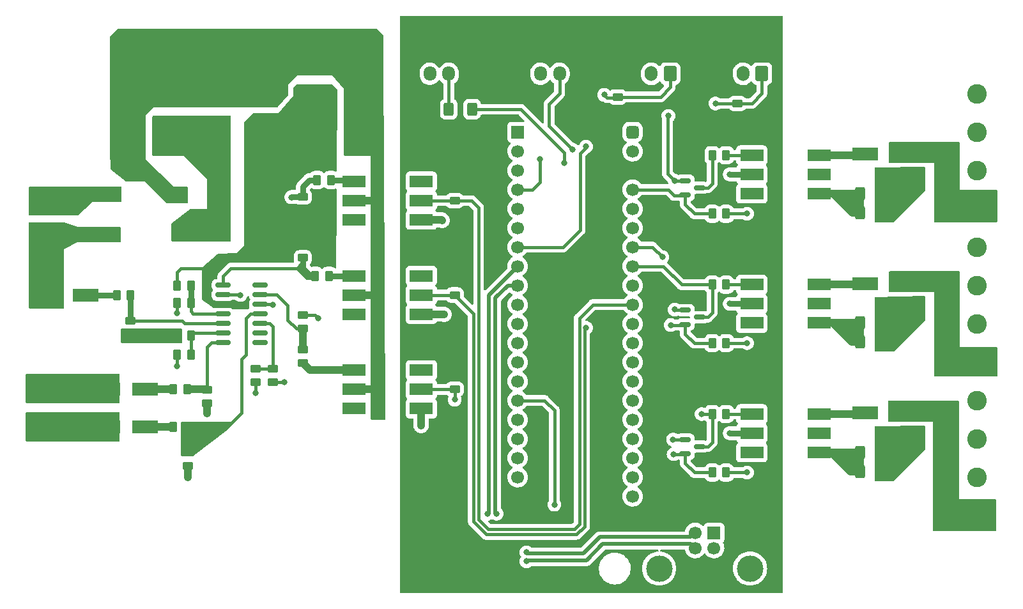
<source format=gbr>
%TF.GenerationSoftware,KiCad,Pcbnew,(6.0.10)*%
%TF.CreationDate,2023-02-08T12:55:30+07:00*%
%TF.ProjectId,3_phase_firing,335f7068-6173-4655-9f66-6972696e672e,rev?*%
%TF.SameCoordinates,Original*%
%TF.FileFunction,Copper,L1,Top*%
%TF.FilePolarity,Positive*%
%FSLAX46Y46*%
G04 Gerber Fmt 4.6, Leading zero omitted, Abs format (unit mm)*
G04 Created by KiCad (PCBNEW (6.0.10)) date 2023-02-08 12:55:30*
%MOMM*%
%LPD*%
G01*
G04 APERTURE LIST*
G04 Aperture macros list*
%AMRoundRect*
0 Rectangle with rounded corners*
0 $1 Rounding radius*
0 $2 $3 $4 $5 $6 $7 $8 $9 X,Y pos of 4 corners*
0 Add a 4 corners polygon primitive as box body*
4,1,4,$2,$3,$4,$5,$6,$7,$8,$9,$2,$3,0*
0 Add four circle primitives for the rounded corners*
1,1,$1+$1,$2,$3*
1,1,$1+$1,$4,$5*
1,1,$1+$1,$6,$7*
1,1,$1+$1,$8,$9*
0 Add four rect primitives between the rounded corners*
20,1,$1+$1,$2,$3,$4,$5,0*
20,1,$1+$1,$4,$5,$6,$7,0*
20,1,$1+$1,$6,$7,$8,$9,0*
20,1,$1+$1,$8,$9,$2,$3,0*%
G04 Aperture macros list end*
%TA.AperFunction,ComponentPad*%
%ADD10R,1.700000X1.700000*%
%TD*%
%TA.AperFunction,ComponentPad*%
%ADD11C,1.700000*%
%TD*%
%TA.AperFunction,ComponentPad*%
%ADD12C,3.500000*%
%TD*%
%TA.AperFunction,SMDPad,CuDef*%
%ADD13R,3.500000X1.800000*%
%TD*%
%TA.AperFunction,SMDPad,CuDef*%
%ADD14R,3.100000X1.600000*%
%TD*%
%TA.AperFunction,SMDPad,CuDef*%
%ADD15RoundRect,0.250000X0.262500X0.450000X-0.262500X0.450000X-0.262500X-0.450000X0.262500X-0.450000X0*%
%TD*%
%TA.AperFunction,SMDPad,CuDef*%
%ADD16RoundRect,0.250000X-0.450000X0.262500X-0.450000X-0.262500X0.450000X-0.262500X0.450000X0.262500X0*%
%TD*%
%TA.AperFunction,SMDPad,CuDef*%
%ADD17RoundRect,0.250000X0.400000X0.625000X-0.400000X0.625000X-0.400000X-0.625000X0.400000X-0.625000X0*%
%TD*%
%TA.AperFunction,SMDPad,CuDef*%
%ADD18RoundRect,0.250000X0.450000X-0.262500X0.450000X0.262500X-0.450000X0.262500X-0.450000X-0.262500X0*%
%TD*%
%TA.AperFunction,ComponentPad*%
%ADD19R,2.600000X2.600000*%
%TD*%
%TA.AperFunction,ComponentPad*%
%ADD20C,2.600000*%
%TD*%
%TA.AperFunction,SMDPad,CuDef*%
%ADD21RoundRect,0.150000X-0.587500X-0.150000X0.587500X-0.150000X0.587500X0.150000X-0.587500X0.150000X0*%
%TD*%
%TA.AperFunction,SMDPad,CuDef*%
%ADD22RoundRect,0.150000X-0.825000X-0.150000X0.825000X-0.150000X0.825000X0.150000X-0.825000X0.150000X0*%
%TD*%
%TA.AperFunction,SMDPad,CuDef*%
%ADD23RoundRect,0.250000X1.500000X0.550000X-1.500000X0.550000X-1.500000X-0.550000X1.500000X-0.550000X0*%
%TD*%
%TA.AperFunction,SMDPad,CuDef*%
%ADD24RoundRect,0.250000X-0.400000X-0.625000X0.400000X-0.625000X0.400000X0.625000X-0.400000X0.625000X0*%
%TD*%
%TA.AperFunction,ComponentPad*%
%ADD25RoundRect,0.250000X0.600000X0.725000X-0.600000X0.725000X-0.600000X-0.725000X0.600000X-0.725000X0*%
%TD*%
%TA.AperFunction,ComponentPad*%
%ADD26O,1.700000X1.950000*%
%TD*%
%TA.AperFunction,ComponentPad*%
%ADD27RoundRect,0.425000X-0.425000X-0.425000X0.425000X-0.425000X0.425000X0.425000X-0.425000X0.425000X0*%
%TD*%
%TA.AperFunction,SMDPad,CuDef*%
%ADD28R,1.500000X1.300000*%
%TD*%
%TA.AperFunction,ComponentPad*%
%ADD29RoundRect,0.250000X0.600000X0.750000X-0.600000X0.750000X-0.600000X-0.750000X0.600000X-0.750000X0*%
%TD*%
%TA.AperFunction,ComponentPad*%
%ADD30O,1.700000X2.000000*%
%TD*%
%TA.AperFunction,SMDPad,CuDef*%
%ADD31RoundRect,0.250000X-0.262500X-0.450000X0.262500X-0.450000X0.262500X0.450000X-0.262500X0.450000X0*%
%TD*%
%TA.AperFunction,SMDPad,CuDef*%
%ADD32R,1.100000X4.600000*%
%TD*%
%TA.AperFunction,SMDPad,CuDef*%
%ADD33R,10.800000X9.400000*%
%TD*%
%TA.AperFunction,SMDPad,CuDef*%
%ADD34RoundRect,0.250000X0.550000X-1.500000X0.550000X1.500000X-0.550000X1.500000X-0.550000X-1.500000X0*%
%TD*%
%TA.AperFunction,ViaPad*%
%ADD35C,0.800000*%
%TD*%
%TA.AperFunction,Conductor*%
%ADD36C,0.500000*%
%TD*%
%TA.AperFunction,Conductor*%
%ADD37C,0.400000*%
%TD*%
%TA.AperFunction,Conductor*%
%ADD38C,1.000000*%
%TD*%
%TA.AperFunction,Conductor*%
%ADD39C,0.800000*%
%TD*%
G04 APERTURE END LIST*
D10*
%TO.P,J4,1,VBUS*%
%TO.N,+5V*%
X165735000Y-111532500D03*
D11*
%TO.P,J4,2,D-*%
%TO.N,USB-*%
X163235000Y-111532500D03*
%TO.P,J4,3,D+*%
%TO.N,USB+*%
X163235000Y-113532500D03*
%TO.P,J4,4,GND*%
%TO.N,GND*%
X165735000Y-113532500D03*
D12*
%TO.P,J4,5,Shield*%
%TO.N,unconnected-(J4-Pad5)*%
X170505000Y-116242500D03*
X158465000Y-116242500D03*
%TD*%
D13*
%TO.P,D6,1,K*%
%TO.N,Net-(D6-Pad1)*%
X185801000Y-78503000D03*
%TO.P,D6,2,A*%
%TO.N,B*%
X190801000Y-78503000D03*
%TD*%
D14*
%TO.P,U3,1*%
%TO.N,Net-(R16-Pad1)*%
X118055000Y-64960000D03*
%TO.P,U3,2*%
%TO.N,GNDS*%
X118055000Y-67500000D03*
%TO.P,U3,3,NC*%
%TO.N,unconnected-(U3-Pad3)*%
X118055000Y-70040000D03*
%TO.P,U3,4*%
%TO.N,GND*%
X126945000Y-70040000D03*
%TO.P,U3,5*%
%TO.N,ZCD_A*%
X126945000Y-67500000D03*
%TO.P,U3,6*%
%TO.N,unconnected-(U3-Pad6)*%
X126945000Y-64960000D03*
%TD*%
D15*
%TO.P,R17,1*%
%TO.N,Net-(R17-Pad1)*%
X114704500Y-77470000D03*
%TO.P,R17,2*%
%TO.N,Net-(R14-Pad1)*%
X112879500Y-77470000D03*
%TD*%
D16*
%TO.P,R41,1*%
%TO.N,TRIAC_MODE*%
X168830000Y-54627000D03*
%TO.P,R41,2*%
%TO.N,+3.3V*%
X168830000Y-56452000D03*
%TD*%
D15*
%TO.P,R1,1*%
%TO.N,Net-(R1-Pad1)*%
X88412500Y-80000000D03*
%TO.P,R1,2*%
%TO.N,Net-(D2-Pad1)*%
X86587500Y-80000000D03*
%TD*%
D17*
%TO.P,R36,1*%
%TO.N,SCR_G1_C*%
X188160000Y-100855000D03*
%TO.P,R36,2*%
%TO.N,Net-(R36-Pad2)*%
X185060000Y-100855000D03*
%TD*%
%TO.P,R33,1*%
%TO.N,SCR_G1_B*%
X188160000Y-86250000D03*
%TO.P,R33,2*%
%TO.N,Net-(R32-Pad2)*%
X185060000Y-86250000D03*
%TD*%
D15*
%TO.P,R22,1*%
%TO.N,Net-(R22-Pad1)*%
X167329500Y-78630000D03*
%TO.P,R22,2*%
%TO.N,GATE_B1*%
X165504500Y-78630000D03*
%TD*%
D18*
%TO.P,R14,1*%
%TO.N,Net-(R14-Pad1)*%
X111252000Y-75080500D03*
%TO.P,R14,2*%
%TO.N,VCC*%
X111252000Y-73255500D03*
%TD*%
%TO.P,R42,1*%
%TO.N,SCR_MODE*%
X152955000Y-53761500D03*
%TO.P,R42,2*%
%TO.N,+3.3V*%
X152955000Y-51936500D03*
%TD*%
D14*
%TO.P,U11,1*%
%TO.N,Net-(R26-Pad1)*%
X170735000Y-95775000D03*
%TO.P,U11,2*%
%TO.N,GND*%
X170735000Y-98315000D03*
%TO.P,U11,3,NC*%
%TO.N,unconnected-(U11-Pad3)*%
X170735000Y-100855000D03*
%TO.P,U11,4*%
%TO.N,Net-(R36-Pad2)*%
X179625000Y-100855000D03*
%TO.P,U11,5,NC*%
%TO.N,unconnected-(U11-Pad5)*%
X179625000Y-98315000D03*
%TO.P,U11,6*%
%TO.N,Net-(D7-Pad1)*%
X179625000Y-95775000D03*
%TD*%
D19*
%TO.P,J3,1,Pin_1*%
%TO.N,C*%
X200580000Y-109237000D03*
D20*
%TO.P,J3,2,Pin_2*%
%TO.N,SCR_G2_C*%
X200580000Y-104157000D03*
%TO.P,J3,3,Pin_3*%
%TO.N,SCR_G1_C*%
X200580000Y-99077000D03*
%TO.P,J3,4,Pin_4*%
%TO.N,LOAD_C*%
X200580000Y-93997000D03*
%TO.P,J3,5,Pin_5*%
%TO.N,B*%
X200580000Y-88917000D03*
%TO.P,J3,6,Pin_6*%
%TO.N,SCR_G2_B*%
X200580000Y-83837000D03*
%TO.P,J3,7,Pin_7*%
%TO.N,SCR_G1_B*%
X200580000Y-78757000D03*
%TO.P,J3,8,Pin_8*%
%TO.N,LOAD_B*%
X200580000Y-73677000D03*
%TO.P,J3,9,Pin_9*%
%TO.N,A*%
X200580000Y-68597000D03*
%TO.P,J3,10,Pin_10*%
%TO.N,SCR_G2_A*%
X200580000Y-63517000D03*
%TO.P,J3,11,Pin_11*%
%TO.N,SCR_G1_A*%
X200580000Y-58437000D03*
%TO.P,J3,12,Pin_12*%
%TO.N,LOAD_A*%
X200580000Y-53357000D03*
%TD*%
D21*
%TO.P,Q1,1,B*%
%TO.N,MODE_SELECT*%
X161923500Y-64853000D03*
%TO.P,Q1,2,C*%
%TO.N,GATE_A2*%
X161923500Y-66753000D03*
%TO.P,Q1,3,E*%
%TO.N,GATE_A1*%
X163798500Y-65803000D03*
%TD*%
D15*
%TO.P,R27,1*%
%TO.N,Net-(R27-Pad1)*%
X167329500Y-103522000D03*
%TO.P,R27,2*%
%TO.N,GATE_C2*%
X165504500Y-103522000D03*
%TD*%
D22*
%TO.P,U1,1*%
%TO.N,Net-(R14-Pad1)*%
X100649000Y-78690000D03*
%TO.P,U1,2*%
%TO.N,Net-(R13-Pad1)*%
X100649000Y-79960000D03*
%TO.P,U1,3,V+*%
%TO.N,VCC*%
X100649000Y-81230000D03*
%TO.P,U1,4,-*%
%TO.N,Net-(R7-Pad1)*%
X100649000Y-82500000D03*
%TO.P,U1,5,+*%
%TO.N,Net-(R1-Pad1)*%
X100649000Y-83770000D03*
%TO.P,U1,6,-*%
%TO.N,Net-(R10-Pad2)*%
X100649000Y-85040000D03*
%TO.P,U1,7,+*%
%TO.N,Net-(R3-Pad1)*%
X100649000Y-86310000D03*
%TO.P,U1,8*%
%TO.N,N/C*%
X105599000Y-86310000D03*
%TO.P,U1,9*%
X105599000Y-85040000D03*
%TO.P,U1,10,-*%
%TO.N,Net-(R11-Pad1)*%
X105599000Y-83770000D03*
%TO.P,U1,11,+*%
%TO.N,Net-(R5-Pad1)*%
X105599000Y-82500000D03*
%TO.P,U1,12,V-*%
%TO.N,GNDS*%
X105599000Y-81230000D03*
%TO.P,U1,13*%
%TO.N,Net-(R15-Pad1)*%
X105599000Y-79960000D03*
%TO.P,U1,14*%
%TO.N,N/C*%
X105599000Y-78690000D03*
%TD*%
D15*
%TO.P,R26,1*%
%TO.N,Net-(R26-Pad1)*%
X167329500Y-95775000D03*
%TO.P,R26,2*%
%TO.N,GATE_C1*%
X165504500Y-95775000D03*
%TD*%
%TO.P,R16,1*%
%TO.N,Net-(R16-Pad1)*%
X114958500Y-64770000D03*
%TO.P,R16,2*%
%TO.N,Net-(R13-Pad1)*%
X113133500Y-64770000D03*
%TD*%
%TO.P,R24,1*%
%TO.N,Net-(R24-Pad1)*%
X167329500Y-61485000D03*
%TO.P,R24,2*%
%TO.N,GATE_A1*%
X165504500Y-61485000D03*
%TD*%
D18*
%TO.P,R18,1*%
%TO.N,Net-(R18-Pad1)*%
X111252000Y-89050500D03*
%TO.P,R18,2*%
%TO.N,Net-(R15-Pad1)*%
X111252000Y-87225500D03*
%TD*%
D14*
%TO.P,U5,1*%
%TO.N,Net-(R18-Pad1)*%
X118055000Y-89960000D03*
%TO.P,U5,2*%
%TO.N,GNDS*%
X118055000Y-92500000D03*
%TO.P,U5,3,NC*%
%TO.N,unconnected-(U5-Pad3)*%
X118055000Y-95040000D03*
%TO.P,U5,4*%
%TO.N,GND*%
X126945000Y-95040000D03*
%TO.P,U5,5*%
%TO.N,ZCD_C*%
X126945000Y-92500000D03*
%TO.P,U5,6*%
%TO.N,unconnected-(U5-Pad6)*%
X126945000Y-89960000D03*
%TD*%
D23*
%TO.P,C1,1*%
%TO.N,/DB_D_OUT*%
X93505000Y-59563000D03*
%TO.P,C1,2*%
%TO.N,GNDS*%
X88105000Y-59563000D03*
%TD*%
D15*
%TO.P,R7,1*%
%TO.N,Net-(R7-Pad1)*%
X96416500Y-78740000D03*
%TO.P,R7,2*%
%TO.N,VCC*%
X94591500Y-78740000D03*
%TD*%
%TO.P,R25,1*%
%TO.N,Net-(R25-Pad1)*%
X167329500Y-86377000D03*
%TO.P,R25,2*%
%TO.N,GATE_B2*%
X165504500Y-86377000D03*
%TD*%
%TO.P,R5,1*%
%TO.N,Net-(R5-Pad1)*%
X95912500Y-97500000D03*
%TO.P,R5,2*%
%TO.N,Net-(D4-Pad1)*%
X94087500Y-97500000D03*
%TD*%
%TO.P,R23,1*%
%TO.N,Net-(R23-Pad1)*%
X167329500Y-69232000D03*
%TO.P,R23,2*%
%TO.N,GATE_A2*%
X165504500Y-69232000D03*
%TD*%
D24*
%TO.P,R40,1*%
%TO.N,Net-(J7-Pad2)*%
X130580000Y-55389000D03*
%TO.P,R40,2*%
%TO.N,LED_INDICATOR_1*%
X133680000Y-55389000D03*
%TD*%
D25*
%TO.P,J5,1,Pin_1*%
%TO.N,+3.3V*%
X147746666Y-50690000D03*
D26*
%TO.P,J5,2,Pin_2*%
%TO.N,ANGLE_CONTROL*%
X145246666Y-50690000D03*
%TO.P,J5,3,Pin_3*%
%TO.N,GND*%
X142746666Y-50690000D03*
%TD*%
D18*
%TO.P,R15,1*%
%TO.N,Net-(R15-Pad1)*%
X111252000Y-84478500D03*
%TO.P,R15,2*%
%TO.N,VCC*%
X111252000Y-82653500D03*
%TD*%
%TO.P,R6,1*%
%TO.N,GNDS*%
X96012000Y-102663000D03*
%TO.P,R6,2*%
%TO.N,Net-(R5-Pad1)*%
X96012000Y-100838000D03*
%TD*%
D10*
%TO.P,U6,1,PB12*%
%TO.N,unconnected-(U6-Pad1)*%
X139700000Y-58420000D03*
D11*
%TO.P,U6,2,PB13*%
%TO.N,LED_INDICATOR_2*%
X139700000Y-60960000D03*
%TO.P,U6,3,PB14*%
%TO.N,TRIAC_MODE*%
X139700000Y-63500000D03*
%TO.P,U6,4,PB15*%
%TO.N,SCR_MODE*%
X139700000Y-66040000D03*
%TO.P,U6,5,PA8*%
%TO.N,unconnected-(U6-Pad5)*%
X139700000Y-68580000D03*
%TO.P,U6,6,PA9*%
%TO.N,unconnected-(U6-Pad6)*%
X139700000Y-71120000D03*
%TO.P,U6,7,PA10*%
%TO.N,MODE_SELECT*%
X139700000Y-73660000D03*
%TO.P,U6,8,PA11*%
%TO.N,USB+*%
X139700000Y-76200000D03*
%TO.P,U6,9,PA12*%
%TO.N,USB-*%
X139700000Y-78740000D03*
%TO.P,U6,10,PA15*%
%TO.N,unconnected-(U6-Pad10)*%
X139700000Y-81280000D03*
%TO.P,U6,11,PB3*%
%TO.N,unconnected-(U6-Pad11)*%
X139700000Y-83820000D03*
%TO.P,U6,12,PB4*%
%TO.N,unconnected-(U6-Pad12)*%
X139700000Y-86360000D03*
%TO.P,U6,13,PB5*%
%TO.N,unconnected-(U6-Pad13)*%
X139700000Y-88900000D03*
%TO.P,U6,14,PB6*%
%TO.N,ZCD_C*%
X139700000Y-91440000D03*
%TO.P,U6,15,PB7*%
%TO.N,GATE_C1*%
X139700000Y-93980000D03*
%TO.P,U6,16,PB8*%
%TO.N,GATE_C2*%
X139700000Y-96520000D03*
%TO.P,U6,17,PB9*%
%TO.N,unconnected-(U6-Pad17)*%
X139700000Y-99060000D03*
%TO.P,U6,18,5V*%
%TO.N,unconnected-(U6-Pad18)*%
X139700000Y-101600000D03*
%TO.P,U6,19,GND*%
%TO.N,GND*%
X139700000Y-104140000D03*
%TO.P,U6,20,3V3*%
%TO.N,+3.3V*%
X139700000Y-106680000D03*
%TO.P,U6,21,VBat*%
%TO.N,unconnected-(U6-Pad21)*%
X154940000Y-106680000D03*
%TO.P,U6,22,PC13*%
%TO.N,LED_INDICATOR_1*%
X154940000Y-104140000D03*
%TO.P,U6,23,PC14*%
%TO.N,unconnected-(U6-Pad23)*%
X154940000Y-101600000D03*
%TO.P,U6,24,PC15*%
%TO.N,unconnected-(U6-Pad24)*%
X154940000Y-99060000D03*
%TO.P,U6,25,RES*%
%TO.N,unconnected-(U6-Pad25)*%
X154940000Y-96520000D03*
%TO.P,U6,26,PA0*%
%TO.N,ANGLE_CONTROL*%
X154940000Y-93980000D03*
%TO.P,U6,27,PA1*%
%TO.N,unconnected-(U6-Pad27)*%
X154940000Y-91440000D03*
%TO.P,U6,28,PA2*%
%TO.N,unconnected-(U6-Pad28)*%
X154940000Y-88900000D03*
%TO.P,U6,29,PA3*%
%TO.N,unconnected-(U6-Pad29)*%
X154940000Y-86360000D03*
%TO.P,U6,30,PA4*%
%TO.N,unconnected-(U6-Pad30)*%
X154940000Y-83820000D03*
%TO.P,U6,31,PA5*%
%TO.N,ZCD_A*%
X154940000Y-81280000D03*
%TO.P,U6,32,PA6*%
%TO.N,ZCD_B*%
X154940000Y-78740000D03*
%TO.P,U6,33,PA7*%
%TO.N,GATE_B1*%
X154940000Y-76200000D03*
%TO.P,U6,34,PB0*%
%TO.N,GATE_B2*%
X154940000Y-73660000D03*
%TO.P,U6,35,PB1*%
%TO.N,unconnected-(U6-Pad35)*%
X154940000Y-71120000D03*
%TO.P,U6,36,PB2*%
%TO.N,unconnected-(U6-Pad36)*%
X154940000Y-68580000D03*
%TO.P,U6,37,PB10*%
%TO.N,GATE_A2*%
X154940000Y-66040000D03*
%TO.P,U6,38,3V3*%
%TO.N,+3.3V*%
X154940000Y-63500000D03*
%TO.P,U6,39,GND*%
%TO.N,GND*%
X154940000Y-60960000D03*
D27*
%TO.P,U6,40,5V*%
%TO.N,+5V*%
X154940000Y-58420000D03*
%TD*%
D17*
%TO.P,R37,1*%
%TO.N,SCR_G1_C*%
X188160000Y-103395000D03*
%TO.P,R37,2*%
%TO.N,Net-(R36-Pad2)*%
X185060000Y-103395000D03*
%TD*%
D13*
%TO.P,D2,1,K*%
%TO.N,Net-(D2-Pad1)*%
X82500000Y-80000000D03*
%TO.P,D2,2,A*%
%TO.N,PHASE_A*%
X77500000Y-80000000D03*
%TD*%
D16*
%TO.P,R13,1*%
%TO.N,Net-(R13-Pad1)*%
X111252000Y-67009000D03*
%TO.P,R13,2*%
%TO.N,VCC*%
X111252000Y-68834000D03*
%TD*%
D21*
%TO.P,Q2,1,B*%
%TO.N,MODE_SELECT*%
X161923500Y-81998000D03*
%TO.P,Q2,2,C*%
%TO.N,GATE_B2*%
X161923500Y-83898000D03*
%TO.P,Q2,3,E*%
%TO.N,GATE_B1*%
X163798500Y-82948000D03*
%TD*%
D17*
%TO.P,R28,1*%
%TO.N,SCR_G1_A*%
X188160000Y-69105000D03*
%TO.P,R28,2*%
%TO.N,Net-(R28-Pad2)*%
X185060000Y-69105000D03*
%TD*%
D28*
%TO.P,D1,1,+*%
%TO.N,/DB_D_OUT*%
X94874000Y-71892000D03*
%TO.P,D1,2,-*%
%TO.N,GNDS*%
X94874000Y-66792000D03*
%TO.P,D1,3*%
%TO.N,NEUT*%
X85974000Y-66792000D03*
%TO.P,D1,4*%
%TO.N,PHASE_A*%
X85974000Y-71892000D03*
%TD*%
D17*
%TO.P,R29,1*%
%TO.N,SCR_G1_A*%
X188160000Y-66565000D03*
%TO.P,R29,2*%
%TO.N,Net-(R28-Pad2)*%
X185060000Y-66565000D03*
%TD*%
D29*
%TO.P,J8,1,Pin_1*%
%TO.N,SCR_MODE*%
X159913332Y-50690000D03*
D30*
%TO.P,J8,2,Pin_2*%
%TO.N,GND*%
X157413332Y-50690000D03*
%TD*%
D18*
%TO.P,R4,1*%
%TO.N,GNDS*%
X98552000Y-94359100D03*
%TO.P,R4,2*%
%TO.N,Net-(R3-Pad1)*%
X98552000Y-92534100D03*
%TD*%
D31*
%TO.P,R8,1*%
%TO.N,GNDS*%
X94591500Y-81026000D03*
%TO.P,R8,2*%
%TO.N,Net-(R7-Pad1)*%
X96416500Y-81026000D03*
%TD*%
D15*
%TO.P,R3,1*%
%TO.N,Net-(R3-Pad1)*%
X95912500Y-92500000D03*
%TO.P,R3,2*%
%TO.N,Net-(D3-Pad1)*%
X94087500Y-92500000D03*
%TD*%
%TO.P,R9,1*%
%TO.N,Net-(R10-Pad2)*%
X96416500Y-87884000D03*
%TO.P,R9,2*%
%TO.N,VCC*%
X94591500Y-87884000D03*
%TD*%
D13*
%TO.P,D5,1,K*%
%TO.N,Net-(D5-Pad1)*%
X185801000Y-61358000D03*
%TO.P,D5,2,A*%
%TO.N,A*%
X190801000Y-61358000D03*
%TD*%
D14*
%TO.P,U4,1*%
%TO.N,Net-(R17-Pad1)*%
X118055000Y-77460000D03*
%TO.P,U4,2*%
%TO.N,GNDS*%
X118055000Y-80000000D03*
%TO.P,U4,3,NC*%
%TO.N,unconnected-(U4-Pad3)*%
X118055000Y-82540000D03*
%TO.P,U4,4*%
%TO.N,GND*%
X126945000Y-82540000D03*
%TO.P,U4,5*%
%TO.N,ZCD_B*%
X126945000Y-80000000D03*
%TO.P,U4,6*%
%TO.N,unconnected-(U4-Pad6)*%
X126945000Y-77460000D03*
%TD*%
D18*
%TO.P,R20,1*%
%TO.N,ZCD_B*%
X131365000Y-80000000D03*
%TO.P,R20,2*%
%TO.N,+3.3V*%
X131365000Y-78175000D03*
%TD*%
D19*
%TO.P,J1,1,Pin_1*%
%TO.N,NEUT*%
X77500000Y-67500000D03*
D20*
%TO.P,J1,2,Pin_2*%
%TO.N,PHASE_A*%
X77500000Y-72580000D03*
%TD*%
D13*
%TO.P,D7,1,K*%
%TO.N,Net-(D7-Pad1)*%
X185801000Y-95648000D03*
%TO.P,D7,2,A*%
%TO.N,C*%
X190801000Y-95648000D03*
%TD*%
D32*
%TO.P,U2,1,IN*%
%TO.N,/DB_D_OUT*%
X99960000Y-59150000D03*
D33*
%TO.P,U2,2,GND*%
%TO.N,GNDS*%
X102500000Y-50000000D03*
D32*
%TO.P,U2,3,OUT*%
%TO.N,VCC*%
X105040000Y-59150000D03*
%TD*%
D14*
%TO.P,U7,1*%
%TO.N,Net-(R24-Pad1)*%
X170735000Y-61485000D03*
%TO.P,U7,2*%
%TO.N,GND*%
X170735000Y-64025000D03*
%TO.P,U7,3,NC*%
%TO.N,unconnected-(U7-Pad3)*%
X170735000Y-66565000D03*
%TO.P,U7,4*%
%TO.N,Net-(R28-Pad2)*%
X179625000Y-66565000D03*
%TO.P,U7,5,NC*%
%TO.N,unconnected-(U7-Pad5)*%
X179625000Y-64025000D03*
%TO.P,U7,6*%
%TO.N,Net-(D5-Pad1)*%
X179625000Y-61485000D03*
%TD*%
D29*
%TO.P,J6,1,Pin_1*%
%TO.N,TRIAC_MODE*%
X172080000Y-50690000D03*
D30*
%TO.P,J6,2,Pin_2*%
%TO.N,GND*%
X169580000Y-50690000D03*
%TD*%
D17*
%TO.P,R32,1*%
%TO.N,SCR_G1_B*%
X188160000Y-83710000D03*
%TO.P,R32,2*%
%TO.N,Net-(R32-Pad2)*%
X185060000Y-83710000D03*
%TD*%
D14*
%TO.P,U9,1*%
%TO.N,Net-(R22-Pad1)*%
X170735000Y-78630000D03*
%TO.P,U9,2*%
%TO.N,GND*%
X170735000Y-81170000D03*
%TO.P,U9,3,NC*%
%TO.N,unconnected-(U9-Pad3)*%
X170735000Y-83710000D03*
%TO.P,U9,4*%
%TO.N,Net-(R32-Pad2)*%
X179625000Y-83710000D03*
%TO.P,U9,5,NC*%
%TO.N,unconnected-(U9-Pad5)*%
X179625000Y-81170000D03*
%TO.P,U9,6*%
%TO.N,Net-(D6-Pad1)*%
X179625000Y-78630000D03*
%TD*%
D16*
%TO.P,R11,1*%
%TO.N,Net-(R11-Pad1)*%
X105003600Y-89765500D03*
%TO.P,R11,2*%
%TO.N,VCC*%
X105003600Y-91590500D03*
%TD*%
D25*
%TO.P,J7,1,Pin_1*%
%TO.N,+3.3V*%
X133080000Y-50690000D03*
D26*
%TO.P,J7,2,Pin_2*%
%TO.N,Net-(J7-Pad2)*%
X130580000Y-50690000D03*
%TO.P,J7,3,Pin_3*%
%TO.N,GND*%
X128080000Y-50690000D03*
%TD*%
D18*
%TO.P,R12,1*%
%TO.N,GNDS*%
X107289600Y-91590500D03*
%TO.P,R12,2*%
%TO.N,Net-(R11-Pad1)*%
X107289600Y-89765500D03*
%TD*%
D34*
%TO.P,C2,1*%
%TO.N,VCC*%
X113792000Y-54008000D03*
%TO.P,C2,2*%
%TO.N,GNDS*%
X113792000Y-48608000D03*
%TD*%
D13*
%TO.P,D3,1,K*%
%TO.N,Net-(D3-Pad1)*%
X90330000Y-92500000D03*
%TO.P,D3,2,A*%
%TO.N,PHASE_B*%
X85330000Y-92500000D03*
%TD*%
D31*
%TO.P,R10,1*%
%TO.N,GNDS*%
X94591500Y-85344000D03*
%TO.P,R10,2*%
%TO.N,Net-(R10-Pad2)*%
X96416500Y-85344000D03*
%TD*%
D18*
%TO.P,R2,1*%
%TO.N,GNDS*%
X88392000Y-85240500D03*
%TO.P,R2,2*%
%TO.N,Net-(R1-Pad1)*%
X88392000Y-83415500D03*
%TD*%
D21*
%TO.P,Q3,1,B*%
%TO.N,MODE_SELECT*%
X161923500Y-99143000D03*
%TO.P,Q3,2,C*%
%TO.N,GATE_C2*%
X161923500Y-101043000D03*
%TO.P,Q3,3,E*%
%TO.N,GATE_C1*%
X163798500Y-100093000D03*
%TD*%
D13*
%TO.P,D4,1,K*%
%TO.N,Net-(D4-Pad1)*%
X90330000Y-97500000D03*
%TO.P,D4,2,A*%
%TO.N,PHASE_C*%
X85330000Y-97500000D03*
%TD*%
D18*
%TO.P,R21,1*%
%TO.N,ZCD_C*%
X131365000Y-92500000D03*
%TO.P,R21,2*%
%TO.N,+3.3V*%
X131365000Y-90675000D03*
%TD*%
%TO.P,R19,1*%
%TO.N,ZCD_A*%
X131365000Y-67500000D03*
%TO.P,R19,2*%
%TO.N,+3.3V*%
X131365000Y-65675000D03*
%TD*%
D19*
%TO.P,J2,1,Pin_1*%
%TO.N,PHASE_B*%
X77500000Y-92500000D03*
D20*
%TO.P,J2,2,Pin_2*%
%TO.N,PHASE_C*%
X77500000Y-97580000D03*
%TD*%
D35*
%TO.N,USB+*%
X135718000Y-108983000D03*
%TO.N,USB-*%
X136918000Y-108983000D03*
X140890000Y-114098000D03*
%TO.N,USB+*%
X140890000Y-115298000D03*
%TO.N,GNDS*%
X108839000Y-91567000D03*
X90122000Y-51847000D03*
X94589600Y-82448400D03*
X99122000Y-45847000D03*
X111122000Y-48847000D03*
X90122000Y-54847000D03*
X87122000Y-54847000D03*
X96012000Y-104140000D03*
X98552000Y-95681800D03*
X102122000Y-45847000D03*
X90043000Y-85394800D03*
X90122000Y-48847000D03*
X99122000Y-48847000D03*
X96122000Y-45847000D03*
X102122000Y-51847000D03*
X87122000Y-51847000D03*
X96122000Y-48847000D03*
X107289600Y-81280000D03*
X108122000Y-48847000D03*
X105122000Y-48847000D03*
X92811600Y-85369400D03*
X87122000Y-45847000D03*
X87122000Y-48847000D03*
X90122000Y-45847000D03*
X105122000Y-51847000D03*
X108122000Y-45847000D03*
X108122000Y-51847000D03*
X102122000Y-48847000D03*
X93122000Y-51847000D03*
X105122000Y-45847000D03*
X99122000Y-51847000D03*
X96122000Y-51847000D03*
X93122000Y-48847000D03*
X111122000Y-45847000D03*
X87122000Y-57847000D03*
X114122000Y-45847000D03*
X93122000Y-45847000D03*
%TO.N,GATE_B2*%
X158880000Y-74985000D03*
X159980000Y-83985000D03*
%TO.N,GATE_C1*%
X144580000Y-107785000D03*
X164080000Y-95785000D03*
%TO.N,GATE_C2*%
X160380000Y-101085000D03*
%TO.N,TRIAC_MODE*%
X165909000Y-54627000D03*
%TO.N,Net-(R13-Pad1)*%
X109728000Y-67056000D03*
X102997000Y-80010000D03*
%TO.N,GND*%
X126920000Y-97299000D03*
X129968000Y-82567000D03*
X167814000Y-98315000D03*
X129714000Y-70121000D03*
X167814000Y-81170000D03*
X167814000Y-64025000D03*
%TO.N,VCC*%
X113538000Y-71120000D03*
X105003600Y-92964000D03*
X110744000Y-71120000D03*
X113284000Y-83058000D03*
X112141000Y-71120000D03*
X94615000Y-89408000D03*
%TO.N,ZCD_B*%
X148774500Y-84345000D03*
%TO.N,ZCD_C*%
X131365000Y-93870000D03*
%TO.N,ANGLE_CONTROL*%
X146986000Y-60723000D03*
%TO.N,SCR_MODE*%
X151177000Y-53484000D03*
X142666957Y-61991957D03*
%TO.N,LED_INDICATOR_1*%
X145886500Y-62501000D03*
%TO.N,SCR_G1_B*%
X189880000Y-81285000D03*
X191580000Y-81285000D03*
X187980000Y-81285000D03*
%TO.N,SCR_G1_C*%
X187980000Y-98385000D03*
X189880000Y-98385000D03*
X191680000Y-98385000D03*
%TO.N,SCR_G1_A*%
X191690000Y-64152000D03*
X189805000Y-64155000D03*
X188007000Y-64152000D03*
%TO.N,Net-(R23-Pad1)*%
X170100000Y-69232000D03*
%TO.N,Net-(R25-Pad1)*%
X170100000Y-86377000D03*
%TO.N,Net-(R27-Pad1)*%
X170100000Y-103522000D03*
%TO.N,MODE_SELECT*%
X160505000Y-64860000D03*
X148764000Y-60342000D03*
X160530000Y-81935000D03*
X159686000Y-56278000D03*
X160305000Y-99160000D03*
%TD*%
D36*
%TO.N,USB+*%
X135867999Y-80032001D02*
X139700000Y-76200000D01*
%TO.N,USB-*%
X138432793Y-78740000D02*
X139700000Y-78740000D01*
%TO.N,USB+*%
X135718000Y-108983000D02*
X135867999Y-108833001D01*
%TO.N,USB-*%
X136918000Y-108983000D02*
X136768001Y-108833001D01*
X136768001Y-108833001D02*
X136768001Y-80404792D01*
%TO.N,USB+*%
X135867999Y-108833001D02*
X135867999Y-80032001D01*
%TO.N,USB-*%
X136768001Y-80404792D02*
X138432793Y-78740000D01*
X141039999Y-114247999D02*
X140890000Y-114098000D01*
X148450603Y-114247999D02*
X141039999Y-114247999D01*
X162685001Y-112082499D02*
X150616103Y-112082499D01*
X163235000Y-111532500D02*
X162685001Y-112082499D01*
%TO.N,USB+*%
X141039999Y-115148001D02*
X140890000Y-115298000D01*
X148823397Y-115148001D02*
X141039999Y-115148001D01*
X162685001Y-112982501D02*
X150988897Y-112982501D01*
X163235000Y-113532500D02*
X162685001Y-112982501D01*
X150988897Y-112982501D02*
X148823397Y-115148001D01*
%TO.N,USB-*%
X150616103Y-112082499D02*
X148450603Y-114247999D01*
D37*
%TO.N,ZCD_C*%
X126945000Y-92500000D02*
X131365000Y-92500000D01*
D38*
%TO.N,GNDS*%
X118055000Y-92500000D02*
X120694000Y-92500000D01*
X98552000Y-94408000D02*
X98552000Y-95681800D01*
D37*
X107289600Y-91590500D02*
X108815500Y-91590500D01*
X107239600Y-81230000D02*
X107289600Y-81280000D01*
D38*
X120694000Y-92500000D02*
X120777000Y-92583000D01*
X118055000Y-67500000D02*
X120967000Y-67500000D01*
X118055000Y-80000000D02*
X120767000Y-80000000D01*
D37*
X94591500Y-81026000D02*
X94591500Y-82446500D01*
X94591500Y-82446500D02*
X94589600Y-82448400D01*
X108815500Y-91590500D02*
X108839000Y-91567000D01*
D38*
X96012000Y-102663000D02*
X96012000Y-104140000D01*
X120967000Y-67500000D02*
X121031000Y-67564000D01*
D37*
X105599000Y-81230000D02*
X107239600Y-81230000D01*
D38*
X120767000Y-80000000D02*
X120904000Y-80137000D01*
D39*
%TO.N,Net-(D2-Pad1)*%
X82500000Y-80000000D02*
X86587500Y-80000000D01*
D38*
%TO.N,Net-(D3-Pad1)*%
X90000000Y-92500000D02*
X94087500Y-92500000D01*
%TO.N,Net-(D4-Pad1)*%
X90000000Y-97500000D02*
X94087500Y-97500000D01*
D37*
%TO.N,GATE_B1*%
X165504500Y-82336500D02*
X164893000Y-82948000D01*
X158995000Y-76200000D02*
X161425000Y-78630000D01*
X154940000Y-76200000D02*
X158995000Y-76200000D01*
X161425000Y-78630000D02*
X165504500Y-78630000D01*
X164893000Y-82948000D02*
X163798500Y-82948000D01*
X165504500Y-78630000D02*
X165504500Y-82336500D01*
%TO.N,GATE_B2*%
X157555000Y-73660000D02*
X158880000Y-74985000D01*
X161836500Y-83985000D02*
X161923500Y-83898000D01*
X159980000Y-83985000D02*
X161836500Y-83985000D01*
X154940000Y-73660000D02*
X157555000Y-73660000D01*
X161923500Y-83898000D02*
X161923500Y-85185500D01*
X161923500Y-85185500D02*
X163115000Y-86377000D01*
X163115000Y-86377000D02*
X165504500Y-86377000D01*
%TO.N,GATE_A1*%
X165504500Y-61485000D02*
X165504500Y-65191500D01*
X165504500Y-65191500D02*
X164893000Y-65803000D01*
X164893000Y-65803000D02*
X163798500Y-65803000D01*
%TO.N,GATE_A2*%
X159669000Y-66040000D02*
X160448000Y-66819000D01*
X154940000Y-66040000D02*
X159669000Y-66040000D01*
X163115000Y-69232000D02*
X165504500Y-69232000D01*
X161857500Y-66819000D02*
X161923500Y-66753000D01*
X161923500Y-66753000D02*
X161923500Y-68040500D01*
X160448000Y-66819000D02*
X161857500Y-66819000D01*
X161923500Y-68040500D02*
X163115000Y-69232000D01*
%TO.N,GATE_C1*%
X164893000Y-100093000D02*
X163798500Y-100093000D01*
X165494500Y-95785000D02*
X165504500Y-95775000D01*
X143275000Y-93980000D02*
X144580000Y-95285000D01*
X139700000Y-93980000D02*
X143275000Y-93980000D01*
X165504500Y-99481500D02*
X164893000Y-100093000D01*
X165504500Y-95775000D02*
X165504500Y-99481500D01*
X164080000Y-95785000D02*
X165494500Y-95785000D01*
X144580000Y-95285000D02*
X144580000Y-107785000D01*
%TO.N,GATE_C2*%
X161923500Y-101043000D02*
X161923500Y-102330500D01*
X161881500Y-101085000D02*
X161923500Y-101043000D01*
X163115000Y-103522000D02*
X165504500Y-103522000D01*
X160380000Y-101085000D02*
X161881500Y-101085000D01*
X161923500Y-102330500D02*
X163115000Y-103522000D01*
%TO.N,TRIAC_MODE*%
X172080000Y-53282000D02*
X172080000Y-50690000D01*
X168830000Y-54627000D02*
X170735000Y-54627000D01*
X165909000Y-54627000D02*
X168830000Y-54627000D01*
X170735000Y-54627000D02*
X172080000Y-53282000D01*
%TO.N,Net-(R1-Pad1)*%
X100649000Y-83770000D02*
X95581000Y-83770000D01*
D39*
X88412500Y-83395000D02*
X88392000Y-83415500D01*
D37*
X95226500Y-83415500D02*
X88392000Y-83415500D01*
X95581000Y-83770000D02*
X95226500Y-83415500D01*
D39*
X88412500Y-80000000D02*
X88412500Y-83395000D01*
D37*
%TO.N,Net-(R11-Pad1)*%
X105599000Y-83770000D02*
X106884000Y-83770000D01*
X106884000Y-83770000D02*
X107289600Y-84175600D01*
X105003600Y-89765500D02*
X107289600Y-89765500D01*
X107289600Y-84175600D02*
X107289600Y-89765500D01*
%TO.N,Net-(R3-Pad1)*%
X99110000Y-86310000D02*
X98552000Y-86868000D01*
X100649000Y-86310000D02*
X99110000Y-86310000D01*
X98552000Y-86868000D02*
X98552000Y-92506800D01*
D38*
X95919300Y-92506800D02*
X95912500Y-92500000D01*
X98552000Y-92506800D02*
X95919300Y-92506800D01*
D39*
%TO.N,Net-(R13-Pad1)*%
X109775000Y-67009000D02*
X109728000Y-67056000D01*
X112141000Y-64770000D02*
X111252000Y-65659000D01*
X111252000Y-65659000D02*
X111252000Y-67009000D01*
D37*
X100649000Y-79960000D02*
X102947000Y-79960000D01*
D39*
X111252000Y-67009000D02*
X109775000Y-67009000D01*
D37*
X102947000Y-79960000D02*
X102997000Y-80010000D01*
D39*
X113133500Y-64770000D02*
X112141000Y-64770000D01*
D37*
%TO.N,Net-(R14-Pad1)*%
X100649000Y-78690000D02*
X100649000Y-77532000D01*
D39*
X111252000Y-76454000D02*
X112268000Y-77470000D01*
D37*
X110490000Y-76454000D02*
X111252000Y-76454000D01*
D39*
X111252000Y-75080500D02*
X111252000Y-75819000D01*
D37*
X100649000Y-77532000D02*
X101727000Y-76454000D01*
X101727000Y-76454000D02*
X110490000Y-76454000D01*
X111125000Y-75819000D02*
X111252000Y-75819000D01*
X111760000Y-77724000D02*
X112625500Y-77724000D01*
X110490000Y-76454000D02*
X111760000Y-77724000D01*
D39*
X112268000Y-77470000D02*
X112879500Y-77470000D01*
D37*
X110490000Y-76454000D02*
X111125000Y-75819000D01*
D39*
X111252000Y-75819000D02*
X111252000Y-76454000D01*
D37*
X112625500Y-77724000D02*
X112879500Y-77470000D01*
%TO.N,Net-(R15-Pad1)*%
X105599000Y-79960000D02*
X107773000Y-79960000D01*
X109220000Y-81407000D02*
X109220000Y-83312000D01*
X109220000Y-83312000D02*
X110386500Y-84478500D01*
X110386500Y-84478500D02*
X111252000Y-84478500D01*
X107773000Y-79960000D02*
X109220000Y-81407000D01*
D38*
X111252000Y-87225500D02*
X111252000Y-84478500D01*
%TO.N,Net-(R5-Pad1)*%
X96012000Y-97599500D02*
X95912500Y-97500000D01*
D37*
X103759000Y-83058000D02*
X103759000Y-87884000D01*
X105599000Y-82500000D02*
X104317000Y-82500000D01*
D38*
X96012000Y-100838000D02*
X96012000Y-97599500D01*
D37*
X103759000Y-87884000D02*
X103124000Y-88519000D01*
X104317000Y-82500000D02*
X103759000Y-83058000D01*
X101255000Y-97500000D02*
X95912500Y-97500000D01*
X103124000Y-88519000D02*
X103124000Y-95631000D01*
X103124000Y-95631000D02*
X101255000Y-97500000D01*
D38*
%TO.N,GND*%
X126945000Y-95040000D02*
X126945000Y-97274000D01*
X129633000Y-70040000D02*
X129714000Y-70121000D01*
D39*
X170735000Y-98315000D02*
X167814000Y-98315000D01*
D38*
X126945000Y-97274000D02*
X126920000Y-97299000D01*
X129941000Y-82540000D02*
X129968000Y-82567000D01*
D39*
X170735000Y-81170000D02*
X167814000Y-81170000D01*
D38*
X126945000Y-70040000D02*
X129633000Y-70040000D01*
X126945000Y-82540000D02*
X129941000Y-82540000D01*
D39*
X170735000Y-64025000D02*
X167814000Y-64025000D01*
D37*
%TO.N,Net-(R7-Pad1)*%
X96724000Y-82500000D02*
X96416500Y-82192500D01*
X96416500Y-82192500D02*
X96416500Y-81026000D01*
D39*
X96416500Y-78740000D02*
X96416500Y-81026000D01*
D37*
X100649000Y-82500000D02*
X96724000Y-82500000D01*
%TO.N,VCC*%
X94591500Y-76985500D02*
X95123000Y-76454000D01*
X112847563Y-82653500D02*
X111252000Y-82653500D01*
X105003600Y-91590500D02*
X105003600Y-92964000D01*
X94591500Y-78740000D02*
X94591500Y-76985500D01*
X94591500Y-87884000D02*
X94591500Y-89384500D01*
X113284000Y-83058000D02*
X112847563Y-82653500D01*
X94591500Y-89384500D02*
X94615000Y-89408000D01*
X95123000Y-76454000D02*
X98679000Y-76454000D01*
%TO.N,Net-(R10-Pad2)*%
X96416500Y-87884000D02*
X96416500Y-85344000D01*
X100649000Y-85040000D02*
X96720500Y-85040000D01*
X96720500Y-85040000D02*
X96416500Y-85344000D01*
D39*
%TO.N,Net-(R16-Pad1)*%
X117865000Y-64770000D02*
X118055000Y-64960000D01*
X114958500Y-64770000D02*
X117865000Y-64770000D01*
%TO.N,Net-(R17-Pad1)*%
X118045000Y-77470000D02*
X118055000Y-77460000D01*
X114704500Y-77470000D02*
X118045000Y-77470000D01*
D38*
%TO.N,Net-(R18-Pad1)*%
X112161500Y-89960000D02*
X111252000Y-89050500D01*
X118055000Y-89960000D02*
X112161500Y-89960000D01*
D37*
%TO.N,ZCD_A*%
X133570000Y-67500000D02*
X134540000Y-68470000D01*
X147240000Y-111015000D02*
X147875000Y-110380000D01*
X147875000Y-83075000D02*
X149670000Y-81280000D01*
X135810000Y-111015000D02*
X147240000Y-111015000D01*
X134540000Y-109745000D02*
X135810000Y-111015000D01*
X134540000Y-68470000D02*
X134540000Y-109745000D01*
X147875000Y-110380000D02*
X147875000Y-83075000D01*
X131365000Y-67500000D02*
X133570000Y-67500000D01*
X126945000Y-67500000D02*
X131365000Y-67500000D01*
X149670000Y-81280000D02*
X154940000Y-81280000D01*
%TO.N,ZCD_B*%
X133840000Y-82475000D02*
X133840000Y-110034950D01*
X148575000Y-84980000D02*
X148575000Y-84544500D01*
X131365000Y-80000000D02*
X133840000Y-82475000D01*
X135520051Y-111715000D02*
X147529950Y-111715000D01*
X148575000Y-110669949D02*
X148575000Y-84980000D01*
X133840000Y-110034950D02*
X135520051Y-111715000D01*
X147529950Y-111715000D02*
X148575000Y-110669949D01*
X126945000Y-80000000D02*
X131365000Y-80000000D01*
X148575000Y-84544500D02*
X148774500Y-84345000D01*
%TO.N,ZCD_C*%
X131365000Y-92500000D02*
X131365000Y-93870000D01*
%TO.N,Net-(R22-Pad1)*%
X167329500Y-78630000D02*
X170735000Y-78630000D01*
%TO.N,Net-(R24-Pad1)*%
X167329500Y-61485000D02*
X170735000Y-61485000D01*
%TO.N,ANGLE_CONTROL*%
X143880000Y-54685000D02*
X145246666Y-53318334D01*
X145246666Y-53318334D02*
X145246666Y-50690000D01*
X143880000Y-57617000D02*
X143880000Y-54685000D01*
X146986000Y-60723000D02*
X143880000Y-57617000D01*
X154923000Y-93997000D02*
X154940000Y-93980000D01*
%TO.N,SCR_MODE*%
X159940000Y-50716668D02*
X159913332Y-50690000D01*
X142666957Y-61991957D02*
X142668000Y-61993000D01*
X142668000Y-61993000D02*
X142668000Y-65041000D01*
X151558000Y-53865000D02*
X152851500Y-53865000D01*
X152851500Y-53865000D02*
X152955000Y-53761500D01*
X152955000Y-53761500D02*
X158646500Y-53761500D01*
X142668000Y-65041000D02*
X141669000Y-66040000D01*
X141669000Y-66040000D02*
X139700000Y-66040000D01*
X159940000Y-52468000D02*
X159940000Y-50716668D01*
X151177000Y-53484000D02*
X151558000Y-53865000D01*
X158646500Y-53761500D02*
X159940000Y-52468000D01*
%TO.N,LED_INDICATOR_1*%
X145886500Y-61147500D02*
X145886500Y-62501000D01*
X140128000Y-55389000D02*
X145886500Y-61147500D01*
X133680000Y-55389000D02*
X140128000Y-55389000D01*
D38*
%TO.N,Net-(D5-Pad1)*%
X185674000Y-61485000D02*
X185801000Y-61358000D01*
X179625000Y-61485000D02*
X185674000Y-61485000D01*
%TO.N,Net-(D6-Pad1)*%
X179625000Y-78630000D02*
X185674000Y-78630000D01*
X185674000Y-78630000D02*
X185801000Y-78503000D01*
%TO.N,Net-(D7-Pad1)*%
X179625000Y-95775000D02*
X185674000Y-95775000D01*
X185674000Y-95775000D02*
X185801000Y-95648000D01*
D37*
%TO.N,Net-(R23-Pad1)*%
X167329500Y-69232000D02*
X170100000Y-69232000D01*
%TO.N,Net-(R25-Pad1)*%
X167329500Y-86377000D02*
X170100000Y-86377000D01*
%TO.N,Net-(R26-Pad1)*%
X167329500Y-95775000D02*
X170735000Y-95775000D01*
%TO.N,Net-(R27-Pad1)*%
X167329500Y-103522000D02*
X170100000Y-103522000D01*
D38*
%TO.N,Net-(R28-Pad2)*%
X185060000Y-69105000D02*
X184070000Y-69105000D01*
X182292000Y-66565000D02*
X182520000Y-66565000D01*
X182292000Y-66565000D02*
X185060000Y-66565000D01*
X179625000Y-66565000D02*
X181530000Y-66565000D01*
X183409000Y-67454000D02*
X184451000Y-67454000D01*
X182520000Y-66565000D02*
X183409000Y-67454000D01*
X182520000Y-66565000D02*
X185060000Y-69105000D01*
X185060000Y-66565000D02*
X185060000Y-69105000D01*
X184070000Y-69105000D02*
X181530000Y-66565000D01*
X181530000Y-66565000D02*
X182292000Y-66565000D01*
%TO.N,Net-(R32-Pad2)*%
X185060000Y-83710000D02*
X185060000Y-86250000D01*
X179625000Y-83710000D02*
X181455000Y-83710000D01*
X185060000Y-86250000D02*
X183995000Y-86250000D01*
X183409000Y-84599000D02*
X184451000Y-84599000D01*
X183995000Y-86250000D02*
X181455000Y-83710000D01*
X181455000Y-83710000D02*
X185060000Y-83710000D01*
X182520000Y-83710000D02*
X183409000Y-84599000D01*
X182520000Y-83710000D02*
X185060000Y-86250000D01*
%TO.N,Net-(R36-Pad2)*%
X183790000Y-103395000D02*
X181250000Y-100855000D01*
X179625000Y-100855000D02*
X181250000Y-100855000D01*
X185060000Y-100855000D02*
X185060000Y-103395000D01*
X185060000Y-103395000D02*
X183790000Y-103395000D01*
X182520000Y-100855000D02*
X183409000Y-101744000D01*
X181250000Y-100855000D02*
X185060000Y-100855000D01*
X182520000Y-100855000D02*
X185060000Y-103395000D01*
X183409000Y-101744000D02*
X184451000Y-101744000D01*
D37*
%TO.N,MODE_SELECT*%
X160322000Y-99143000D02*
X160305000Y-99160000D01*
X159559000Y-59961000D02*
X159559000Y-63914000D01*
X148764000Y-60469000D02*
X148764000Y-60342000D01*
X159559000Y-56405000D02*
X159559000Y-59961000D01*
X160512000Y-64853000D02*
X160505000Y-64860000D01*
X161923500Y-99143000D02*
X160322000Y-99143000D01*
X159686000Y-56278000D02*
X159559000Y-56405000D01*
X159559000Y-63914000D02*
X160505000Y-64860000D01*
X159559000Y-59199000D02*
X159559000Y-59961000D01*
X161923500Y-81998000D02*
X160593000Y-81998000D01*
X160593000Y-81998000D02*
X160530000Y-81935000D01*
X148002000Y-71391000D02*
X148002000Y-61231000D01*
X145733000Y-73660000D02*
X148002000Y-71391000D01*
X139700000Y-73660000D02*
X145733000Y-73660000D01*
X161923500Y-64853000D02*
X160512000Y-64853000D01*
X148002000Y-61231000D02*
X148764000Y-60469000D01*
%TO.N,Net-(J7-Pad2)*%
X130580000Y-51683000D02*
X130580000Y-50690000D01*
X130580000Y-55389000D02*
X130580000Y-50690000D01*
%TD*%
%TA.AperFunction,Conductor*%
%TO.N,GNDS*%
G36*
X121041945Y-44724002D02*
G01*
X121068649Y-44747028D01*
X121888825Y-45684371D01*
X121918629Y-45748809D01*
X121920000Y-45767343D01*
X121920000Y-50800604D01*
X121915102Y-50800604D01*
X121915102Y-50800631D01*
X121920000Y-50800604D01*
X121920000Y-50927000D01*
X110490000Y-50927000D01*
X109347000Y-52070000D01*
X109347000Y-53420845D01*
X109326998Y-53488966D01*
X109317187Y-53502234D01*
X107987748Y-55073389D01*
X107928476Y-55112471D01*
X107891561Y-55118000D01*
X91440000Y-55118000D01*
X91433602Y-55125198D01*
X90436035Y-56247460D01*
X90436034Y-56247461D01*
X90424000Y-56261000D01*
X90424000Y-62103000D01*
X85745081Y-62103000D01*
X85737516Y-62077235D01*
X85730105Y-62065705D01*
X85725000Y-62030202D01*
X85725000Y-45772190D01*
X85745002Y-45704069D01*
X85761905Y-45683095D01*
X86704095Y-44740905D01*
X86766407Y-44706879D01*
X86793190Y-44704000D01*
X120973824Y-44704000D01*
X121041945Y-44724002D01*
G37*
%TD.AperFunction*%
%TD*%
%TA.AperFunction,Conductor*%
%TO.N,PHASE_B*%
G36*
X86937121Y-90444002D02*
G01*
X86983614Y-90497658D01*
X86995000Y-90550000D01*
X86995000Y-94235000D01*
X86974998Y-94303121D01*
X86921342Y-94349614D01*
X86869000Y-94361000D01*
X74675000Y-94361000D01*
X74606879Y-94340998D01*
X74560386Y-94287342D01*
X74549000Y-94235000D01*
X74549000Y-90550000D01*
X74569002Y-90481879D01*
X74622658Y-90435386D01*
X74675000Y-90424000D01*
X86869000Y-90424000D01*
X86937121Y-90444002D01*
G37*
%TD.AperFunction*%
%TD*%
%TA.AperFunction,Conductor*%
%TO.N,GNDS*%
G36*
X90424000Y-62077600D02*
G01*
X94132400Y-65684400D01*
X95886000Y-65684400D01*
X95954121Y-65704402D01*
X96000614Y-65758058D01*
X96012000Y-65810400D01*
X96012000Y-67692000D01*
X95991998Y-67760121D01*
X95938342Y-67806614D01*
X95886000Y-67818000D01*
X93218101Y-67818000D01*
X93149980Y-67797998D01*
X93130582Y-67782645D01*
X90233834Y-64985784D01*
X90233833Y-64985783D01*
X90220800Y-64973200D01*
X87877608Y-64973200D01*
X87809487Y-64953198D01*
X87798605Y-64945355D01*
X85797397Y-63334627D01*
X85756871Y-63276333D01*
X85750400Y-63236472D01*
X85750400Y-61874400D01*
X90424000Y-61874400D01*
X90424000Y-62077600D01*
G37*
%TD.AperFunction*%
%TD*%
%TA.AperFunction,Conductor*%
%TO.N,SCR_G1_C*%
G36*
X193662109Y-97320136D02*
G01*
X193709606Y-97372905D01*
X193722000Y-97427400D01*
X193722000Y-100421810D01*
X193701998Y-100489931D01*
X193685095Y-100510905D01*
X189567905Y-104628095D01*
X189505593Y-104662121D01*
X189478810Y-104665000D01*
X187117000Y-104665000D01*
X187048879Y-104644998D01*
X187002386Y-104591342D01*
X186991000Y-104539000D01*
X186991000Y-97549645D01*
X187011002Y-97481524D01*
X187064658Y-97435031D01*
X187114621Y-97423668D01*
X193593624Y-97301422D01*
X193662109Y-97320136D01*
G37*
%TD.AperFunction*%
%TD*%
%TA.AperFunction,Conductor*%
%TO.N,B*%
G36*
X198236121Y-76872002D02*
G01*
X198282614Y-76925658D01*
X198294000Y-76978000D01*
X198294000Y-86885000D01*
X203121000Y-86885000D01*
X203189121Y-86905002D01*
X203235614Y-86958658D01*
X203247000Y-87011000D01*
X203247000Y-90696000D01*
X203226998Y-90764121D01*
X203173342Y-90810614D01*
X203121000Y-90822000D01*
X194991000Y-90822000D01*
X194922879Y-90801998D01*
X194876386Y-90748342D01*
X194865000Y-90696000D01*
X194865000Y-79646000D01*
X189022000Y-79646000D01*
X188953879Y-79625998D01*
X188907386Y-79572342D01*
X188896000Y-79520000D01*
X188896000Y-76978000D01*
X188916002Y-76909879D01*
X188969658Y-76863386D01*
X189022000Y-76852000D01*
X198168000Y-76852000D01*
X198236121Y-76872002D01*
G37*
%TD.AperFunction*%
%TD*%
%TA.AperFunction,Conductor*%
%TO.N,VCC*%
G36*
X115077931Y-52090002D02*
G01*
X115098905Y-52106905D01*
X115786775Y-52794775D01*
X115820801Y-52857087D01*
X115823678Y-52884640D01*
X115758564Y-63535397D01*
X115738147Y-63603392D01*
X115684208Y-63649556D01*
X115613873Y-63659231D01*
X115566453Y-63641886D01*
X115549970Y-63631726D01*
X115549967Y-63631725D01*
X115543738Y-63627885D01*
X115383254Y-63574655D01*
X115382389Y-63574368D01*
X115382387Y-63574368D01*
X115375861Y-63572203D01*
X115369025Y-63571503D01*
X115369022Y-63571502D01*
X115325969Y-63567091D01*
X115271400Y-63561500D01*
X114645600Y-63561500D01*
X114642354Y-63561837D01*
X114642350Y-63561837D01*
X114546692Y-63571762D01*
X114546688Y-63571763D01*
X114539834Y-63572474D01*
X114533298Y-63574655D01*
X114533296Y-63574655D01*
X114401194Y-63618728D01*
X114372054Y-63628450D01*
X114221652Y-63721522D01*
X114216479Y-63726704D01*
X114135216Y-63808109D01*
X114072934Y-63842188D01*
X114002114Y-63837185D01*
X113957025Y-63808264D01*
X113874483Y-63725866D01*
X113869303Y-63720695D01*
X113863072Y-63716854D01*
X113724968Y-63631725D01*
X113724966Y-63631724D01*
X113718738Y-63627885D01*
X113558254Y-63574655D01*
X113557389Y-63574368D01*
X113557387Y-63574368D01*
X113550861Y-63572203D01*
X113544025Y-63571503D01*
X113544022Y-63571502D01*
X113500969Y-63567091D01*
X113446400Y-63561500D01*
X112820600Y-63561500D01*
X112817354Y-63561837D01*
X112817350Y-63561837D01*
X112721692Y-63571762D01*
X112721688Y-63571763D01*
X112714834Y-63572474D01*
X112708298Y-63574655D01*
X112708296Y-63574655D01*
X112576194Y-63618728D01*
X112547054Y-63628450D01*
X112396652Y-63721522D01*
X112391479Y-63726704D01*
X112296115Y-63822234D01*
X112233832Y-63856313D01*
X112200352Y-63859044D01*
X112195333Y-63858781D01*
X112188810Y-63857748D01*
X112120520Y-63861327D01*
X112113926Y-63861500D01*
X112093390Y-63861500D01*
X112090118Y-63861844D01*
X112090116Y-63861844D01*
X112072958Y-63863647D01*
X112066384Y-63864164D01*
X112004696Y-63867397D01*
X112004694Y-63867397D01*
X111998097Y-63867743D01*
X111984504Y-63871385D01*
X111965075Y-63874986D01*
X111951072Y-63876458D01*
X111886025Y-63897593D01*
X111879712Y-63899463D01*
X111859074Y-63904993D01*
X111820003Y-63915462D01*
X111820000Y-63915463D01*
X111813630Y-63917170D01*
X111801085Y-63923562D01*
X111782826Y-63931125D01*
X111769444Y-63935473D01*
X111763723Y-63938776D01*
X111710223Y-63969664D01*
X111704426Y-63972812D01*
X111649351Y-64000874D01*
X111649348Y-64000876D01*
X111643470Y-64003871D01*
X111638342Y-64008024D01*
X111638340Y-64008025D01*
X111632534Y-64012727D01*
X111616237Y-64023927D01*
X111609776Y-64027657D01*
X111609772Y-64027660D01*
X111604056Y-64030960D01*
X111599150Y-64035377D01*
X111599145Y-64035381D01*
X111553231Y-64076722D01*
X111548216Y-64081006D01*
X111539718Y-64087888D01*
X111532259Y-64093928D01*
X111517744Y-64108443D01*
X111512959Y-64112984D01*
X111462134Y-64158747D01*
X111458255Y-64164086D01*
X111458254Y-64164087D01*
X111453860Y-64170135D01*
X111441019Y-64185168D01*
X110667168Y-64959019D01*
X110652135Y-64971860D01*
X110640747Y-64980134D01*
X110636327Y-64985043D01*
X110594984Y-65030959D01*
X110590443Y-65035744D01*
X110575928Y-65050259D01*
X110573852Y-65052823D01*
X110563006Y-65066216D01*
X110558722Y-65071231D01*
X110517381Y-65117145D01*
X110517377Y-65117150D01*
X110512960Y-65122056D01*
X110509660Y-65127772D01*
X110509657Y-65127776D01*
X110505927Y-65134237D01*
X110494727Y-65150533D01*
X110485871Y-65161470D01*
X110454815Y-65222421D01*
X110451669Y-65228215D01*
X110417473Y-65287444D01*
X110415432Y-65293726D01*
X110415431Y-65293728D01*
X110413125Y-65300826D01*
X110405560Y-65319092D01*
X110399171Y-65331630D01*
X110385875Y-65381253D01*
X110381469Y-65397695D01*
X110379600Y-65404003D01*
X110358458Y-65469072D01*
X110357768Y-65475637D01*
X110357766Y-65475646D01*
X110356985Y-65483075D01*
X110353383Y-65502509D01*
X110351634Y-65509040D01*
X110349743Y-65516097D01*
X110349398Y-65522688D01*
X110349397Y-65522692D01*
X110346164Y-65584384D01*
X110345647Y-65590958D01*
X110344221Y-65604527D01*
X110343500Y-65611390D01*
X110343500Y-65631926D01*
X110343327Y-65638520D01*
X110340220Y-65697812D01*
X110339748Y-65706810D01*
X110340780Y-65713325D01*
X110341949Y-65720705D01*
X110343500Y-65740417D01*
X110343500Y-65974500D01*
X110323498Y-66042621D01*
X110269842Y-66089114D01*
X110217500Y-66100500D01*
X109856417Y-66100500D01*
X109836708Y-66098949D01*
X109822810Y-66096748D01*
X109816223Y-66097093D01*
X109816218Y-66097093D01*
X109754520Y-66100327D01*
X109747926Y-66100500D01*
X109727390Y-66100500D01*
X109724118Y-66100844D01*
X109724116Y-66100844D01*
X109706958Y-66102647D01*
X109700384Y-66103164D01*
X109638692Y-66106397D01*
X109638688Y-66106398D01*
X109632097Y-66106743D01*
X109625716Y-66108453D01*
X109625714Y-66108453D01*
X109618509Y-66110383D01*
X109599075Y-66113985D01*
X109591646Y-66114766D01*
X109591637Y-66114768D01*
X109585072Y-66115458D01*
X109520003Y-66136600D01*
X109513701Y-66138467D01*
X109447630Y-66156171D01*
X109435093Y-66162559D01*
X109416826Y-66170125D01*
X109409728Y-66172431D01*
X109409726Y-66172432D01*
X109403444Y-66174473D01*
X109397722Y-66177776D01*
X109397721Y-66177777D01*
X109344218Y-66208667D01*
X109338423Y-66211814D01*
X109277470Y-66242871D01*
X109272342Y-66247024D01*
X109272340Y-66247025D01*
X109266534Y-66251727D01*
X109250237Y-66262927D01*
X109243776Y-66266657D01*
X109243772Y-66266660D01*
X109238056Y-66269960D01*
X109233150Y-66274377D01*
X109233145Y-66274381D01*
X109187231Y-66315722D01*
X109182216Y-66320006D01*
X109173718Y-66326888D01*
X109166259Y-66332928D01*
X109151744Y-66347443D01*
X109146959Y-66351984D01*
X109133465Y-66364134D01*
X109123216Y-66372434D01*
X109116747Y-66377134D01*
X109112328Y-66382042D01*
X109112326Y-66382044D01*
X109111398Y-66383075D01*
X109102075Y-66392398D01*
X109096134Y-66397747D01*
X109092253Y-66403089D01*
X109092251Y-66403091D01*
X109091434Y-66404216D01*
X109083134Y-66414465D01*
X109070984Y-66427959D01*
X109066443Y-66432744D01*
X109051928Y-66447259D01*
X109049852Y-66449823D01*
X109039006Y-66463216D01*
X109034722Y-66468231D01*
X108993381Y-66514145D01*
X108993377Y-66514150D01*
X108988960Y-66519056D01*
X108985660Y-66524772D01*
X108985657Y-66524776D01*
X108981927Y-66531237D01*
X108970727Y-66547533D01*
X108961871Y-66558470D01*
X108942141Y-66597192D01*
X108930815Y-66619421D01*
X108927669Y-66625215D01*
X108893473Y-66684444D01*
X108891432Y-66690726D01*
X108891431Y-66690728D01*
X108889125Y-66697826D01*
X108881560Y-66716092D01*
X108875171Y-66728630D01*
X108873463Y-66735003D01*
X108873463Y-66735004D01*
X108857469Y-66794695D01*
X108855600Y-66801003D01*
X108834458Y-66866072D01*
X108833768Y-66872637D01*
X108833766Y-66872646D01*
X108832985Y-66880075D01*
X108829383Y-66899509D01*
X108827453Y-66906714D01*
X108825743Y-66913097D01*
X108825398Y-66919688D01*
X108825397Y-66919692D01*
X108822164Y-66981384D01*
X108821647Y-66987959D01*
X108814496Y-67056000D01*
X108815186Y-67062566D01*
X108815186Y-67062568D01*
X108815967Y-67070001D01*
X108816484Y-67089759D01*
X108815748Y-67103810D01*
X108826450Y-67171383D01*
X108827306Y-67177887D01*
X108834458Y-67245928D01*
X108836498Y-67252205D01*
X108836498Y-67252207D01*
X108838806Y-67259311D01*
X108843421Y-67278534D01*
X108844589Y-67285906D01*
X108845623Y-67292432D01*
X108858163Y-67325098D01*
X108870134Y-67356284D01*
X108872335Y-67362501D01*
X108893473Y-67427556D01*
X108900351Y-67439469D01*
X108900507Y-67439739D01*
X108909019Y-67457586D01*
X108911693Y-67464552D01*
X108911696Y-67464557D01*
X108914062Y-67470722D01*
X108917659Y-67476261D01*
X108951321Y-67528096D01*
X108954766Y-67533719D01*
X108988960Y-67592944D01*
X108993378Y-67597851D01*
X108993379Y-67597852D01*
X108998372Y-67603397D01*
X109010408Y-67619083D01*
X109018074Y-67630887D01*
X109066443Y-67679256D01*
X109070984Y-67684041D01*
X109116747Y-67734866D01*
X109122086Y-67738745D01*
X109122087Y-67738746D01*
X109128135Y-67743140D01*
X109143168Y-67755981D01*
X109153113Y-67765926D01*
X109158651Y-67769523D01*
X109158653Y-67769524D01*
X109210475Y-67803178D01*
X109215910Y-67806913D01*
X109271248Y-67847118D01*
X109277278Y-67849803D01*
X109277282Y-67849805D01*
X109284106Y-67852843D01*
X109301478Y-67862275D01*
X109313278Y-67869938D01*
X109319439Y-67872303D01*
X109319443Y-67872305D01*
X109377133Y-67894450D01*
X109383206Y-67896965D01*
X109445712Y-67924794D01*
X109452166Y-67926166D01*
X109452170Y-67926167D01*
X109459473Y-67927719D01*
X109478432Y-67933334D01*
X109491568Y-67938377D01*
X109559133Y-67949078D01*
X109565586Y-67950274D01*
X109632513Y-67964500D01*
X109646583Y-67964500D01*
X109666292Y-67966051D01*
X109680190Y-67968252D01*
X109686777Y-67967907D01*
X109686782Y-67967907D01*
X109748480Y-67964673D01*
X109755074Y-67964500D01*
X109823487Y-67964500D01*
X109837253Y-67961574D01*
X109856857Y-67958993D01*
X109864309Y-67958603D01*
X109864313Y-67958602D01*
X109870903Y-67958257D01*
X109877274Y-67956550D01*
X109877280Y-67956549D01*
X109936978Y-67940553D01*
X109943390Y-67939014D01*
X109996527Y-67927719D01*
X110010288Y-67924794D01*
X110013537Y-67923348D01*
X110050459Y-67917500D01*
X110368736Y-67917500D01*
X110434852Y-67936240D01*
X110472606Y-67959512D01*
X110479262Y-67963615D01*
X110559005Y-67990064D01*
X110640611Y-68017132D01*
X110640613Y-68017132D01*
X110647139Y-68019297D01*
X110653975Y-68019997D01*
X110653978Y-68019998D01*
X110697031Y-68024409D01*
X110751600Y-68030000D01*
X111752400Y-68030000D01*
X111755646Y-68029663D01*
X111755650Y-68029663D01*
X111851308Y-68019738D01*
X111851312Y-68019737D01*
X111858166Y-68019026D01*
X111864702Y-68016845D01*
X111864704Y-68016845D01*
X112016951Y-67966051D01*
X112025946Y-67963050D01*
X112176348Y-67869978D01*
X112301305Y-67744803D01*
X112310456Y-67729957D01*
X112390275Y-67600468D01*
X112390276Y-67600466D01*
X112394115Y-67594238D01*
X112449797Y-67426361D01*
X112460500Y-67321900D01*
X112460500Y-66696100D01*
X112458697Y-66678721D01*
X112450238Y-66597192D01*
X112450237Y-66597188D01*
X112449526Y-66590334D01*
X112440858Y-66564351D01*
X112395868Y-66429502D01*
X112393550Y-66422554D01*
X112300478Y-66272152D01*
X112286269Y-66257968D01*
X112201156Y-66173002D01*
X112167077Y-66110719D01*
X112172080Y-66039899D01*
X112201079Y-65994734D01*
X112314161Y-65881652D01*
X112376473Y-65847626D01*
X112447288Y-65852691D01*
X112469371Y-65863487D01*
X112542028Y-65908273D01*
X112542033Y-65908275D01*
X112548262Y-65912115D01*
X112628005Y-65938564D01*
X112709611Y-65965632D01*
X112709613Y-65965632D01*
X112716139Y-65967797D01*
X112722975Y-65968497D01*
X112722978Y-65968498D01*
X112766031Y-65972909D01*
X112820600Y-65978500D01*
X113446400Y-65978500D01*
X113449646Y-65978163D01*
X113449650Y-65978163D01*
X113545308Y-65968238D01*
X113545312Y-65968237D01*
X113552166Y-65967526D01*
X113558702Y-65965345D01*
X113558704Y-65965345D01*
X113690806Y-65921272D01*
X113719946Y-65911550D01*
X113870348Y-65818478D01*
X113956784Y-65731891D01*
X114019066Y-65697812D01*
X114089886Y-65702815D01*
X114134976Y-65731736D01*
X114222697Y-65819305D01*
X114228927Y-65823145D01*
X114228928Y-65823146D01*
X114366090Y-65907694D01*
X114373262Y-65912115D01*
X114453005Y-65938564D01*
X114534611Y-65965632D01*
X114534613Y-65965632D01*
X114541139Y-65967797D01*
X114547975Y-65968497D01*
X114547978Y-65968498D01*
X114591031Y-65972909D01*
X114645600Y-65978500D01*
X115271400Y-65978500D01*
X115274646Y-65978163D01*
X115274650Y-65978163D01*
X115370308Y-65968238D01*
X115370312Y-65968237D01*
X115377166Y-65967526D01*
X115383702Y-65965345D01*
X115383704Y-65965345D01*
X115515806Y-65921272D01*
X115544946Y-65911550D01*
X115551177Y-65907694D01*
X115557797Y-65904593D01*
X115558339Y-65905749D01*
X115619555Y-65888904D01*
X115687324Y-65910067D01*
X115732894Y-65964509D01*
X115743401Y-66015656D01*
X115731088Y-68029672D01*
X115680178Y-76357110D01*
X115659761Y-76425105D01*
X115605822Y-76471269D01*
X115535487Y-76480944D01*
X115471088Y-76451056D01*
X115465164Y-76445512D01*
X115445484Y-76425867D01*
X115445483Y-76425866D01*
X115440303Y-76420695D01*
X115434072Y-76416854D01*
X115295968Y-76331725D01*
X115295966Y-76331724D01*
X115289738Y-76327885D01*
X115135742Y-76276807D01*
X115128389Y-76274368D01*
X115128387Y-76274368D01*
X115121861Y-76272203D01*
X115115025Y-76271503D01*
X115115022Y-76271502D01*
X115071969Y-76267091D01*
X115017400Y-76261500D01*
X114391600Y-76261500D01*
X114388354Y-76261837D01*
X114388350Y-76261837D01*
X114292692Y-76271762D01*
X114292688Y-76271763D01*
X114285834Y-76272474D01*
X114279298Y-76274655D01*
X114279296Y-76274655D01*
X114155206Y-76316055D01*
X114118054Y-76328450D01*
X113967652Y-76421522D01*
X113908334Y-76480944D01*
X113881216Y-76508109D01*
X113818934Y-76542188D01*
X113748114Y-76537185D01*
X113703025Y-76508264D01*
X113620483Y-76425866D01*
X113615303Y-76420695D01*
X113609072Y-76416854D01*
X113470968Y-76331725D01*
X113470966Y-76331724D01*
X113464738Y-76327885D01*
X113310742Y-76276807D01*
X113303389Y-76274368D01*
X113303387Y-76274368D01*
X113296861Y-76272203D01*
X113290025Y-76271503D01*
X113290022Y-76271502D01*
X113246969Y-76267091D01*
X113192400Y-76261500D01*
X112566600Y-76261500D01*
X112563354Y-76261837D01*
X112563350Y-76261837D01*
X112467692Y-76271762D01*
X112467688Y-76271763D01*
X112460834Y-76272474D01*
X112454297Y-76274655D01*
X112447555Y-76276111D01*
X112447214Y-76274533D01*
X112384620Y-76276807D01*
X112326610Y-76243797D01*
X112197405Y-76114592D01*
X112163379Y-76052280D01*
X112160500Y-76025497D01*
X112160500Y-76009480D01*
X112180502Y-75941359D01*
X112197327Y-75920462D01*
X112203440Y-75914339D01*
X112301305Y-75816303D01*
X112312733Y-75797764D01*
X112390275Y-75671968D01*
X112390276Y-75671966D01*
X112394115Y-75665738D01*
X112449797Y-75497861D01*
X112460500Y-75393400D01*
X112460500Y-74767600D01*
X112449526Y-74661834D01*
X112393550Y-74494054D01*
X112300478Y-74343652D01*
X112175303Y-74218695D01*
X112169072Y-74214854D01*
X112030968Y-74129725D01*
X112030966Y-74129724D01*
X112024738Y-74125885D01*
X111864254Y-74072655D01*
X111863389Y-74072368D01*
X111863387Y-74072368D01*
X111856861Y-74070203D01*
X111850025Y-74069503D01*
X111850022Y-74069502D01*
X111806969Y-74065091D01*
X111752400Y-74059500D01*
X110751600Y-74059500D01*
X110748354Y-74059837D01*
X110748350Y-74059837D01*
X110652692Y-74069762D01*
X110652688Y-74069763D01*
X110645834Y-74070474D01*
X110639298Y-74072655D01*
X110639296Y-74072655D01*
X110507194Y-74116728D01*
X110478054Y-74126450D01*
X110327652Y-74219522D01*
X110202695Y-74344697D01*
X110198855Y-74350927D01*
X110198854Y-74350928D01*
X110154487Y-74422905D01*
X110109885Y-74495262D01*
X110054203Y-74663139D01*
X110043500Y-74767600D01*
X110043500Y-75393400D01*
X110054474Y-75499166D01*
X110056655Y-75505702D01*
X110056655Y-75505704D01*
X110081317Y-75579624D01*
X110083901Y-75650573D01*
X110047718Y-75711657D01*
X109984253Y-75743482D01*
X109961793Y-75745500D01*
X101755912Y-75745500D01*
X101747342Y-75745208D01*
X101697224Y-75741791D01*
X101697220Y-75741791D01*
X101689648Y-75741275D01*
X101682171Y-75742580D01*
X101682170Y-75742580D01*
X101667113Y-75745208D01*
X101626703Y-75752261D01*
X101620186Y-75753222D01*
X101556758Y-75760898D01*
X101549650Y-75763584D01*
X101547056Y-75764221D01*
X101530750Y-75768682D01*
X101528199Y-75769452D01*
X101520716Y-75770758D01*
X101513764Y-75773810D01*
X101513763Y-75773810D01*
X101462212Y-75796439D01*
X101456105Y-75798931D01*
X101410132Y-75816303D01*
X101396344Y-75821513D01*
X101390083Y-75825816D01*
X101387717Y-75827053D01*
X101372937Y-75835280D01*
X101370652Y-75836631D01*
X101363695Y-75839685D01*
X101357675Y-75844305D01*
X101357669Y-75844308D01*
X101326542Y-75868194D01*
X101312998Y-75878587D01*
X101307668Y-75882459D01*
X101261280Y-75914339D01*
X101261275Y-75914344D01*
X101255019Y-75918643D01*
X101249968Y-75924313D01*
X101249966Y-75924314D01*
X101213565Y-75965170D01*
X101208584Y-75970446D01*
X100168480Y-77010550D01*
X100162215Y-77016404D01*
X100118615Y-77054439D01*
X100114248Y-77060653D01*
X100081872Y-77106719D01*
X100077939Y-77112014D01*
X100038524Y-77162282D01*
X100035401Y-77169198D01*
X100034017Y-77171484D01*
X100025643Y-77186165D01*
X100024378Y-77188525D01*
X100020010Y-77194739D01*
X100017250Y-77201818D01*
X100017249Y-77201820D01*
X99996798Y-77254275D01*
X99994247Y-77260344D01*
X99967955Y-77318573D01*
X99966571Y-77326040D01*
X99965770Y-77328595D01*
X99961141Y-77344848D01*
X99960478Y-77347428D01*
X99957718Y-77354509D01*
X99956727Y-77362040D01*
X99956726Y-77362042D01*
X99949379Y-77417852D01*
X99948348Y-77424359D01*
X99936704Y-77487186D01*
X99937141Y-77494766D01*
X99937141Y-77494767D01*
X99940291Y-77549392D01*
X99940500Y-77556646D01*
X99940500Y-77755500D01*
X99920498Y-77823621D01*
X99866842Y-77870114D01*
X99814500Y-77881500D01*
X99757498Y-77881500D01*
X99755050Y-77881693D01*
X99755042Y-77881693D01*
X99726579Y-77883933D01*
X99726574Y-77883934D01*
X99720169Y-77884438D01*
X99620231Y-77913472D01*
X99568012Y-77928643D01*
X99568010Y-77928644D01*
X99560399Y-77930855D01*
X99553572Y-77934892D01*
X99553573Y-77934892D01*
X99424020Y-78011509D01*
X99424017Y-78011511D01*
X99417193Y-78015547D01*
X99299547Y-78133193D01*
X99295511Y-78140017D01*
X99295509Y-78140020D01*
X99254691Y-78209040D01*
X99214855Y-78276399D01*
X99212644Y-78284010D01*
X99212643Y-78284012D01*
X99206683Y-78304527D01*
X99168438Y-78436169D01*
X99167934Y-78442574D01*
X99167933Y-78442579D01*
X99165828Y-78469327D01*
X99165500Y-78473498D01*
X99165500Y-78906502D01*
X99168438Y-78943831D01*
X99197472Y-79043769D01*
X99211005Y-79090348D01*
X99214855Y-79103601D01*
X99299547Y-79246807D01*
X99302229Y-79249489D01*
X99327502Y-79313861D01*
X99313600Y-79383484D01*
X99303428Y-79399312D01*
X99299547Y-79403193D01*
X99214855Y-79546399D01*
X99168438Y-79706169D01*
X99165500Y-79743498D01*
X99165500Y-80176502D01*
X99165693Y-80178950D01*
X99165693Y-80178958D01*
X99167344Y-80199928D01*
X99168438Y-80213831D01*
X99214855Y-80373601D01*
X99218892Y-80380427D01*
X99295509Y-80509980D01*
X99295511Y-80509983D01*
X99299547Y-80516807D01*
X99417193Y-80634453D01*
X99424017Y-80638489D01*
X99424020Y-80638491D01*
X99509200Y-80688866D01*
X99560399Y-80719145D01*
X99568010Y-80721356D01*
X99568012Y-80721357D01*
X99620231Y-80736528D01*
X99720169Y-80765562D01*
X99726574Y-80766066D01*
X99726579Y-80766067D01*
X99755042Y-80768307D01*
X99755050Y-80768307D01*
X99757498Y-80768500D01*
X101540502Y-80768500D01*
X101542950Y-80768307D01*
X101542958Y-80768307D01*
X101571421Y-80766067D01*
X101571426Y-80766066D01*
X101577831Y-80765562D01*
X101677769Y-80736528D01*
X101729988Y-80721357D01*
X101729990Y-80721356D01*
X101737601Y-80719145D01*
X101793569Y-80686045D01*
X101857706Y-80668500D01*
X102316776Y-80668500D01*
X102384897Y-80688502D01*
X102390834Y-80692562D01*
X102421866Y-80715108D01*
X102492005Y-80766067D01*
X102540248Y-80801118D01*
X102546276Y-80803802D01*
X102546278Y-80803803D01*
X102708681Y-80876109D01*
X102714712Y-80878794D01*
X102784204Y-80893565D01*
X102895056Y-80917128D01*
X102895061Y-80917128D01*
X102901513Y-80918500D01*
X103092487Y-80918500D01*
X103098939Y-80917128D01*
X103098944Y-80917128D01*
X103209796Y-80893565D01*
X103279288Y-80878794D01*
X103285319Y-80876109D01*
X103447722Y-80803803D01*
X103447724Y-80803802D01*
X103453752Y-80801118D01*
X103608253Y-80688866D01*
X103736040Y-80546944D01*
X103831527Y-80381556D01*
X103882162Y-80225720D01*
X103922235Y-80167115D01*
X103987631Y-80139478D01*
X104057588Y-80151585D01*
X104109894Y-80199591D01*
X104122991Y-80229504D01*
X104164855Y-80373601D01*
X104249547Y-80516807D01*
X104252229Y-80519489D01*
X104277502Y-80583861D01*
X104263600Y-80653484D01*
X104253428Y-80669312D01*
X104249547Y-80673193D01*
X104164855Y-80816399D01*
X104118438Y-80976169D01*
X104117934Y-80982574D01*
X104117933Y-80982579D01*
X104115693Y-81011042D01*
X104115500Y-81013498D01*
X104115500Y-81446502D01*
X104115693Y-81448950D01*
X104115693Y-81448958D01*
X104117344Y-81469928D01*
X104118438Y-81483831D01*
X104164855Y-81643601D01*
X104168889Y-81650423D01*
X104170312Y-81653710D01*
X104179010Y-81724172D01*
X104148233Y-81788150D01*
X104105322Y-81819125D01*
X104052205Y-81842442D01*
X104046101Y-81844933D01*
X103986344Y-81867513D01*
X103980081Y-81871817D01*
X103977715Y-81873054D01*
X103962903Y-81881299D01*
X103960649Y-81882632D01*
X103953695Y-81885685D01*
X103947672Y-81890307D01*
X103941133Y-81894174D01*
X103940167Y-81892541D01*
X103883198Y-81914563D01*
X103872719Y-81915000D01*
X102022450Y-81915000D01*
X101954329Y-81894998D01*
X101933355Y-81878095D01*
X101880807Y-81825547D01*
X101873983Y-81821511D01*
X101873980Y-81821509D01*
X101744427Y-81744892D01*
X101744428Y-81744892D01*
X101737601Y-81740855D01*
X101729990Y-81738644D01*
X101729988Y-81738643D01*
X101677769Y-81723472D01*
X101577831Y-81694438D01*
X101571426Y-81693934D01*
X101571421Y-81693933D01*
X101542958Y-81691693D01*
X101542950Y-81691693D01*
X101540502Y-81691500D01*
X99757498Y-81691500D01*
X99755050Y-81691693D01*
X99755042Y-81691693D01*
X99726579Y-81693933D01*
X99726574Y-81693934D01*
X99720169Y-81694438D01*
X99638370Y-81718203D01*
X99568008Y-81738644D01*
X99568005Y-81738645D01*
X99560399Y-81740855D01*
X99556950Y-81742894D01*
X99488218Y-81751378D01*
X99435404Y-81729574D01*
X98709033Y-81210738D01*
X97969763Y-80682688D01*
X97925958Y-80626819D01*
X97917000Y-80580159D01*
X97917000Y-76384176D01*
X97937002Y-76316055D01*
X97960028Y-76289351D01*
X99916050Y-74577832D01*
X99980488Y-74548028D01*
X99992730Y-74546814D01*
X102470906Y-74422905D01*
X102470907Y-74422905D01*
X102489000Y-74422000D01*
X103505000Y-73406000D01*
X103505000Y-57075190D01*
X103525002Y-57007069D01*
X103541905Y-56986095D01*
X104611095Y-55916905D01*
X104673407Y-55882879D01*
X104700190Y-55880000D01*
X108077000Y-55880000D01*
X108460608Y-55419670D01*
X109970404Y-53607916D01*
X109970405Y-53607914D01*
X109982000Y-53594000D01*
X109982000Y-52630190D01*
X110002002Y-52562069D01*
X110018905Y-52541095D01*
X110453095Y-52106905D01*
X110515407Y-52072879D01*
X110542190Y-52070000D01*
X115009810Y-52070000D01*
X115077931Y-52090002D01*
G37*
%TD.AperFunction*%
%TD*%
%TA.AperFunction,Conductor*%
%TO.N,Net-(R5-Pad1)*%
G36*
X102125931Y-96794002D02*
G01*
X102172424Y-96847658D01*
X102182528Y-96917932D01*
X102153034Y-96982512D01*
X102146905Y-96989095D01*
X101351551Y-97784449D01*
X101339813Y-97794812D01*
X96808125Y-101319458D01*
X96742073Y-101345492D01*
X96730768Y-101346000D01*
X95249000Y-101346000D01*
X95180879Y-101325998D01*
X95134386Y-101272342D01*
X95123000Y-101220000D01*
X95123000Y-96900000D01*
X95143002Y-96831879D01*
X95196658Y-96785386D01*
X95249000Y-96774000D01*
X102057810Y-96774000D01*
X102125931Y-96794002D01*
G37*
%TD.AperFunction*%
%TD*%
%TA.AperFunction,Conductor*%
%TO.N,/DB_D_OUT*%
G36*
X101219000Y-72898000D02*
G01*
X93979000Y-72898000D01*
X93910879Y-72877998D01*
X93864386Y-72824342D01*
X93853000Y-72772000D01*
X93853000Y-70548000D01*
X93873002Y-70479879D01*
X93903400Y-70447200D01*
X96359400Y-68605200D01*
X96425898Y-68580329D01*
X96435000Y-68580000D01*
X101219000Y-68580000D01*
X101219000Y-72898000D01*
G37*
%TD.AperFunction*%
%TD*%
%TA.AperFunction,Conductor*%
%TO.N,C*%
G36*
X198109121Y-94017002D02*
G01*
X198155614Y-94070658D01*
X198167000Y-94123000D01*
X198167000Y-107078000D01*
X202994000Y-107078000D01*
X203062121Y-107098002D01*
X203108614Y-107151658D01*
X203120000Y-107204000D01*
X203120000Y-111143000D01*
X203099998Y-111211121D01*
X203046342Y-111257614D01*
X202994000Y-111269000D01*
X194864000Y-111269000D01*
X194795879Y-111248998D01*
X194749386Y-111195342D01*
X194738000Y-111143000D01*
X194738000Y-96791000D01*
X188895000Y-96791000D01*
X188826879Y-96770998D01*
X188780386Y-96717342D01*
X188769000Y-96665000D01*
X188769000Y-94123000D01*
X188789002Y-94054879D01*
X188842658Y-94008386D01*
X188895000Y-93997000D01*
X198041000Y-93997000D01*
X198109121Y-94017002D01*
G37*
%TD.AperFunction*%
%TD*%
%TA.AperFunction,Conductor*%
%TO.N,SCR_G1_A*%
G36*
X193662109Y-63030136D02*
G01*
X193709606Y-63082905D01*
X193722000Y-63137400D01*
X193722000Y-66131810D01*
X193701998Y-66199931D01*
X193685095Y-66220905D01*
X189567905Y-70338095D01*
X189505593Y-70372121D01*
X189478810Y-70375000D01*
X187117000Y-70375000D01*
X187048879Y-70354998D01*
X187002386Y-70301342D01*
X186991000Y-70249000D01*
X186991000Y-63259645D01*
X187011002Y-63191524D01*
X187064658Y-63145031D01*
X187114621Y-63133668D01*
X193593624Y-63011422D01*
X193662109Y-63030136D01*
G37*
%TD.AperFunction*%
%TD*%
%TA.AperFunction,Conductor*%
%TO.N,PHASE_A*%
G36*
X79649555Y-70365341D02*
G01*
X81407000Y-70993000D01*
X86996000Y-70993000D01*
X87064121Y-71013002D01*
X87110614Y-71066658D01*
X87122000Y-71119000D01*
X87122000Y-72899000D01*
X87101998Y-72967121D01*
X87048342Y-73013614D01*
X86996000Y-73025000D01*
X81407000Y-73025000D01*
X79629000Y-73914000D01*
X79629000Y-81662000D01*
X79608998Y-81730121D01*
X79555342Y-81776614D01*
X79503000Y-81788000D01*
X75056000Y-81788000D01*
X74987879Y-81767998D01*
X74941386Y-81714342D01*
X74930000Y-81662000D01*
X74930000Y-70484000D01*
X74950002Y-70415879D01*
X75003658Y-70369386D01*
X75056000Y-70358000D01*
X79607177Y-70358000D01*
X79649555Y-70365341D01*
G37*
%TD.AperFunction*%
%TD*%
%TA.AperFunction,Conductor*%
%TO.N,+3.3V*%
G36*
X174772107Y-43016639D02*
G01*
X174818607Y-43070289D01*
X174830000Y-43122646D01*
X174830000Y-119353581D01*
X174809998Y-119421702D01*
X174756342Y-119468195D01*
X174704018Y-119479581D01*
X151875866Y-119482454D01*
X124206016Y-119485936D01*
X124137893Y-119465943D01*
X124091393Y-119412293D01*
X124080000Y-119359936D01*
X124080000Y-116375203D01*
X150464743Y-116375203D01*
X150502268Y-116660234D01*
X150578129Y-116937536D01*
X150579813Y-116941484D01*
X150651114Y-117108645D01*
X150690923Y-117201976D01*
X150838561Y-117448661D01*
X151018313Y-117673028D01*
X151226851Y-117870923D01*
X151460317Y-118038686D01*
X151464112Y-118040695D01*
X151464113Y-118040696D01*
X151485869Y-118052215D01*
X151714392Y-118173212D01*
X151984373Y-118272011D01*
X152265264Y-118333255D01*
X152293841Y-118335504D01*
X152488282Y-118350807D01*
X152488291Y-118350807D01*
X152490739Y-118351000D01*
X152646271Y-118351000D01*
X152648407Y-118350854D01*
X152648418Y-118350854D01*
X152856548Y-118336665D01*
X152856554Y-118336664D01*
X152860825Y-118336373D01*
X152865020Y-118335504D01*
X152865022Y-118335504D01*
X153001584Y-118307223D01*
X153142342Y-118278074D01*
X153413343Y-118182107D01*
X153668812Y-118050250D01*
X153672313Y-118047789D01*
X153672317Y-118047787D01*
X153786417Y-117967596D01*
X153904023Y-117884941D01*
X154114622Y-117689240D01*
X154296713Y-117466768D01*
X154446927Y-117221642D01*
X154562483Y-116958398D01*
X154641244Y-116681906D01*
X154681751Y-116397284D01*
X154681845Y-116379451D01*
X154683235Y-116114083D01*
X154683235Y-116114076D01*
X154683257Y-116109797D01*
X154645732Y-115824766D01*
X154569871Y-115547464D01*
X154541677Y-115481365D01*
X154458763Y-115286976D01*
X154458761Y-115286972D01*
X154457077Y-115283024D01*
X154309439Y-115036339D01*
X154129687Y-114811972D01*
X153944803Y-114636524D01*
X153924258Y-114617027D01*
X153924255Y-114617025D01*
X153921149Y-114614077D01*
X153687683Y-114446314D01*
X153665843Y-114434750D01*
X153622482Y-114411792D01*
X153433608Y-114311788D01*
X153222619Y-114234577D01*
X153167658Y-114214464D01*
X153167656Y-114214463D01*
X153163627Y-114212989D01*
X152882736Y-114151745D01*
X152851685Y-114149301D01*
X152659718Y-114134193D01*
X152659709Y-114134193D01*
X152657261Y-114134000D01*
X152501729Y-114134000D01*
X152499593Y-114134146D01*
X152499582Y-114134146D01*
X152291452Y-114148335D01*
X152291446Y-114148336D01*
X152287175Y-114148627D01*
X152282980Y-114149496D01*
X152282978Y-114149496D01*
X152146416Y-114177777D01*
X152005658Y-114206926D01*
X151734657Y-114302893D01*
X151479188Y-114434750D01*
X151475687Y-114437211D01*
X151475683Y-114437213D01*
X151429664Y-114469556D01*
X151243977Y-114600059D01*
X151033378Y-114795760D01*
X150851287Y-115018232D01*
X150701073Y-115263358D01*
X150585517Y-115526602D01*
X150506756Y-115803094D01*
X150466249Y-116087716D01*
X150466227Y-116092005D01*
X150466226Y-116092012D01*
X150464765Y-116370917D01*
X150464743Y-116375203D01*
X124080000Y-116375203D01*
X124080000Y-115298000D01*
X139976496Y-115298000D01*
X139996458Y-115487928D01*
X140055473Y-115669556D01*
X140058776Y-115675278D01*
X140058777Y-115675279D01*
X140089530Y-115728545D01*
X140150960Y-115834944D01*
X140155378Y-115839851D01*
X140155379Y-115839852D01*
X140206710Y-115896861D01*
X140278747Y-115976866D01*
X140433248Y-116089118D01*
X140439276Y-116091802D01*
X140439278Y-116091803D01*
X140601681Y-116164109D01*
X140607712Y-116166794D01*
X140701112Y-116186647D01*
X140788056Y-116205128D01*
X140788061Y-116205128D01*
X140794513Y-116206500D01*
X140985487Y-116206500D01*
X140991939Y-116205128D01*
X140991944Y-116205128D01*
X141078888Y-116186647D01*
X141172288Y-116166794D01*
X141178319Y-116164109D01*
X141340722Y-116091803D01*
X141340724Y-116091802D01*
X141346752Y-116089118D01*
X141501253Y-115976866D01*
X141505664Y-115971967D01*
X141505673Y-115971959D01*
X141527073Y-115948191D01*
X141587519Y-115910951D01*
X141620709Y-115906501D01*
X148756327Y-115906501D01*
X148775277Y-115907934D01*
X148789512Y-115910100D01*
X148789516Y-115910100D01*
X148796746Y-115911200D01*
X148804038Y-115910607D01*
X148804041Y-115910607D01*
X148849415Y-115906916D01*
X148859630Y-115906501D01*
X148867690Y-115906501D01*
X148880980Y-115904952D01*
X148895904Y-115903212D01*
X148900279Y-115902779D01*
X148965736Y-115897455D01*
X148965739Y-115897454D01*
X148973034Y-115896861D01*
X148979998Y-115894605D01*
X148985957Y-115893414D01*
X148991812Y-115892030D01*
X148999078Y-115891183D01*
X149067724Y-115866266D01*
X149071852Y-115864849D01*
X149134333Y-115844608D01*
X149134335Y-115844607D01*
X149141296Y-115842352D01*
X149147551Y-115838556D01*
X149153025Y-115836050D01*
X149158455Y-115833331D01*
X149165334Y-115830834D01*
X149180907Y-115820624D01*
X149226373Y-115790815D01*
X149230077Y-115788478D01*
X149292504Y-115750596D01*
X149300881Y-115743198D01*
X149300905Y-115743225D01*
X149303897Y-115740572D01*
X149307130Y-115737869D01*
X149313249Y-115733857D01*
X149366525Y-115677618D01*
X149368903Y-115675176D01*
X151266173Y-113777906D01*
X151328485Y-113743880D01*
X151355268Y-113741001D01*
X158249611Y-113741001D01*
X158317732Y-113761003D01*
X158364225Y-113814659D01*
X158374329Y-113884933D01*
X158344835Y-113949513D01*
X158285109Y-113987897D01*
X158257852Y-113992731D01*
X158173686Y-113998247D01*
X158173679Y-113998248D01*
X158169574Y-113998517D01*
X158165541Y-113999319D01*
X158165535Y-113999320D01*
X157883253Y-114055470D01*
X157883247Y-114055472D01*
X157879203Y-114056276D01*
X157875294Y-114057603D01*
X157875290Y-114057604D01*
X157649666Y-114134193D01*
X157598855Y-114151441D01*
X157474048Y-114212989D01*
X157337031Y-114280558D01*
X157337026Y-114280561D01*
X157333327Y-114282385D01*
X157315636Y-114294206D01*
X157090593Y-114444574D01*
X157090588Y-114444578D01*
X157087162Y-114446867D01*
X157084068Y-114449581D01*
X157084062Y-114449585D01*
X156909152Y-114602978D01*
X156864573Y-114642073D01*
X156861864Y-114645162D01*
X156672085Y-114861562D01*
X156672081Y-114861568D01*
X156669367Y-114864662D01*
X156667078Y-114868088D01*
X156667074Y-114868093D01*
X156623886Y-114932729D01*
X156504885Y-115110827D01*
X156373941Y-115376355D01*
X156372616Y-115380260D01*
X156372615Y-115380261D01*
X156314453Y-115551603D01*
X156278776Y-115656703D01*
X156277972Y-115660747D01*
X156277970Y-115660753D01*
X156228153Y-115911200D01*
X156221017Y-115947074D01*
X156220748Y-115951179D01*
X156220747Y-115951186D01*
X156211961Y-116085237D01*
X156201654Y-116242500D01*
X156201924Y-116246619D01*
X156212078Y-116401536D01*
X156221017Y-116537926D01*
X156221819Y-116541959D01*
X156221820Y-116541965D01*
X156277970Y-116824247D01*
X156278776Y-116828297D01*
X156280103Y-116832206D01*
X156280104Y-116832210D01*
X156321538Y-116954270D01*
X156373941Y-117108645D01*
X156504885Y-117374173D01*
X156669367Y-117620338D01*
X156672081Y-117623432D01*
X156672085Y-117623438D01*
X156732354Y-117692161D01*
X156864573Y-117842927D01*
X156867662Y-117845636D01*
X157084062Y-118035415D01*
X157084068Y-118035419D01*
X157087162Y-118038133D01*
X157090588Y-118040422D01*
X157090593Y-118040426D01*
X157101610Y-118047787D01*
X157333327Y-118202615D01*
X157337026Y-118204439D01*
X157337031Y-118204442D01*
X157471057Y-118270536D01*
X157598855Y-118333559D01*
X157602760Y-118334884D01*
X157602761Y-118334885D01*
X157875290Y-118427396D01*
X157875294Y-118427397D01*
X157879203Y-118428724D01*
X157883247Y-118429528D01*
X157883253Y-118429530D01*
X158165535Y-118485680D01*
X158165541Y-118485681D01*
X158169574Y-118486483D01*
X158173679Y-118486752D01*
X158173686Y-118486753D01*
X158460881Y-118505576D01*
X158465000Y-118505846D01*
X158469119Y-118505576D01*
X158756314Y-118486753D01*
X158756321Y-118486752D01*
X158760426Y-118486483D01*
X158764459Y-118485681D01*
X158764465Y-118485680D01*
X159046747Y-118429530D01*
X159046753Y-118429528D01*
X159050797Y-118428724D01*
X159054706Y-118427397D01*
X159054710Y-118427396D01*
X159327239Y-118334885D01*
X159327240Y-118334884D01*
X159331145Y-118333559D01*
X159458943Y-118270536D01*
X159592969Y-118204442D01*
X159592974Y-118204439D01*
X159596673Y-118202615D01*
X159828390Y-118047787D01*
X159839407Y-118040426D01*
X159839412Y-118040422D01*
X159842838Y-118038133D01*
X159845932Y-118035419D01*
X159845938Y-118035415D01*
X160062338Y-117845636D01*
X160065427Y-117842927D01*
X160197646Y-117692161D01*
X160257915Y-117623438D01*
X160257919Y-117623432D01*
X160260633Y-117620338D01*
X160425115Y-117374173D01*
X160556059Y-117108645D01*
X160608462Y-116954270D01*
X160649896Y-116832210D01*
X160649897Y-116832206D01*
X160651224Y-116828297D01*
X160652030Y-116824247D01*
X160708180Y-116541965D01*
X160708181Y-116541959D01*
X160708983Y-116537926D01*
X160717923Y-116401536D01*
X160728076Y-116246619D01*
X160728346Y-116242500D01*
X168241654Y-116242500D01*
X168241924Y-116246619D01*
X168252078Y-116401536D01*
X168261017Y-116537926D01*
X168261819Y-116541959D01*
X168261820Y-116541965D01*
X168317970Y-116824247D01*
X168318776Y-116828297D01*
X168320103Y-116832206D01*
X168320104Y-116832210D01*
X168361538Y-116954270D01*
X168413941Y-117108645D01*
X168544885Y-117374173D01*
X168709367Y-117620338D01*
X168712081Y-117623432D01*
X168712085Y-117623438D01*
X168772354Y-117692161D01*
X168904573Y-117842927D01*
X168907662Y-117845636D01*
X169124062Y-118035415D01*
X169124068Y-118035419D01*
X169127162Y-118038133D01*
X169130588Y-118040422D01*
X169130593Y-118040426D01*
X169141610Y-118047787D01*
X169373327Y-118202615D01*
X169377026Y-118204439D01*
X169377031Y-118204442D01*
X169511057Y-118270536D01*
X169638855Y-118333559D01*
X169642760Y-118334884D01*
X169642761Y-118334885D01*
X169915290Y-118427396D01*
X169915294Y-118427397D01*
X169919203Y-118428724D01*
X169923247Y-118429528D01*
X169923253Y-118429530D01*
X170205535Y-118485680D01*
X170205541Y-118485681D01*
X170209574Y-118486483D01*
X170213679Y-118486752D01*
X170213686Y-118486753D01*
X170500881Y-118505576D01*
X170505000Y-118505846D01*
X170509119Y-118505576D01*
X170796314Y-118486753D01*
X170796321Y-118486752D01*
X170800426Y-118486483D01*
X170804459Y-118485681D01*
X170804465Y-118485680D01*
X171086747Y-118429530D01*
X171086753Y-118429528D01*
X171090797Y-118428724D01*
X171094706Y-118427397D01*
X171094710Y-118427396D01*
X171367239Y-118334885D01*
X171367240Y-118334884D01*
X171371145Y-118333559D01*
X171498943Y-118270536D01*
X171632969Y-118204442D01*
X171632974Y-118204439D01*
X171636673Y-118202615D01*
X171868390Y-118047787D01*
X171879407Y-118040426D01*
X171879412Y-118040422D01*
X171882838Y-118038133D01*
X171885932Y-118035419D01*
X171885938Y-118035415D01*
X172102338Y-117845636D01*
X172105427Y-117842927D01*
X172237646Y-117692161D01*
X172297915Y-117623438D01*
X172297919Y-117623432D01*
X172300633Y-117620338D01*
X172465115Y-117374173D01*
X172596059Y-117108645D01*
X172648462Y-116954270D01*
X172689896Y-116832210D01*
X172689897Y-116832206D01*
X172691224Y-116828297D01*
X172692030Y-116824247D01*
X172748180Y-116541965D01*
X172748181Y-116541959D01*
X172748983Y-116537926D01*
X172757923Y-116401536D01*
X172768076Y-116246619D01*
X172768346Y-116242500D01*
X172758039Y-116085237D01*
X172749253Y-115951186D01*
X172749252Y-115951179D01*
X172748983Y-115947074D01*
X172741848Y-115911200D01*
X172692030Y-115660753D01*
X172692028Y-115660747D01*
X172691224Y-115656703D01*
X172655548Y-115551603D01*
X172597385Y-115380261D01*
X172597384Y-115380260D01*
X172596059Y-115376355D01*
X172465115Y-115110827D01*
X172346114Y-114932729D01*
X172302926Y-114868093D01*
X172302922Y-114868088D01*
X172300633Y-114864662D01*
X172297919Y-114861568D01*
X172297915Y-114861562D01*
X172108136Y-114645162D01*
X172105427Y-114642073D01*
X172060848Y-114602978D01*
X171885938Y-114449585D01*
X171885932Y-114449581D01*
X171882838Y-114446867D01*
X171879412Y-114444578D01*
X171879407Y-114444574D01*
X171654364Y-114294206D01*
X171636673Y-114282385D01*
X171632974Y-114280561D01*
X171632969Y-114280558D01*
X171495952Y-114212989D01*
X171371145Y-114151441D01*
X171320334Y-114134193D01*
X171094710Y-114057604D01*
X171094706Y-114057603D01*
X171090797Y-114056276D01*
X171086753Y-114055472D01*
X171086747Y-114055470D01*
X170804465Y-113999320D01*
X170804459Y-113999319D01*
X170800426Y-113998517D01*
X170796321Y-113998248D01*
X170796314Y-113998247D01*
X170509119Y-113979424D01*
X170505000Y-113979154D01*
X170500881Y-113979424D01*
X170213686Y-113998247D01*
X170213679Y-113998248D01*
X170209574Y-113998517D01*
X170205541Y-113999319D01*
X170205535Y-113999320D01*
X169923253Y-114055470D01*
X169923247Y-114055472D01*
X169919203Y-114056276D01*
X169915294Y-114057603D01*
X169915290Y-114057604D01*
X169689666Y-114134193D01*
X169638855Y-114151441D01*
X169514048Y-114212989D01*
X169377031Y-114280558D01*
X169377026Y-114280561D01*
X169373327Y-114282385D01*
X169355636Y-114294206D01*
X169130593Y-114444574D01*
X169130588Y-114444578D01*
X169127162Y-114446867D01*
X169124068Y-114449581D01*
X169124062Y-114449585D01*
X168949152Y-114602978D01*
X168904573Y-114642073D01*
X168901864Y-114645162D01*
X168712085Y-114861562D01*
X168712081Y-114861568D01*
X168709367Y-114864662D01*
X168707078Y-114868088D01*
X168707074Y-114868093D01*
X168663886Y-114932729D01*
X168544885Y-115110827D01*
X168413941Y-115376355D01*
X168412616Y-115380260D01*
X168412615Y-115380261D01*
X168354453Y-115551603D01*
X168318776Y-115656703D01*
X168317972Y-115660747D01*
X168317970Y-115660753D01*
X168268153Y-115911200D01*
X168261017Y-115947074D01*
X168260748Y-115951179D01*
X168260747Y-115951186D01*
X168251961Y-116085237D01*
X168241654Y-116242500D01*
X160728346Y-116242500D01*
X160718039Y-116085237D01*
X160709253Y-115951186D01*
X160709252Y-115951179D01*
X160708983Y-115947074D01*
X160701848Y-115911200D01*
X160652030Y-115660753D01*
X160652028Y-115660747D01*
X160651224Y-115656703D01*
X160615548Y-115551603D01*
X160557385Y-115380261D01*
X160557384Y-115380260D01*
X160556059Y-115376355D01*
X160425115Y-115110827D01*
X160306114Y-114932729D01*
X160262926Y-114868093D01*
X160262922Y-114868088D01*
X160260633Y-114864662D01*
X160257919Y-114861568D01*
X160257915Y-114861562D01*
X160068136Y-114645162D01*
X160065427Y-114642073D01*
X160020848Y-114602978D01*
X159845938Y-114449585D01*
X159845932Y-114449581D01*
X159842838Y-114446867D01*
X159839412Y-114444578D01*
X159839407Y-114444574D01*
X159614364Y-114294206D01*
X159596673Y-114282385D01*
X159592974Y-114280561D01*
X159592969Y-114280558D01*
X159455952Y-114212989D01*
X159331145Y-114151441D01*
X159280334Y-114134193D01*
X159054710Y-114057604D01*
X159054706Y-114057603D01*
X159050797Y-114056276D01*
X159046753Y-114055472D01*
X159046747Y-114055470D01*
X158764465Y-113999320D01*
X158764459Y-113999319D01*
X158760426Y-113998517D01*
X158756321Y-113998248D01*
X158756314Y-113998247D01*
X158672148Y-113992731D01*
X158605482Y-113968317D01*
X158562597Y-113911735D01*
X158557111Y-113840951D01*
X158590765Y-113778437D01*
X158652874Y-113744042D01*
X158680389Y-113741001D01*
X161788580Y-113741001D01*
X161856701Y-113761003D01*
X161903194Y-113814659D01*
X161911496Y-113839298D01*
X161934222Y-113940139D01*
X161972461Y-114034311D01*
X162013019Y-114134193D01*
X162018266Y-114147116D01*
X162055794Y-114208356D01*
X162132288Y-114333183D01*
X162134987Y-114337588D01*
X162281250Y-114506438D01*
X162453126Y-114649132D01*
X162646000Y-114761838D01*
X162854692Y-114841530D01*
X162859760Y-114842561D01*
X162859763Y-114842562D01*
X162953152Y-114861562D01*
X163073597Y-114886067D01*
X163078772Y-114886257D01*
X163078774Y-114886257D01*
X163291673Y-114894064D01*
X163291677Y-114894064D01*
X163296837Y-114894253D01*
X163301957Y-114893597D01*
X163301959Y-114893597D01*
X163513288Y-114866525D01*
X163513289Y-114866525D01*
X163518416Y-114865868D01*
X163532769Y-114861562D01*
X163727429Y-114803161D01*
X163727434Y-114803159D01*
X163732384Y-114801674D01*
X163932994Y-114703396D01*
X164114860Y-114573673D01*
X164273096Y-114415989D01*
X164332594Y-114333189D01*
X164383681Y-114262093D01*
X164439676Y-114218445D01*
X164510379Y-114211999D01*
X164573344Y-114244802D01*
X164593437Y-114269785D01*
X164632287Y-114333183D01*
X164632291Y-114333188D01*
X164634987Y-114337588D01*
X164781250Y-114506438D01*
X164953126Y-114649132D01*
X165146000Y-114761838D01*
X165354692Y-114841530D01*
X165359760Y-114842561D01*
X165359763Y-114842562D01*
X165453152Y-114861562D01*
X165573597Y-114886067D01*
X165578772Y-114886257D01*
X165578774Y-114886257D01*
X165791673Y-114894064D01*
X165791677Y-114894064D01*
X165796837Y-114894253D01*
X165801957Y-114893597D01*
X165801959Y-114893597D01*
X166013288Y-114866525D01*
X166013289Y-114866525D01*
X166018416Y-114865868D01*
X166032769Y-114861562D01*
X166227429Y-114803161D01*
X166227434Y-114803159D01*
X166232384Y-114801674D01*
X166432994Y-114703396D01*
X166614860Y-114573673D01*
X166773096Y-114415989D01*
X166832594Y-114333189D01*
X166900435Y-114238777D01*
X166903453Y-114234577D01*
X166913394Y-114214464D01*
X167000136Y-114038953D01*
X167000137Y-114038951D01*
X167002430Y-114034311D01*
X167047815Y-113884933D01*
X167065865Y-113825523D01*
X167065865Y-113825521D01*
X167067370Y-113820569D01*
X167096529Y-113599090D01*
X167098156Y-113532500D01*
X167079852Y-113309861D01*
X167025431Y-113093202D01*
X166936354Y-112888340D01*
X166933976Y-112884665D01*
X166919459Y-112815405D01*
X166944773Y-112749075D01*
X166946542Y-112747049D01*
X166948261Y-112745761D01*
X167035615Y-112629205D01*
X167086745Y-112492816D01*
X167093500Y-112430634D01*
X167093500Y-110634366D01*
X167086745Y-110572184D01*
X167035615Y-110435795D01*
X166948261Y-110319239D01*
X166831705Y-110231885D01*
X166695316Y-110180755D01*
X166633134Y-110174000D01*
X164836866Y-110174000D01*
X164774684Y-110180755D01*
X164638295Y-110231885D01*
X164521739Y-110319239D01*
X164434385Y-110435795D01*
X164431233Y-110444203D01*
X164431232Y-110444205D01*
X164401591Y-110523273D01*
X164358950Y-110580038D01*
X164292388Y-110604738D01*
X164223040Y-110589531D01*
X164190416Y-110563844D01*
X164168152Y-110539376D01*
X164168142Y-110539367D01*
X164164670Y-110535551D01*
X164160619Y-110532352D01*
X164160615Y-110532348D01*
X163993414Y-110400300D01*
X163993410Y-110400298D01*
X163989359Y-110397098D01*
X163793789Y-110289138D01*
X163788920Y-110287414D01*
X163788916Y-110287412D01*
X163588087Y-110216295D01*
X163588083Y-110216294D01*
X163583212Y-110214569D01*
X163578119Y-110213662D01*
X163578116Y-110213661D01*
X163368373Y-110176300D01*
X163368367Y-110176299D01*
X163363284Y-110175394D01*
X163289452Y-110174492D01*
X163145081Y-110172728D01*
X163145079Y-110172728D01*
X163139911Y-110172665D01*
X162919091Y-110206455D01*
X162706756Y-110275857D01*
X162508607Y-110379007D01*
X162504474Y-110382110D01*
X162504471Y-110382112D01*
X162334100Y-110510030D01*
X162329965Y-110513135D01*
X162175629Y-110674638D01*
X162049743Y-110859180D01*
X162047564Y-110863875D01*
X161965965Y-111039666D01*
X161955688Y-111061805D01*
X161921374Y-111185537D01*
X161908579Y-111231672D01*
X161871100Y-111291969D01*
X161806971Y-111322432D01*
X161787162Y-111323999D01*
X150683166Y-111323999D01*
X150664217Y-111322566D01*
X150663336Y-111322432D01*
X150642754Y-111319301D01*
X150635462Y-111319894D01*
X150635459Y-111319894D01*
X150590094Y-111323584D01*
X150579880Y-111323999D01*
X150571810Y-111323999D01*
X150568190Y-111324421D01*
X150568172Y-111324422D01*
X150543564Y-111327291D01*
X150539203Y-111327723D01*
X150514084Y-111329766D01*
X150473764Y-111333045D01*
X150473761Y-111333046D01*
X150466466Y-111333639D01*
X150459502Y-111335895D01*
X150453543Y-111337086D01*
X150447688Y-111338470D01*
X150440422Y-111339317D01*
X150371776Y-111364234D01*
X150367648Y-111365651D01*
X150305167Y-111385892D01*
X150305165Y-111385893D01*
X150298204Y-111388148D01*
X150291949Y-111391944D01*
X150286475Y-111394450D01*
X150281045Y-111397169D01*
X150274166Y-111399666D01*
X150213119Y-111439690D01*
X150209430Y-111442017D01*
X150189238Y-111454270D01*
X150151796Y-111476990D01*
X150151791Y-111476994D01*
X150146995Y-111479904D01*
X150138619Y-111487302D01*
X150138596Y-111487276D01*
X150135606Y-111489925D01*
X150132367Y-111492633D01*
X150126251Y-111496643D01*
X150121224Y-111501950D01*
X150121220Y-111501953D01*
X150072975Y-111552882D01*
X150070597Y-111555324D01*
X148173327Y-113452594D01*
X148111015Y-113486620D01*
X148084232Y-113489499D01*
X141620709Y-113489499D01*
X141552588Y-113469497D01*
X141527073Y-113447809D01*
X141505673Y-113424041D01*
X141505664Y-113424033D01*
X141501253Y-113419134D01*
X141346752Y-113306882D01*
X141340724Y-113304198D01*
X141340722Y-113304197D01*
X141178319Y-113231891D01*
X141178318Y-113231891D01*
X141172288Y-113229206D01*
X141078888Y-113209353D01*
X140991944Y-113190872D01*
X140991939Y-113190872D01*
X140985487Y-113189500D01*
X140794513Y-113189500D01*
X140788061Y-113190872D01*
X140788056Y-113190872D01*
X140701112Y-113209353D01*
X140607712Y-113229206D01*
X140601682Y-113231891D01*
X140601681Y-113231891D01*
X140439278Y-113304197D01*
X140439276Y-113304198D01*
X140433248Y-113306882D01*
X140278747Y-113419134D01*
X140274329Y-113424041D01*
X140274325Y-113424045D01*
X140248620Y-113452594D01*
X140150960Y-113561056D01*
X140055473Y-113726444D01*
X139996458Y-113908072D01*
X139995768Y-113914633D01*
X139995768Y-113914635D01*
X139983711Y-114029357D01*
X139976496Y-114098000D01*
X139977186Y-114104565D01*
X139993743Y-114262093D01*
X139996458Y-114287928D01*
X140055473Y-114469556D01*
X140058776Y-114475278D01*
X140058777Y-114475279D01*
X140150960Y-114634944D01*
X140148223Y-114636524D01*
X140167649Y-114690347D01*
X140151822Y-114759557D01*
X140150886Y-114761013D01*
X140150960Y-114761056D01*
X140074059Y-114894253D01*
X140055473Y-114926444D01*
X139996458Y-115108072D01*
X139995768Y-115114633D01*
X139995768Y-115114635D01*
X139978458Y-115279337D01*
X139976496Y-115298000D01*
X124080000Y-115298000D01*
X124080000Y-95888134D01*
X124886500Y-95888134D01*
X124893255Y-95950316D01*
X124944385Y-96086705D01*
X125031739Y-96203261D01*
X125148295Y-96290615D01*
X125284684Y-96341745D01*
X125346866Y-96348500D01*
X125810500Y-96348500D01*
X125878621Y-96368502D01*
X125925114Y-96422158D01*
X125936500Y-96474500D01*
X125936500Y-97047529D01*
X125930996Y-97084363D01*
X125926613Y-97098698D01*
X125925990Y-97104833D01*
X125907825Y-97283663D01*
X125906626Y-97295462D01*
X125909964Y-97330773D01*
X125924014Y-97479398D01*
X125925239Y-97492362D01*
X125935793Y-97527764D01*
X125979153Y-97673213D01*
X125981741Y-97681896D01*
X126073982Y-97856846D01*
X126077858Y-97861632D01*
X126077859Y-97861634D01*
X126191438Y-98001892D01*
X126198447Y-98010547D01*
X126217819Y-98026687D01*
X126328366Y-98118791D01*
X126350396Y-98137146D01*
X126524041Y-98231822D01*
X126586834Y-98251500D01*
X126706886Y-98289122D01*
X126706889Y-98289123D01*
X126712768Y-98290965D01*
X126718891Y-98291630D01*
X126718895Y-98291631D01*
X126903263Y-98311659D01*
X126903267Y-98311659D01*
X126909388Y-98312324D01*
X127106413Y-98295087D01*
X127112330Y-98293368D01*
X127112335Y-98293367D01*
X127256440Y-98251500D01*
X127296336Y-98239909D01*
X127471926Y-98148892D01*
X127509633Y-98118791D01*
X127590223Y-98054458D01*
X127590230Y-98054451D01*
X127592973Y-98052262D01*
X127614388Y-98030847D01*
X127624522Y-98021754D01*
X127654025Y-97998032D01*
X127686320Y-97959544D01*
X127689478Y-97955925D01*
X127691124Y-97954110D01*
X127693309Y-97951925D01*
X127695264Y-97949545D01*
X127695273Y-97949535D01*
X127720549Y-97918764D01*
X127721391Y-97917749D01*
X127775802Y-97852904D01*
X127781154Y-97846526D01*
X127783723Y-97841852D01*
X127787102Y-97837739D01*
X127794013Y-97824851D01*
X127830955Y-97755953D01*
X127831584Y-97754793D01*
X127873464Y-97678614D01*
X127873465Y-97678612D01*
X127876433Y-97673213D01*
X127878045Y-97668131D01*
X127880562Y-97663437D01*
X127907762Y-97574469D01*
X127908108Y-97573358D01*
X127908330Y-97572660D01*
X127936235Y-97484694D01*
X127936829Y-97479398D01*
X127938387Y-97474302D01*
X127947790Y-97381743D01*
X127947911Y-97380607D01*
X127953500Y-97330773D01*
X127953500Y-97327246D01*
X127953555Y-97326261D01*
X127954002Y-97320581D01*
X127958374Y-97277538D01*
X127954059Y-97231891D01*
X127953500Y-97220033D01*
X127953500Y-96474500D01*
X127973502Y-96406379D01*
X128027158Y-96359886D01*
X128079500Y-96348500D01*
X128543134Y-96348500D01*
X128605316Y-96341745D01*
X128741705Y-96290615D01*
X128858261Y-96203261D01*
X128945615Y-96086705D01*
X128996745Y-95950316D01*
X129003500Y-95888134D01*
X129003500Y-94191866D01*
X128996745Y-94129684D01*
X128945615Y-93993295D01*
X128858261Y-93876739D01*
X128850372Y-93870826D01*
X128849845Y-93870122D01*
X128844731Y-93865008D01*
X128845469Y-93864270D01*
X128807857Y-93813969D01*
X128802830Y-93743151D01*
X128836888Y-93680857D01*
X128850367Y-93669177D01*
X128858261Y-93663261D01*
X128945615Y-93546705D01*
X128996745Y-93410316D01*
X129003500Y-93348134D01*
X129003500Y-93334500D01*
X129023502Y-93266379D01*
X129077158Y-93219886D01*
X129129500Y-93208500D01*
X130235998Y-93208500D01*
X130304119Y-93228502D01*
X130325015Y-93245326D01*
X130441697Y-93361805D01*
X130447927Y-93365645D01*
X130447928Y-93365646D01*
X130468319Y-93378215D01*
X130515812Y-93430987D01*
X130527236Y-93501059D01*
X130522037Y-93524406D01*
X130471458Y-93680072D01*
X130470768Y-93686633D01*
X130470768Y-93686635D01*
X130466241Y-93729707D01*
X130451496Y-93870000D01*
X130471458Y-94059928D01*
X130530473Y-94241556D01*
X130533776Y-94247278D01*
X130533777Y-94247279D01*
X130567686Y-94306010D01*
X130625960Y-94406944D01*
X130630378Y-94411851D01*
X130630379Y-94411852D01*
X130688164Y-94476029D01*
X130753747Y-94548866D01*
X130908248Y-94661118D01*
X130914276Y-94663802D01*
X130914278Y-94663803D01*
X131076681Y-94736109D01*
X131082712Y-94738794D01*
X131176112Y-94758647D01*
X131263056Y-94777128D01*
X131263061Y-94777128D01*
X131269513Y-94778500D01*
X131460487Y-94778500D01*
X131466939Y-94777128D01*
X131466944Y-94777128D01*
X131553887Y-94758647D01*
X131647288Y-94738794D01*
X131653319Y-94736109D01*
X131815722Y-94663803D01*
X131815724Y-94663802D01*
X131821752Y-94661118D01*
X131976253Y-94548866D01*
X132041836Y-94476029D01*
X132099621Y-94411852D01*
X132099622Y-94411851D01*
X132104040Y-94406944D01*
X132162314Y-94306010D01*
X132196223Y-94247279D01*
X132196224Y-94247278D01*
X132199527Y-94241556D01*
X132258542Y-94059928D01*
X132278504Y-93870000D01*
X132263759Y-93729707D01*
X132259232Y-93686635D01*
X132259232Y-93686633D01*
X132258542Y-93680072D01*
X132207933Y-93524314D01*
X132205905Y-93453347D01*
X132242568Y-93392549D01*
X132261459Y-93378236D01*
X132289348Y-93360978D01*
X132309701Y-93340590D01*
X132409134Y-93240983D01*
X132414305Y-93235803D01*
X132418146Y-93229572D01*
X132503275Y-93091468D01*
X132503276Y-93091466D01*
X132507115Y-93085238D01*
X132562797Y-92917361D01*
X132573500Y-92812900D01*
X132573500Y-92187100D01*
X132573163Y-92183850D01*
X132563238Y-92088192D01*
X132563237Y-92088188D01*
X132562526Y-92081334D01*
X132555082Y-92059020D01*
X132508868Y-91920502D01*
X132506550Y-91913554D01*
X132413478Y-91763152D01*
X132288303Y-91638195D01*
X132197601Y-91582285D01*
X132143968Y-91549225D01*
X132143966Y-91549224D01*
X132137738Y-91545385D01*
X131977254Y-91492155D01*
X131976389Y-91491868D01*
X131976387Y-91491868D01*
X131969861Y-91489703D01*
X131963025Y-91489003D01*
X131963022Y-91489002D01*
X131919969Y-91484591D01*
X131865400Y-91479000D01*
X130864600Y-91479000D01*
X130861354Y-91479337D01*
X130861350Y-91479337D01*
X130765692Y-91489262D01*
X130765688Y-91489263D01*
X130758834Y-91489974D01*
X130752298Y-91492155D01*
X130752296Y-91492155D01*
X130620194Y-91536228D01*
X130591054Y-91545950D01*
X130440652Y-91639022D01*
X130435479Y-91644204D01*
X130325357Y-91754518D01*
X130263074Y-91788597D01*
X130236184Y-91791500D01*
X129129500Y-91791500D01*
X129061379Y-91771498D01*
X129014886Y-91717842D01*
X129003500Y-91665500D01*
X129003500Y-91651866D01*
X128996745Y-91589684D01*
X128945615Y-91453295D01*
X128858261Y-91336739D01*
X128850372Y-91330826D01*
X128849845Y-91330122D01*
X128844731Y-91325008D01*
X128845469Y-91324270D01*
X128807857Y-91273969D01*
X128802830Y-91203151D01*
X128836888Y-91140857D01*
X128850367Y-91129177D01*
X128858261Y-91123261D01*
X128945615Y-91006705D01*
X128996745Y-90870316D01*
X129003500Y-90808134D01*
X129003500Y-89111866D01*
X128996745Y-89049684D01*
X128945615Y-88913295D01*
X128858261Y-88796739D01*
X128741705Y-88709385D01*
X128605316Y-88658255D01*
X128543134Y-88651500D01*
X125346866Y-88651500D01*
X125284684Y-88658255D01*
X125148295Y-88709385D01*
X125031739Y-88796739D01*
X124944385Y-88913295D01*
X124893255Y-89049684D01*
X124886500Y-89111866D01*
X124886500Y-90808134D01*
X124893255Y-90870316D01*
X124944385Y-91006705D01*
X125031739Y-91123261D01*
X125039628Y-91129174D01*
X125040155Y-91129878D01*
X125045269Y-91134992D01*
X125044531Y-91135730D01*
X125082143Y-91186031D01*
X125087170Y-91256849D01*
X125053112Y-91319143D01*
X125039633Y-91330823D01*
X125031739Y-91336739D01*
X124944385Y-91453295D01*
X124893255Y-91589684D01*
X124886500Y-91651866D01*
X124886500Y-93348134D01*
X124893255Y-93410316D01*
X124944385Y-93546705D01*
X125031739Y-93663261D01*
X125039628Y-93669174D01*
X125040155Y-93669878D01*
X125045269Y-93674992D01*
X125044531Y-93675730D01*
X125082143Y-93726031D01*
X125087170Y-93796849D01*
X125053112Y-93859143D01*
X125039633Y-93870823D01*
X125031739Y-93876739D01*
X124944385Y-93993295D01*
X124893255Y-94129684D01*
X124886500Y-94191866D01*
X124886500Y-95888134D01*
X124080000Y-95888134D01*
X124080000Y-83388134D01*
X124886500Y-83388134D01*
X124893255Y-83450316D01*
X124944385Y-83586705D01*
X125031739Y-83703261D01*
X125148295Y-83790615D01*
X125284684Y-83841745D01*
X125346866Y-83848500D01*
X128543134Y-83848500D01*
X128605316Y-83841745D01*
X128741705Y-83790615D01*
X128858261Y-83703261D01*
X128936449Y-83598935D01*
X128993308Y-83556420D01*
X129037275Y-83548500D01*
X129709984Y-83548500D01*
X129746824Y-83554006D01*
X129767698Y-83560388D01*
X129773828Y-83561011D01*
X129773830Y-83561011D01*
X129958335Y-83579752D01*
X129958339Y-83579752D01*
X129964463Y-83580374D01*
X130161362Y-83561762D01*
X130167257Y-83560005D01*
X130167260Y-83560004D01*
X130344992Y-83507019D01*
X130344991Y-83507019D01*
X130350896Y-83505259D01*
X130525847Y-83413018D01*
X130657838Y-83306134D01*
X130674758Y-83292432D01*
X130674759Y-83292431D01*
X130679548Y-83288553D01*
X130735494Y-83221405D01*
X130802206Y-83141335D01*
X130802209Y-83141330D01*
X130806147Y-83136604D01*
X130818017Y-83114834D01*
X130897875Y-82968364D01*
X130900822Y-82962959D01*
X130931432Y-82865283D01*
X130958122Y-82780114D01*
X130958123Y-82780111D01*
X130959965Y-82774232D01*
X130961316Y-82761803D01*
X130980659Y-82583737D01*
X130980659Y-82583733D01*
X130981324Y-82577612D01*
X130964087Y-82380587D01*
X130962368Y-82374670D01*
X130962367Y-82374665D01*
X130910627Y-82196578D01*
X130908909Y-82190664D01*
X130817892Y-82015074D01*
X130805162Y-81999128D01*
X130723460Y-81896781D01*
X130723457Y-81896778D01*
X130721262Y-81894028D01*
X130697855Y-81870621D01*
X130688753Y-81860478D01*
X130668897Y-81835782D01*
X130665032Y-81830975D01*
X130626578Y-81798708D01*
X130622931Y-81795528D01*
X130621119Y-81793885D01*
X130618925Y-81791691D01*
X130585651Y-81764358D01*
X130584853Y-81763696D01*
X130513526Y-81703846D01*
X130508856Y-81701278D01*
X130504739Y-81697897D01*
X130422914Y-81654023D01*
X130421755Y-81653394D01*
X130345619Y-81611538D01*
X130345611Y-81611535D01*
X130340213Y-81608567D01*
X130335131Y-81606955D01*
X130330437Y-81604438D01*
X130241469Y-81577238D01*
X130240441Y-81576918D01*
X130151694Y-81548765D01*
X130146398Y-81548171D01*
X130141302Y-81546613D01*
X130048743Y-81537210D01*
X130047607Y-81537089D01*
X130013992Y-81533319D01*
X130001270Y-81531892D01*
X130001266Y-81531892D01*
X129997773Y-81531500D01*
X129994246Y-81531500D01*
X129993261Y-81531445D01*
X129987581Y-81530998D01*
X129958175Y-81528011D01*
X129950663Y-81527248D01*
X129950661Y-81527248D01*
X129944538Y-81526626D01*
X129902259Y-81530623D01*
X129898891Y-81530941D01*
X129887033Y-81531500D01*
X129037275Y-81531500D01*
X128969154Y-81511498D01*
X128936449Y-81481065D01*
X128927943Y-81469715D01*
X128858261Y-81376739D01*
X128850372Y-81370826D01*
X128849845Y-81370122D01*
X128844731Y-81365008D01*
X128845469Y-81364270D01*
X128807857Y-81313969D01*
X128802830Y-81243151D01*
X128836888Y-81180857D01*
X128850367Y-81169177D01*
X128858261Y-81163261D01*
X128945615Y-81046705D01*
X128996745Y-80910316D01*
X129003500Y-80848134D01*
X129003500Y-80834500D01*
X129023502Y-80766379D01*
X129077158Y-80719886D01*
X129129500Y-80708500D01*
X130235998Y-80708500D01*
X130304119Y-80728502D01*
X130325015Y-80745326D01*
X130441697Y-80861805D01*
X130447927Y-80865645D01*
X130447928Y-80865646D01*
X130569878Y-80940817D01*
X130592262Y-80954615D01*
X130650076Y-80973791D01*
X130753611Y-81008132D01*
X130753613Y-81008132D01*
X130760139Y-81010297D01*
X130766975Y-81010997D01*
X130766978Y-81010998D01*
X130810031Y-81015409D01*
X130864600Y-81021000D01*
X131331840Y-81021000D01*
X131399961Y-81041002D01*
X131420935Y-81057905D01*
X133094595Y-82731565D01*
X133128621Y-82793877D01*
X133131500Y-82820660D01*
X133131500Y-110006038D01*
X133131208Y-110014608D01*
X133127275Y-110072302D01*
X133128580Y-110079779D01*
X133128580Y-110079780D01*
X133138261Y-110135249D01*
X133139223Y-110141771D01*
X133146898Y-110205192D01*
X133149581Y-110212293D01*
X133150222Y-110214902D01*
X133154685Y-110231212D01*
X133155450Y-110233748D01*
X133156757Y-110241234D01*
X133159811Y-110248191D01*
X133182442Y-110299745D01*
X133184933Y-110305849D01*
X133207513Y-110365606D01*
X133211817Y-110371869D01*
X133213054Y-110374235D01*
X133221299Y-110389047D01*
X133222632Y-110391301D01*
X133225685Y-110398255D01*
X133260945Y-110444205D01*
X133264579Y-110448941D01*
X133268459Y-110454282D01*
X133300339Y-110500670D01*
X133300344Y-110500675D01*
X133304643Y-110506931D01*
X133310313Y-110511983D01*
X133310314Y-110511984D01*
X133351171Y-110548386D01*
X133356447Y-110553367D01*
X134998609Y-112195528D01*
X135004463Y-112201794D01*
X135037495Y-112239660D01*
X135037498Y-112239663D01*
X135042490Y-112245385D01*
X135080482Y-112272086D01*
X135094770Y-112282128D01*
X135100065Y-112286061D01*
X135150333Y-112325476D01*
X135157249Y-112328599D01*
X135159535Y-112329983D01*
X135174216Y-112338357D01*
X135176576Y-112339622D01*
X135182790Y-112343990D01*
X135189869Y-112346750D01*
X135189871Y-112346751D01*
X135242326Y-112367202D01*
X135248395Y-112369753D01*
X135306624Y-112396045D01*
X135314097Y-112397430D01*
X135316663Y-112398234D01*
X135332886Y-112402855D01*
X135335478Y-112403520D01*
X135342560Y-112406282D01*
X135350095Y-112407274D01*
X135405912Y-112414622D01*
X135412428Y-112415654D01*
X135450821Y-112422770D01*
X135475237Y-112427295D01*
X135482817Y-112426858D01*
X135482818Y-112426858D01*
X135537431Y-112423709D01*
X135544684Y-112423500D01*
X147501039Y-112423500D01*
X147509608Y-112423792D01*
X147559727Y-112427209D01*
X147559731Y-112427209D01*
X147567303Y-112427725D01*
X147574780Y-112426420D01*
X147574782Y-112426420D01*
X147614128Y-112419553D01*
X147630255Y-112416738D01*
X147636773Y-112415777D01*
X147700192Y-112408102D01*
X147707293Y-112405419D01*
X147709902Y-112404778D01*
X147726212Y-112400315D01*
X147728748Y-112399550D01*
X147736234Y-112398243D01*
X147794750Y-112372556D01*
X147800854Y-112370065D01*
X147853498Y-112350173D01*
X147853499Y-112350172D01*
X147860606Y-112347487D01*
X147866869Y-112343183D01*
X147869235Y-112341946D01*
X147884047Y-112333701D01*
X147886301Y-112332368D01*
X147893255Y-112329315D01*
X147943952Y-112290413D01*
X147949282Y-112286541D01*
X147995670Y-112254661D01*
X147995675Y-112254656D01*
X148001931Y-112250357D01*
X148043387Y-112203828D01*
X148048367Y-112198553D01*
X149055528Y-111191391D01*
X149061794Y-111185537D01*
X149099660Y-111152505D01*
X149099663Y-111152502D01*
X149105385Y-111147510D01*
X149142141Y-111095212D01*
X149146047Y-111089954D01*
X149185477Y-111039666D01*
X149188602Y-111032746D01*
X149189979Y-111030472D01*
X149198383Y-111015739D01*
X149199628Y-111013416D01*
X149203990Y-111007210D01*
X149227206Y-110947666D01*
X149229762Y-110941587D01*
X149252918Y-110890301D01*
X149252918Y-110890300D01*
X149256045Y-110883375D01*
X149257429Y-110875905D01*
X149258230Y-110873350D01*
X149262867Y-110857071D01*
X149263523Y-110854516D01*
X149266282Y-110847440D01*
X149274621Y-110784098D01*
X149275653Y-110777582D01*
X149285912Y-110722229D01*
X149287296Y-110714762D01*
X149283709Y-110652551D01*
X149283500Y-110645298D01*
X149283500Y-85162357D01*
X149303502Y-85094236D01*
X149335439Y-85060421D01*
X149380409Y-85027749D01*
X149380411Y-85027747D01*
X149385753Y-85023866D01*
X149415439Y-84990896D01*
X149509121Y-84886852D01*
X149509122Y-84886851D01*
X149513540Y-84881944D01*
X149574639Y-84776118D01*
X149605723Y-84722279D01*
X149605724Y-84722278D01*
X149609027Y-84716556D01*
X149668042Y-84534928D01*
X149675874Y-84460416D01*
X149687314Y-84351565D01*
X149688004Y-84345000D01*
X149668042Y-84155072D01*
X149609027Y-83973444D01*
X149513540Y-83808056D01*
X149496197Y-83788794D01*
X149390175Y-83671045D01*
X149390174Y-83671044D01*
X149385753Y-83666134D01*
X149276429Y-83586705D01*
X149236594Y-83557763D01*
X149236593Y-83557762D01*
X149231252Y-83553882D01*
X149225224Y-83551198D01*
X149225222Y-83551197D01*
X149062819Y-83478891D01*
X149062818Y-83478891D01*
X149056788Y-83476206D01*
X148963387Y-83456353D01*
X148876444Y-83437872D01*
X148876439Y-83437872D01*
X148869987Y-83436500D01*
X148819660Y-83436500D01*
X148751539Y-83416498D01*
X148705046Y-83362842D01*
X148694942Y-83292568D01*
X148724436Y-83227988D01*
X148730565Y-83221405D01*
X149278210Y-82673761D01*
X149926566Y-82025405D01*
X149988878Y-81991379D01*
X150015661Y-81988500D01*
X153710234Y-81988500D01*
X153778355Y-82008502D01*
X153817667Y-82048665D01*
X153839987Y-82085088D01*
X153986250Y-82253938D01*
X154158126Y-82396632D01*
X154186395Y-82413151D01*
X154231445Y-82439476D01*
X154280169Y-82491114D01*
X154293240Y-82560897D01*
X154266509Y-82626669D01*
X154226055Y-82660027D01*
X154213607Y-82666507D01*
X154209474Y-82669610D01*
X154209471Y-82669612D01*
X154039440Y-82797275D01*
X154034965Y-82800635D01*
X153976731Y-82861573D01*
X153885462Y-82957081D01*
X153880629Y-82962138D01*
X153754743Y-83146680D01*
X153707716Y-83247992D01*
X153678448Y-83311045D01*
X153660688Y-83349305D01*
X153600989Y-83564570D01*
X153577251Y-83786695D01*
X153577548Y-83791848D01*
X153577548Y-83791851D01*
X153583011Y-83886590D01*
X153590110Y-84009715D01*
X153591247Y-84014761D01*
X153591248Y-84014767D01*
X153611119Y-84102939D01*
X153639222Y-84227639D01*
X153723266Y-84434616D01*
X153735639Y-84454807D01*
X153837063Y-84620316D01*
X153839987Y-84625088D01*
X153986250Y-84793938D01*
X154158126Y-84936632D01*
X154189951Y-84955229D01*
X154231445Y-84979476D01*
X154280169Y-85031114D01*
X154293240Y-85100897D01*
X154266509Y-85166669D01*
X154226055Y-85200027D01*
X154213607Y-85206507D01*
X154209474Y-85209610D01*
X154209471Y-85209612D01*
X154057315Y-85323854D01*
X154034965Y-85340635D01*
X153880629Y-85502138D01*
X153877715Y-85506410D01*
X153877714Y-85506411D01*
X153865404Y-85524457D01*
X153754743Y-85686680D01*
X153739003Y-85720590D01*
X153683549Y-85840056D01*
X153660688Y-85889305D01*
X153600989Y-86104570D01*
X153577251Y-86326695D01*
X153577548Y-86331848D01*
X153577548Y-86331851D01*
X153583011Y-86426590D01*
X153590110Y-86549715D01*
X153591247Y-86554761D01*
X153591248Y-86554767D01*
X153592510Y-86560365D01*
X153639222Y-86767639D01*
X153695967Y-86907385D01*
X153710881Y-86944114D01*
X153723266Y-86974616D01*
X153725965Y-86979020D01*
X153830581Y-87149738D01*
X153839987Y-87165088D01*
X153843367Y-87168990D01*
X153854352Y-87181671D01*
X153986250Y-87333938D01*
X154158126Y-87476632D01*
X154223262Y-87514694D01*
X154231445Y-87519476D01*
X154280169Y-87571114D01*
X154293240Y-87640897D01*
X154266509Y-87706669D01*
X154226055Y-87740027D01*
X154213607Y-87746507D01*
X154209474Y-87749610D01*
X154209471Y-87749612D01*
X154185247Y-87767800D01*
X154034965Y-87880635D01*
X153880629Y-88042138D01*
X153754743Y-88226680D01*
X153660688Y-88429305D01*
X153600989Y-88644570D01*
X153577251Y-88866695D01*
X153577548Y-88871848D01*
X153577548Y-88871851D01*
X153583011Y-88966590D01*
X153590110Y-89089715D01*
X153591247Y-89094761D01*
X153591248Y-89094767D01*
X153594336Y-89108469D01*
X153639222Y-89307639D01*
X153723266Y-89514616D01*
X153839987Y-89705088D01*
X153986250Y-89873938D01*
X154158126Y-90016632D01*
X154228595Y-90057811D01*
X154231445Y-90059476D01*
X154280169Y-90111114D01*
X154293240Y-90180897D01*
X154266509Y-90246669D01*
X154226055Y-90280027D01*
X154213607Y-90286507D01*
X154209474Y-90289610D01*
X154209471Y-90289612D01*
X154185247Y-90307800D01*
X154034965Y-90420635D01*
X153880629Y-90582138D01*
X153754743Y-90766680D01*
X153660688Y-90969305D01*
X153600989Y-91184570D01*
X153577251Y-91406695D01*
X153577548Y-91411848D01*
X153577548Y-91411851D01*
X153587375Y-91582285D01*
X153590110Y-91629715D01*
X153591247Y-91634761D01*
X153591248Y-91634767D01*
X153611119Y-91722939D01*
X153639222Y-91847639D01*
X153723266Y-92054616D01*
X153839987Y-92245088D01*
X153986250Y-92413938D01*
X154158126Y-92556632D01*
X154228595Y-92597811D01*
X154231445Y-92599476D01*
X154280169Y-92651114D01*
X154293240Y-92720897D01*
X154266509Y-92786669D01*
X154226055Y-92820027D01*
X154213607Y-92826507D01*
X154209474Y-92829610D01*
X154209471Y-92829612D01*
X154083906Y-92923889D01*
X154034965Y-92960635D01*
X153880629Y-93122138D01*
X153877715Y-93126410D01*
X153877714Y-93126411D01*
X153803092Y-93235803D01*
X153754743Y-93306680D01*
X153734166Y-93351010D01*
X153664516Y-93501059D01*
X153660688Y-93509305D01*
X153600989Y-93724570D01*
X153577251Y-93946695D01*
X153577548Y-93951848D01*
X153577548Y-93951851D01*
X153583011Y-94046590D01*
X153590110Y-94169715D01*
X153591247Y-94174761D01*
X153591248Y-94174767D01*
X153594336Y-94188469D01*
X153639222Y-94387639D01*
X153694748Y-94524385D01*
X153711983Y-94566828D01*
X153723266Y-94594616D01*
X153749070Y-94636725D01*
X153830223Y-94769154D01*
X153839987Y-94785088D01*
X153986250Y-94953938D01*
X154158126Y-95096632D01*
X154174387Y-95106134D01*
X154231445Y-95139476D01*
X154280169Y-95191114D01*
X154293240Y-95260897D01*
X154266509Y-95326669D01*
X154226055Y-95360027D01*
X154213607Y-95366507D01*
X154209474Y-95369610D01*
X154209471Y-95369612D01*
X154039100Y-95497530D01*
X154034965Y-95500635D01*
X154031393Y-95504373D01*
X153936305Y-95603877D01*
X153880629Y-95662138D01*
X153754743Y-95846680D01*
X153739003Y-95880590D01*
X153695213Y-95974928D01*
X153660688Y-96049305D01*
X153600989Y-96264570D01*
X153577251Y-96486695D01*
X153577548Y-96491848D01*
X153577548Y-96491851D01*
X153583011Y-96586590D01*
X153590110Y-96709715D01*
X153591247Y-96714761D01*
X153591248Y-96714767D01*
X153596234Y-96736891D01*
X153639222Y-96927639D01*
X153723266Y-97134616D01*
X153725965Y-97139020D01*
X153779253Y-97225978D01*
X153839987Y-97325088D01*
X153843367Y-97328990D01*
X153847941Y-97334270D01*
X153986250Y-97493938D01*
X154158126Y-97636632D01*
X154220188Y-97672898D01*
X154231445Y-97679476D01*
X154280169Y-97731114D01*
X154293240Y-97800897D01*
X154266509Y-97866669D01*
X154226055Y-97900027D01*
X154213607Y-97906507D01*
X154209474Y-97909610D01*
X154209471Y-97909612D01*
X154054429Y-98026021D01*
X154034965Y-98040635D01*
X153880629Y-98202138D01*
X153877715Y-98206410D01*
X153877714Y-98206411D01*
X153820807Y-98289834D01*
X153754743Y-98386680D01*
X153707716Y-98487992D01*
X153675721Y-98556920D01*
X153660688Y-98589305D01*
X153600989Y-98804570D01*
X153577251Y-99026695D01*
X153577548Y-99031848D01*
X153577548Y-99031851D01*
X153588104Y-99214920D01*
X153590110Y-99249715D01*
X153591247Y-99254761D01*
X153591248Y-99254767D01*
X153609072Y-99333855D01*
X153639222Y-99467639D01*
X153723266Y-99674616D01*
X153725965Y-99679020D01*
X153835150Y-99857194D01*
X153839987Y-99865088D01*
X153986250Y-100033938D01*
X154158126Y-100176632D01*
X154208904Y-100206304D01*
X154231445Y-100219476D01*
X154280169Y-100271114D01*
X154293240Y-100340897D01*
X154266509Y-100406669D01*
X154226055Y-100440027D01*
X154213607Y-100446507D01*
X154209474Y-100449610D01*
X154209471Y-100449612D01*
X154040400Y-100576554D01*
X154034965Y-100580635D01*
X154031393Y-100584373D01*
X153902044Y-100719729D01*
X153880629Y-100742138D01*
X153754743Y-100926680D01*
X153739565Y-100959379D01*
X153681254Y-101085000D01*
X153660688Y-101129305D01*
X153600989Y-101344570D01*
X153577251Y-101566695D01*
X153577548Y-101571848D01*
X153577548Y-101571851D01*
X153583011Y-101666590D01*
X153590110Y-101789715D01*
X153591247Y-101794761D01*
X153591248Y-101794767D01*
X153608216Y-101870057D01*
X153639222Y-102007639D01*
X153723266Y-102214616D01*
X153725965Y-102219020D01*
X153824543Y-102379885D01*
X153839987Y-102405088D01*
X153986250Y-102573938D01*
X154158126Y-102716632D01*
X154182512Y-102730882D01*
X154231445Y-102759476D01*
X154280169Y-102811114D01*
X154293240Y-102880897D01*
X154266509Y-102946669D01*
X154226055Y-102980027D01*
X154213607Y-102986507D01*
X154209474Y-102989610D01*
X154209471Y-102989612D01*
X154185247Y-103007800D01*
X154034965Y-103120635D01*
X153880629Y-103282138D01*
X153754743Y-103466680D01*
X153660688Y-103669305D01*
X153600989Y-103884570D01*
X153577251Y-104106695D01*
X153577548Y-104111848D01*
X153577548Y-104111851D01*
X153583902Y-104222053D01*
X153590110Y-104329715D01*
X153591247Y-104334761D01*
X153591248Y-104334767D01*
X153597628Y-104363075D01*
X153639222Y-104547639D01*
X153687453Y-104666419D01*
X153713474Y-104730500D01*
X153723266Y-104754616D01*
X153839987Y-104945088D01*
X153986250Y-105113938D01*
X154158126Y-105256632D01*
X154228595Y-105297811D01*
X154231445Y-105299476D01*
X154280169Y-105351114D01*
X154293240Y-105420897D01*
X154266509Y-105486669D01*
X154226055Y-105520027D01*
X154213607Y-105526507D01*
X154209474Y-105529610D01*
X154209471Y-105529612D01*
X154185247Y-105547800D01*
X154034965Y-105660635D01*
X153880629Y-105822138D01*
X153754743Y-106006680D01*
X153660688Y-106209305D01*
X153600989Y-106424570D01*
X153577251Y-106646695D01*
X153577548Y-106651848D01*
X153577548Y-106651851D01*
X153583011Y-106746590D01*
X153590110Y-106869715D01*
X153591247Y-106874761D01*
X153591248Y-106874767D01*
X153611119Y-106962939D01*
X153639222Y-107087639D01*
X153723266Y-107294616D01*
X153839987Y-107485088D01*
X153986250Y-107653938D01*
X154158126Y-107796632D01*
X154351000Y-107909338D01*
X154559692Y-107989030D01*
X154564760Y-107990061D01*
X154564763Y-107990062D01*
X154672017Y-108011883D01*
X154778597Y-108033567D01*
X154783772Y-108033757D01*
X154783774Y-108033757D01*
X154996673Y-108041564D01*
X154996677Y-108041564D01*
X155001837Y-108041753D01*
X155006957Y-108041097D01*
X155006959Y-108041097D01*
X155218288Y-108014025D01*
X155218289Y-108014025D01*
X155223416Y-108013368D01*
X155228366Y-108011883D01*
X155432429Y-107950661D01*
X155432434Y-107950659D01*
X155437384Y-107949174D01*
X155637994Y-107850896D01*
X155819860Y-107721173D01*
X155978096Y-107563489D01*
X156037594Y-107480689D01*
X156105435Y-107386277D01*
X156108453Y-107382077D01*
X156171864Y-107253775D01*
X156205136Y-107186453D01*
X156205137Y-107186451D01*
X156207430Y-107181811D01*
X156272370Y-106968069D01*
X156301529Y-106746590D01*
X156303156Y-106680000D01*
X156284852Y-106457361D01*
X156230431Y-106240702D01*
X156141354Y-106035840D01*
X156020014Y-105848277D01*
X155869670Y-105683051D01*
X155865619Y-105679852D01*
X155865615Y-105679848D01*
X155698414Y-105547800D01*
X155698410Y-105547798D01*
X155694359Y-105544598D01*
X155653053Y-105521796D01*
X155603084Y-105471364D01*
X155588312Y-105401921D01*
X155613428Y-105335516D01*
X155640780Y-105308909D01*
X155684603Y-105277650D01*
X155819860Y-105181173D01*
X155978096Y-105023489D01*
X156037594Y-104940689D01*
X156105435Y-104846277D01*
X156108453Y-104842077D01*
X156163598Y-104730500D01*
X156205136Y-104646453D01*
X156205137Y-104646451D01*
X156207430Y-104641811D01*
X156265764Y-104449812D01*
X156270865Y-104433023D01*
X156270865Y-104433021D01*
X156272370Y-104428069D01*
X156301529Y-104206590D01*
X156302291Y-104175399D01*
X156303074Y-104143365D01*
X156303074Y-104143361D01*
X156303156Y-104140000D01*
X156284852Y-103917361D01*
X156230431Y-103700702D01*
X156141354Y-103495840D01*
X156101906Y-103434862D01*
X156022822Y-103312617D01*
X156022820Y-103312614D01*
X156020014Y-103308277D01*
X155869670Y-103143051D01*
X155865619Y-103139852D01*
X155865615Y-103139848D01*
X155698414Y-103007800D01*
X155698410Y-103007798D01*
X155694359Y-103004598D01*
X155653053Y-102981796D01*
X155603084Y-102931364D01*
X155588312Y-102861921D01*
X155613428Y-102795516D01*
X155640780Y-102768909D01*
X155697856Y-102728197D01*
X155819860Y-102641173D01*
X155867010Y-102594188D01*
X155924614Y-102536784D01*
X155978096Y-102483489D01*
X155981535Y-102478704D01*
X156105435Y-102306277D01*
X156108453Y-102302077D01*
X156207430Y-102101811D01*
X156272370Y-101888069D01*
X156301529Y-101666590D01*
X156303156Y-101600000D01*
X156284852Y-101377361D01*
X156230431Y-101160702D01*
X156141354Y-100955840D01*
X156044240Y-100805725D01*
X156022822Y-100772617D01*
X156022820Y-100772614D01*
X156020014Y-100768277D01*
X155869670Y-100603051D01*
X155865619Y-100599852D01*
X155865615Y-100599848D01*
X155698414Y-100467800D01*
X155698410Y-100467798D01*
X155694359Y-100464598D01*
X155653053Y-100441796D01*
X155603084Y-100391364D01*
X155588312Y-100321921D01*
X155613428Y-100255516D01*
X155640780Y-100228909D01*
X155684603Y-100197650D01*
X155819860Y-100101173D01*
X155852648Y-100068500D01*
X155918427Y-100002950D01*
X155978096Y-99943489D01*
X156004458Y-99906803D01*
X156105435Y-99766277D01*
X156108453Y-99762077D01*
X156111380Y-99756156D01*
X156205136Y-99566453D01*
X156205137Y-99566451D01*
X156207430Y-99561811D01*
X156272370Y-99348069D01*
X156297130Y-99160000D01*
X159391496Y-99160000D01*
X159392186Y-99166565D01*
X159409769Y-99333855D01*
X159411458Y-99349928D01*
X159470473Y-99531556D01*
X159473776Y-99537278D01*
X159473777Y-99537279D01*
X159485828Y-99558151D01*
X159565960Y-99696944D01*
X159570378Y-99701851D01*
X159570379Y-99701852D01*
X159673791Y-99816703D01*
X159693747Y-99838866D01*
X159779962Y-99901505D01*
X159842769Y-99947137D01*
X159848248Y-99951118D01*
X159854276Y-99953802D01*
X159854278Y-99953803D01*
X160012144Y-100024089D01*
X160066240Y-100070069D01*
X160086889Y-100137996D01*
X160067537Y-100206304D01*
X160012144Y-100254303D01*
X159929278Y-100291197D01*
X159929276Y-100291198D01*
X159923248Y-100293882D01*
X159768747Y-100406134D01*
X159640960Y-100548056D01*
X159611058Y-100599848D01*
X159549012Y-100707315D01*
X159545473Y-100713444D01*
X159486458Y-100895072D01*
X159485768Y-100901633D01*
X159485768Y-100901635D01*
X159483136Y-100926680D01*
X159466496Y-101085000D01*
X159467186Y-101091565D01*
X159484837Y-101259502D01*
X159486458Y-101274928D01*
X159545473Y-101456556D01*
X159640960Y-101621944D01*
X159645378Y-101626851D01*
X159645379Y-101626852D01*
X159730592Y-101721491D01*
X159768747Y-101763866D01*
X159923248Y-101876118D01*
X159929276Y-101878802D01*
X159929278Y-101878803D01*
X160091681Y-101951109D01*
X160097712Y-101953794D01*
X160191113Y-101973647D01*
X160278056Y-101992128D01*
X160278061Y-101992128D01*
X160284513Y-101993500D01*
X160475487Y-101993500D01*
X160481939Y-101992128D01*
X160481944Y-101992128D01*
X160568887Y-101973647D01*
X160662288Y-101953794D01*
X160668319Y-101951109D01*
X160830722Y-101878803D01*
X160830724Y-101878802D01*
X160836752Y-101876118D01*
X160917344Y-101817564D01*
X160984211Y-101793706D01*
X160991405Y-101793500D01*
X161028830Y-101793500D01*
X161072295Y-101802501D01*
X161072399Y-101802145D01*
X161080010Y-101804356D01*
X161080012Y-101804357D01*
X161124153Y-101817181D01*
X161183989Y-101855394D01*
X161213666Y-101919890D01*
X161215000Y-101938178D01*
X161215000Y-102301588D01*
X161214708Y-102310158D01*
X161213751Y-102324203D01*
X161210775Y-102367852D01*
X161212080Y-102375329D01*
X161212080Y-102375330D01*
X161221761Y-102430799D01*
X161222723Y-102437321D01*
X161230398Y-102500742D01*
X161233081Y-102507843D01*
X161233722Y-102510452D01*
X161238185Y-102526762D01*
X161238950Y-102529298D01*
X161240257Y-102536784D01*
X161243311Y-102543741D01*
X161265942Y-102595295D01*
X161268433Y-102601399D01*
X161273524Y-102614872D01*
X161287491Y-102651834D01*
X161291013Y-102661156D01*
X161295317Y-102667419D01*
X161296554Y-102669785D01*
X161304799Y-102684597D01*
X161306132Y-102686851D01*
X161309185Y-102693805D01*
X161335576Y-102728197D01*
X161348079Y-102744491D01*
X161351959Y-102749832D01*
X161383839Y-102796220D01*
X161383844Y-102796225D01*
X161388143Y-102802481D01*
X161393813Y-102807532D01*
X161393814Y-102807534D01*
X161434670Y-102843935D01*
X161439946Y-102848916D01*
X162593557Y-104002528D01*
X162599411Y-104008793D01*
X162637439Y-104052385D01*
X162689729Y-104089136D01*
X162694971Y-104093028D01*
X162745282Y-104132476D01*
X162752201Y-104135600D01*
X162754493Y-104136988D01*
X162769165Y-104145357D01*
X162771525Y-104146622D01*
X162777739Y-104150990D01*
X162784818Y-104153750D01*
X162784820Y-104153751D01*
X162837275Y-104174202D01*
X162843344Y-104176753D01*
X162901573Y-104203045D01*
X162909046Y-104204430D01*
X162911612Y-104205234D01*
X162927835Y-104209855D01*
X162930427Y-104210520D01*
X162937509Y-104213282D01*
X162945044Y-104214274D01*
X163000861Y-104221622D01*
X163007377Y-104222654D01*
X163045770Y-104229770D01*
X163070186Y-104234295D01*
X163077766Y-104233858D01*
X163077767Y-104233858D01*
X163132380Y-104230709D01*
X163139633Y-104230500D01*
X164440613Y-104230500D01*
X164508734Y-104250502D01*
X164549184Y-104296730D01*
X164550450Y-104295946D01*
X164643522Y-104446348D01*
X164768697Y-104571305D01*
X164774927Y-104575145D01*
X164774928Y-104575146D01*
X164912090Y-104659694D01*
X164919262Y-104664115D01*
X164999005Y-104690564D01*
X165080611Y-104717632D01*
X165080613Y-104717632D01*
X165087139Y-104719797D01*
X165093975Y-104720497D01*
X165093978Y-104720498D01*
X165137031Y-104724909D01*
X165191600Y-104730500D01*
X165817400Y-104730500D01*
X165820646Y-104730163D01*
X165820650Y-104730163D01*
X165916308Y-104720238D01*
X165916312Y-104720237D01*
X165923166Y-104719526D01*
X165929702Y-104717345D01*
X165929704Y-104717345D01*
X166061806Y-104673272D01*
X166090946Y-104663550D01*
X166241348Y-104570478D01*
X166327784Y-104483891D01*
X166390066Y-104449812D01*
X166460886Y-104454815D01*
X166505976Y-104483736D01*
X166593697Y-104571305D01*
X166599927Y-104575145D01*
X166599928Y-104575146D01*
X166737090Y-104659694D01*
X166744262Y-104664115D01*
X166824005Y-104690564D01*
X166905611Y-104717632D01*
X166905613Y-104717632D01*
X166912139Y-104719797D01*
X166918975Y-104720497D01*
X166918978Y-104720498D01*
X166962031Y-104724909D01*
X167016600Y-104730500D01*
X167642400Y-104730500D01*
X167645646Y-104730163D01*
X167645650Y-104730163D01*
X167741308Y-104720238D01*
X167741312Y-104720237D01*
X167748166Y-104719526D01*
X167754702Y-104717345D01*
X167754704Y-104717345D01*
X167886806Y-104673272D01*
X167915946Y-104663550D01*
X168066348Y-104570478D01*
X168191305Y-104445303D01*
X168201276Y-104429128D01*
X168284115Y-104294738D01*
X168285795Y-104295774D01*
X168326121Y-104249969D01*
X168393405Y-104230500D01*
X169488595Y-104230500D01*
X169556716Y-104250502D01*
X169562656Y-104254564D01*
X169643248Y-104313118D01*
X169649276Y-104315802D01*
X169649278Y-104315803D01*
X169811681Y-104388109D01*
X169817712Y-104390794D01*
X169911113Y-104410647D01*
X169998056Y-104429128D01*
X169998061Y-104429128D01*
X170004513Y-104430500D01*
X170195487Y-104430500D01*
X170201939Y-104429128D01*
X170201944Y-104429128D01*
X170288887Y-104410647D01*
X170382288Y-104390794D01*
X170388319Y-104388109D01*
X170550722Y-104315803D01*
X170550724Y-104315802D01*
X170556752Y-104313118D01*
X170711253Y-104200866D01*
X170735261Y-104174202D01*
X170834621Y-104063852D01*
X170834622Y-104063851D01*
X170839040Y-104058944D01*
X170897314Y-103958010D01*
X170931223Y-103899279D01*
X170931224Y-103899278D01*
X170934527Y-103893556D01*
X170993542Y-103711928D01*
X171013504Y-103522000D01*
X170993542Y-103332072D01*
X170934527Y-103150444D01*
X170928410Y-103139848D01*
X170852171Y-103007800D01*
X170839040Y-102985056D01*
X170734700Y-102869174D01*
X170715675Y-102848045D01*
X170715674Y-102848044D01*
X170711253Y-102843134D01*
X170556752Y-102730882D01*
X170550724Y-102728198D01*
X170550722Y-102728197D01*
X170388319Y-102655891D01*
X170388318Y-102655891D01*
X170382288Y-102653206D01*
X170288888Y-102633353D01*
X170201944Y-102614872D01*
X170201939Y-102614872D01*
X170195487Y-102613500D01*
X170004513Y-102613500D01*
X169998061Y-102614872D01*
X169998056Y-102614872D01*
X169911112Y-102633353D01*
X169817712Y-102653206D01*
X169811682Y-102655891D01*
X169811681Y-102655891D01*
X169649278Y-102728197D01*
X169649276Y-102728198D01*
X169643248Y-102730882D01*
X169637907Y-102734762D01*
X169637906Y-102734763D01*
X169562656Y-102789436D01*
X169495789Y-102813294D01*
X169488595Y-102813500D01*
X168393387Y-102813500D01*
X168325266Y-102793498D01*
X168284816Y-102747270D01*
X168283550Y-102748054D01*
X168194332Y-102603880D01*
X168190478Y-102597652D01*
X168065303Y-102472695D01*
X168007923Y-102437325D01*
X167920968Y-102383725D01*
X167920966Y-102383724D01*
X167914738Y-102379885D01*
X167754254Y-102326655D01*
X167753389Y-102326368D01*
X167753387Y-102326368D01*
X167746861Y-102324203D01*
X167740025Y-102323503D01*
X167740022Y-102323502D01*
X167696969Y-102319091D01*
X167642400Y-102313500D01*
X167016600Y-102313500D01*
X167013354Y-102313837D01*
X167013350Y-102313837D01*
X166917692Y-102323762D01*
X166917688Y-102323763D01*
X166910834Y-102324474D01*
X166904298Y-102326655D01*
X166904296Y-102326655D01*
X166780815Y-102367852D01*
X166743054Y-102380450D01*
X166592652Y-102473522D01*
X166587479Y-102478704D01*
X166506216Y-102560109D01*
X166443934Y-102594188D01*
X166373114Y-102589185D01*
X166328025Y-102560264D01*
X166251116Y-102483489D01*
X166240303Y-102472695D01*
X166182923Y-102437325D01*
X166095968Y-102383725D01*
X166095966Y-102383724D01*
X166089738Y-102379885D01*
X165929254Y-102326655D01*
X165928389Y-102326368D01*
X165928387Y-102326368D01*
X165921861Y-102324203D01*
X165915025Y-102323503D01*
X165915022Y-102323502D01*
X165871969Y-102319091D01*
X165817400Y-102313500D01*
X165191600Y-102313500D01*
X165188354Y-102313837D01*
X165188350Y-102313837D01*
X165092692Y-102323762D01*
X165092688Y-102323763D01*
X165085834Y-102324474D01*
X165079298Y-102326655D01*
X165079296Y-102326655D01*
X164955815Y-102367852D01*
X164918054Y-102380450D01*
X164767652Y-102473522D01*
X164642695Y-102598697D01*
X164638855Y-102604927D01*
X164638854Y-102604928D01*
X164568390Y-102719242D01*
X164549885Y-102749262D01*
X164548205Y-102748226D01*
X164507879Y-102794031D01*
X164440595Y-102813500D01*
X163460660Y-102813500D01*
X163392539Y-102793498D01*
X163371565Y-102776595D01*
X162668905Y-102073935D01*
X162634879Y-102011623D01*
X162632000Y-101984840D01*
X162632000Y-101938178D01*
X162652002Y-101870057D01*
X162705658Y-101823564D01*
X162722847Y-101817181D01*
X162766988Y-101804357D01*
X162766990Y-101804356D01*
X162774601Y-101802145D01*
X162824364Y-101772715D01*
X162910980Y-101721491D01*
X162910983Y-101721489D01*
X162917807Y-101717453D01*
X163035453Y-101599807D01*
X163039489Y-101592983D01*
X163039491Y-101592980D01*
X163116108Y-101463427D01*
X163120145Y-101456601D01*
X163166562Y-101296831D01*
X163168803Y-101268365D01*
X163169307Y-101261958D01*
X163169307Y-101261950D01*
X163169500Y-101259502D01*
X163169500Y-101027500D01*
X163189502Y-100959379D01*
X163243158Y-100912886D01*
X163295500Y-100901500D01*
X164452502Y-100901500D01*
X164454950Y-100901307D01*
X164454958Y-100901307D01*
X164483421Y-100899067D01*
X164483426Y-100899066D01*
X164489831Y-100898562D01*
X164589769Y-100869528D01*
X164641988Y-100854357D01*
X164641990Y-100854356D01*
X164649601Y-100852145D01*
X164705569Y-100819045D01*
X164769706Y-100801500D01*
X164864088Y-100801500D01*
X164872658Y-100801792D01*
X164922776Y-100805209D01*
X164922780Y-100805209D01*
X164930352Y-100805725D01*
X164937829Y-100804420D01*
X164937830Y-100804420D01*
X164964308Y-100799799D01*
X164993303Y-100794738D01*
X164999821Y-100793777D01*
X165063242Y-100786102D01*
X165070343Y-100783419D01*
X165072952Y-100782778D01*
X165089262Y-100778315D01*
X165091798Y-100777550D01*
X165099284Y-100776243D01*
X165157800Y-100750556D01*
X165163904Y-100748065D01*
X165168282Y-100746411D01*
X165223656Y-100725487D01*
X165229919Y-100721183D01*
X165232285Y-100719946D01*
X165247097Y-100711701D01*
X165249351Y-100710368D01*
X165256305Y-100707315D01*
X165307002Y-100668413D01*
X165312332Y-100664541D01*
X165358720Y-100632661D01*
X165358725Y-100632656D01*
X165364981Y-100628357D01*
X165406436Y-100581829D01*
X165411416Y-100576554D01*
X165985020Y-100002950D01*
X165991285Y-99997096D01*
X165998620Y-99990697D01*
X166034885Y-99959061D01*
X166071614Y-99906800D01*
X166075546Y-99901505D01*
X166110291Y-99857194D01*
X166114977Y-99851218D01*
X166118102Y-99844296D01*
X166119464Y-99842048D01*
X166127868Y-99827315D01*
X166129122Y-99824976D01*
X166133490Y-99818761D01*
X166136249Y-99811685D01*
X166136251Y-99811681D01*
X166156702Y-99759226D01*
X166159258Y-99753146D01*
X166182418Y-99701851D01*
X166185545Y-99694926D01*
X166186929Y-99687455D01*
X166187730Y-99684901D01*
X166192367Y-99668622D01*
X166193023Y-99666067D01*
X166195782Y-99658991D01*
X166204121Y-99595649D01*
X166205153Y-99589133D01*
X166215412Y-99533780D01*
X166216796Y-99526313D01*
X166213209Y-99464102D01*
X166213000Y-99456849D01*
X166213000Y-96904002D01*
X166233002Y-96835881D01*
X166249827Y-96814984D01*
X166250168Y-96814643D01*
X166327784Y-96736891D01*
X166390066Y-96702812D01*
X166460887Y-96707815D01*
X166505976Y-96736736D01*
X166593697Y-96824305D01*
X166599927Y-96828145D01*
X166599928Y-96828146D01*
X166737090Y-96912694D01*
X166744262Y-96917115D01*
X166808016Y-96938261D01*
X166905611Y-96970632D01*
X166905613Y-96970632D01*
X166912139Y-96972797D01*
X166918975Y-96973497D01*
X166918978Y-96973498D01*
X166962031Y-96977909D01*
X167016600Y-96983500D01*
X167642400Y-96983500D01*
X167645646Y-96983163D01*
X167645650Y-96983163D01*
X167741308Y-96973238D01*
X167741312Y-96973237D01*
X167748166Y-96972526D01*
X167754702Y-96970345D01*
X167754704Y-96970345D01*
X167897824Y-96922596D01*
X167915946Y-96916550D01*
X168066348Y-96823478D01*
X168191305Y-96698303D01*
X168284115Y-96547738D01*
X168285795Y-96548774D01*
X168326121Y-96502969D01*
X168393405Y-96483500D01*
X168550500Y-96483500D01*
X168618621Y-96503502D01*
X168665114Y-96557158D01*
X168676500Y-96609500D01*
X168676500Y-96623134D01*
X168683255Y-96685316D01*
X168734385Y-96821705D01*
X168821739Y-96938261D01*
X168829628Y-96944174D01*
X168830155Y-96944878D01*
X168835269Y-96949992D01*
X168834531Y-96950730D01*
X168872143Y-97001031D01*
X168877170Y-97071849D01*
X168843112Y-97134143D01*
X168829633Y-97145823D01*
X168821739Y-97151739D01*
X168734385Y-97268295D01*
X168731233Y-97276703D01*
X168713228Y-97324730D01*
X168670586Y-97381495D01*
X168604024Y-97406194D01*
X168595246Y-97406500D01*
X167718513Y-97406500D01*
X167678136Y-97415082D01*
X167665128Y-97417143D01*
X167644690Y-97419291D01*
X167630635Y-97420768D01*
X167630633Y-97420768D01*
X167624072Y-97421458D01*
X167617798Y-97423497D01*
X167617791Y-97423498D01*
X167584817Y-97434212D01*
X167572080Y-97437625D01*
X167538169Y-97444833D01*
X167538165Y-97444834D01*
X167531712Y-97446206D01*
X167493994Y-97462999D01*
X167481696Y-97467719D01*
X167461387Y-97474318D01*
X167442444Y-97480473D01*
X167413403Y-97497240D01*
X167406710Y-97501104D01*
X167394961Y-97507091D01*
X167357248Y-97523882D01*
X167351909Y-97527761D01*
X167351904Y-97527764D01*
X167323851Y-97548146D01*
X167312798Y-97555325D01*
X167277056Y-97575960D01*
X167272147Y-97580380D01*
X167272143Y-97580383D01*
X167246386Y-97603575D01*
X167236143Y-97611871D01*
X167202747Y-97636134D01*
X167198333Y-97641036D01*
X167198331Y-97641038D01*
X167175129Y-97666806D01*
X167165806Y-97676129D01*
X167153350Y-97687345D01*
X167135134Y-97703747D01*
X167110871Y-97737143D01*
X167102575Y-97747386D01*
X167079383Y-97773143D01*
X167079380Y-97773147D01*
X167074960Y-97778056D01*
X167054325Y-97813798D01*
X167047146Y-97824851D01*
X167026764Y-97852904D01*
X167026761Y-97852909D01*
X167022882Y-97858248D01*
X167020199Y-97864275D01*
X167020198Y-97864276D01*
X167006092Y-97895959D01*
X167000105Y-97907708D01*
X166979473Y-97943444D01*
X166977432Y-97949727D01*
X166977431Y-97949728D01*
X166966719Y-97982696D01*
X166961999Y-97994994D01*
X166945206Y-98032712D01*
X166943834Y-98039165D01*
X166943833Y-98039169D01*
X166936625Y-98073080D01*
X166933212Y-98085817D01*
X166922498Y-98118791D01*
X166922497Y-98118798D01*
X166920458Y-98125072D01*
X166919768Y-98131633D01*
X166919768Y-98131635D01*
X166916144Y-98166122D01*
X166914082Y-98179136D01*
X166905500Y-98219513D01*
X166905500Y-98260784D01*
X166904810Y-98273955D01*
X166900496Y-98315000D01*
X166901186Y-98321565D01*
X166904810Y-98356045D01*
X166905500Y-98369216D01*
X166905500Y-98410487D01*
X166914082Y-98450864D01*
X166916143Y-98463872D01*
X166920458Y-98504928D01*
X166922497Y-98511202D01*
X166922498Y-98511209D01*
X166933212Y-98544183D01*
X166936625Y-98556920D01*
X166942848Y-98586193D01*
X166945206Y-98597288D01*
X166961999Y-98635006D01*
X166966718Y-98647302D01*
X166979473Y-98686556D01*
X166982776Y-98692277D01*
X167000104Y-98722290D01*
X167006091Y-98734039D01*
X167022882Y-98771752D01*
X167026761Y-98777091D01*
X167026764Y-98777096D01*
X167047146Y-98805149D01*
X167054325Y-98816202D01*
X167074960Y-98851944D01*
X167079380Y-98856853D01*
X167079383Y-98856857D01*
X167102575Y-98882614D01*
X167110871Y-98892857D01*
X167135134Y-98926253D01*
X167140036Y-98930667D01*
X167140038Y-98930669D01*
X167165806Y-98953871D01*
X167175129Y-98963194D01*
X167187232Y-98976635D01*
X167202747Y-98993866D01*
X167236143Y-99018129D01*
X167246386Y-99026425D01*
X167272143Y-99049617D01*
X167272147Y-99049620D01*
X167277056Y-99054040D01*
X167312798Y-99074675D01*
X167323851Y-99081854D01*
X167351904Y-99102236D01*
X167351909Y-99102239D01*
X167357248Y-99106118D01*
X167363275Y-99108801D01*
X167363276Y-99108802D01*
X167394959Y-99122908D01*
X167406708Y-99128895D01*
X167442444Y-99149527D01*
X167448727Y-99151568D01*
X167448728Y-99151569D01*
X167481696Y-99162281D01*
X167493994Y-99167001D01*
X167531712Y-99183794D01*
X167538165Y-99185166D01*
X167538169Y-99185167D01*
X167572080Y-99192375D01*
X167584817Y-99195788D01*
X167617791Y-99206502D01*
X167617798Y-99206503D01*
X167624072Y-99208542D01*
X167630633Y-99209232D01*
X167630635Y-99209232D01*
X167644690Y-99210709D01*
X167665128Y-99212857D01*
X167678136Y-99214918D01*
X167718513Y-99223500D01*
X168595246Y-99223500D01*
X168663367Y-99243502D01*
X168709860Y-99297158D01*
X168713228Y-99305270D01*
X168723944Y-99333855D01*
X168734385Y-99361705D01*
X168821739Y-99478261D01*
X168829628Y-99484174D01*
X168830155Y-99484878D01*
X168835269Y-99489992D01*
X168834531Y-99490730D01*
X168872143Y-99541031D01*
X168877170Y-99611849D01*
X168843112Y-99674143D01*
X168829633Y-99685823D01*
X168821739Y-99691739D01*
X168734385Y-99808295D01*
X168683255Y-99944684D01*
X168676500Y-100006866D01*
X168676500Y-101703134D01*
X168683255Y-101765316D01*
X168734385Y-101901705D01*
X168821739Y-102018261D01*
X168938295Y-102105615D01*
X169074684Y-102156745D01*
X169136866Y-102163500D01*
X172333134Y-102163500D01*
X172395316Y-102156745D01*
X172531705Y-102105615D01*
X172648261Y-102018261D01*
X172735615Y-101901705D01*
X172786745Y-101765316D01*
X172793500Y-101703134D01*
X172793500Y-100006866D01*
X172786745Y-99944684D01*
X172735615Y-99808295D01*
X172648261Y-99691739D01*
X172640372Y-99685826D01*
X172639845Y-99685122D01*
X172634731Y-99680008D01*
X172635469Y-99679270D01*
X172597857Y-99628969D01*
X172592830Y-99558151D01*
X172626888Y-99495857D01*
X172640367Y-99484177D01*
X172648261Y-99478261D01*
X172735615Y-99361705D01*
X172786745Y-99225316D01*
X172793500Y-99163134D01*
X172793500Y-97466866D01*
X172786745Y-97404684D01*
X172735615Y-97268295D01*
X172648261Y-97151739D01*
X172640372Y-97145826D01*
X172639845Y-97145122D01*
X172634731Y-97140008D01*
X172635469Y-97139270D01*
X172597857Y-97088969D01*
X172592830Y-97018151D01*
X172626888Y-96955857D01*
X172640367Y-96944177D01*
X172648261Y-96938261D01*
X172735615Y-96821705D01*
X172786745Y-96685316D01*
X172793500Y-96623134D01*
X172793500Y-94926866D01*
X172786745Y-94864684D01*
X172735615Y-94728295D01*
X172648261Y-94611739D01*
X172531705Y-94524385D01*
X172395316Y-94473255D01*
X172333134Y-94466500D01*
X169136866Y-94466500D01*
X169074684Y-94473255D01*
X168938295Y-94524385D01*
X168821739Y-94611739D01*
X168734385Y-94728295D01*
X168683255Y-94864684D01*
X168676500Y-94926866D01*
X168676500Y-94940500D01*
X168656498Y-95008621D01*
X168602842Y-95055114D01*
X168550500Y-95066500D01*
X168393387Y-95066500D01*
X168325266Y-95046498D01*
X168284816Y-95000270D01*
X168283550Y-95001054D01*
X168194332Y-94856880D01*
X168190478Y-94850652D01*
X168065303Y-94725695D01*
X168004962Y-94688500D01*
X167920968Y-94636725D01*
X167920966Y-94636724D01*
X167914738Y-94632885D01*
X167799360Y-94594616D01*
X167753389Y-94579368D01*
X167753387Y-94579368D01*
X167746861Y-94577203D01*
X167740025Y-94576503D01*
X167740022Y-94576502D01*
X167696969Y-94572091D01*
X167642400Y-94566500D01*
X167016600Y-94566500D01*
X167013354Y-94566837D01*
X167013350Y-94566837D01*
X166917692Y-94576762D01*
X166917688Y-94576763D01*
X166910834Y-94577474D01*
X166904298Y-94579655D01*
X166904296Y-94579655D01*
X166772194Y-94623728D01*
X166743054Y-94633450D01*
X166592652Y-94726522D01*
X166547688Y-94771565D01*
X166506216Y-94813109D01*
X166443934Y-94847188D01*
X166373114Y-94842185D01*
X166328025Y-94813264D01*
X166245483Y-94730866D01*
X166240303Y-94725695D01*
X166179962Y-94688500D01*
X166095968Y-94636725D01*
X166095966Y-94636724D01*
X166089738Y-94632885D01*
X165974360Y-94594616D01*
X165928389Y-94579368D01*
X165928387Y-94579368D01*
X165921861Y-94577203D01*
X165915025Y-94576503D01*
X165915022Y-94576502D01*
X165871969Y-94572091D01*
X165817400Y-94566500D01*
X165191600Y-94566500D01*
X165188354Y-94566837D01*
X165188350Y-94566837D01*
X165092692Y-94576762D01*
X165092688Y-94576763D01*
X165085834Y-94577474D01*
X165079298Y-94579655D01*
X165079296Y-94579655D01*
X164947194Y-94623728D01*
X164918054Y-94633450D01*
X164767652Y-94726522D01*
X164642695Y-94851697D01*
X164638853Y-94857929D01*
X164638852Y-94857931D01*
X164608938Y-94906459D01*
X164556166Y-94953952D01*
X164486094Y-94965374D01*
X164450431Y-94955449D01*
X164368323Y-94918892D01*
X164368315Y-94918889D01*
X164362288Y-94916206D01*
X164268887Y-94896353D01*
X164181944Y-94877872D01*
X164181939Y-94877872D01*
X164175487Y-94876500D01*
X163984513Y-94876500D01*
X163978061Y-94877872D01*
X163978056Y-94877872D01*
X163891113Y-94896353D01*
X163797712Y-94916206D01*
X163791682Y-94918891D01*
X163791681Y-94918891D01*
X163629278Y-94991197D01*
X163629276Y-94991198D01*
X163623248Y-94993882D01*
X163617907Y-94997762D01*
X163617906Y-94997763D01*
X163595422Y-95014099D01*
X163468747Y-95106134D01*
X163464326Y-95111044D01*
X163464325Y-95111045D01*
X163400930Y-95181453D01*
X163340960Y-95248056D01*
X163304409Y-95311364D01*
X163260279Y-95387800D01*
X163245473Y-95413444D01*
X163186458Y-95595072D01*
X163185768Y-95601633D01*
X163185768Y-95601635D01*
X163179802Y-95658401D01*
X163166496Y-95785000D01*
X163167186Y-95791565D01*
X163183046Y-95942460D01*
X163186458Y-95974928D01*
X163245473Y-96156556D01*
X163340960Y-96321944D01*
X163345378Y-96326851D01*
X163345379Y-96326852D01*
X163431193Y-96422158D01*
X163468747Y-96463866D01*
X163623248Y-96576118D01*
X163629276Y-96578802D01*
X163629278Y-96578803D01*
X163791679Y-96651108D01*
X163797712Y-96653794D01*
X163891113Y-96673647D01*
X163978056Y-96692128D01*
X163978061Y-96692128D01*
X163984513Y-96693500D01*
X164175487Y-96693500D01*
X164181939Y-96692128D01*
X164181944Y-96692128D01*
X164268888Y-96673647D01*
X164362288Y-96653794D01*
X164368315Y-96651111D01*
X164368323Y-96651108D01*
X164460173Y-96610214D01*
X164530540Y-96600780D01*
X164594837Y-96630887D01*
X164618565Y-96659018D01*
X164643522Y-96699348D01*
X164648704Y-96704521D01*
X164759018Y-96814643D01*
X164793097Y-96876926D01*
X164796000Y-96903816D01*
X164796000Y-99135839D01*
X164775998Y-99203960D01*
X164759095Y-99224934D01*
X164702736Y-99281293D01*
X164640424Y-99315319D01*
X164578488Y-99313195D01*
X164489831Y-99287438D01*
X164483426Y-99286934D01*
X164483421Y-99286933D01*
X164454958Y-99284693D01*
X164454950Y-99284693D01*
X164452502Y-99284500D01*
X163295500Y-99284500D01*
X163227379Y-99264498D01*
X163180886Y-99210842D01*
X163169500Y-99158500D01*
X163169500Y-98926498D01*
X163166562Y-98889169D01*
X163120145Y-98729399D01*
X163071594Y-98647304D01*
X163039491Y-98593020D01*
X163039489Y-98593017D01*
X163035453Y-98586193D01*
X162917807Y-98468547D01*
X162910983Y-98464511D01*
X162910980Y-98464509D01*
X162803411Y-98400893D01*
X162774601Y-98383855D01*
X162766990Y-98381644D01*
X162766988Y-98381643D01*
X162678877Y-98356045D01*
X162614831Y-98337438D01*
X162608426Y-98336934D01*
X162608421Y-98336933D01*
X162579958Y-98334693D01*
X162579950Y-98334693D01*
X162577502Y-98334500D01*
X161269498Y-98334500D01*
X161267050Y-98334693D01*
X161267042Y-98334693D01*
X161238579Y-98336933D01*
X161238574Y-98336934D01*
X161232169Y-98337438D01*
X161168123Y-98356045D01*
X161080012Y-98381643D01*
X161080010Y-98381644D01*
X161072399Y-98383855D01*
X161016431Y-98416955D01*
X160952294Y-98434500D01*
X160893007Y-98434500D01*
X160824886Y-98414498D01*
X160818946Y-98410436D01*
X160767094Y-98372763D01*
X160767093Y-98372762D01*
X160761752Y-98368882D01*
X160755724Y-98366198D01*
X160755722Y-98366197D01*
X160593319Y-98293891D01*
X160593318Y-98293891D01*
X160587288Y-98291206D01*
X160493888Y-98271353D01*
X160406944Y-98252872D01*
X160406939Y-98252872D01*
X160400487Y-98251500D01*
X160209513Y-98251500D01*
X160203061Y-98252872D01*
X160203056Y-98252872D01*
X160116112Y-98271353D01*
X160022712Y-98291206D01*
X160016682Y-98293891D01*
X160016681Y-98293891D01*
X159854278Y-98366197D01*
X159854276Y-98366198D01*
X159848248Y-98368882D01*
X159842907Y-98372762D01*
X159842906Y-98372763D01*
X159823751Y-98386680D01*
X159693747Y-98481134D01*
X159689326Y-98486044D01*
X159689325Y-98486045D01*
X159572355Y-98615954D01*
X159565960Y-98623056D01*
X159470473Y-98788444D01*
X159411458Y-98970072D01*
X159410768Y-98976633D01*
X159410768Y-98976635D01*
X159400117Y-99077975D01*
X159391496Y-99160000D01*
X156297130Y-99160000D01*
X156301529Y-99126590D01*
X156303156Y-99060000D01*
X156284852Y-98837361D01*
X156230431Y-98620702D01*
X156141354Y-98415840D01*
X156076118Y-98315000D01*
X156022822Y-98232617D01*
X156022820Y-98232614D01*
X156020014Y-98228277D01*
X155869670Y-98063051D01*
X155865619Y-98059852D01*
X155865615Y-98059848D01*
X155698414Y-97927800D01*
X155698410Y-97927798D01*
X155694359Y-97924598D01*
X155653053Y-97901796D01*
X155603084Y-97851364D01*
X155588312Y-97781921D01*
X155613428Y-97715516D01*
X155640780Y-97688909D01*
X155707893Y-97641038D01*
X155819860Y-97561173D01*
X155825723Y-97555331D01*
X155936607Y-97444833D01*
X155978096Y-97403489D01*
X155994615Y-97380501D01*
X156105435Y-97226277D01*
X156108453Y-97222077D01*
X156139668Y-97158919D01*
X156205136Y-97026453D01*
X156205137Y-97026451D01*
X156207430Y-97021811D01*
X156266270Y-96828146D01*
X156270865Y-96813023D01*
X156270865Y-96813021D01*
X156272370Y-96808069D01*
X156301529Y-96586590D01*
X156303156Y-96520000D01*
X156284852Y-96297361D01*
X156230431Y-96080702D01*
X156141354Y-95875840D01*
X156020014Y-95688277D01*
X155869670Y-95523051D01*
X155865619Y-95519852D01*
X155865615Y-95519848D01*
X155698414Y-95387800D01*
X155698410Y-95387798D01*
X155694359Y-95384598D01*
X155653053Y-95361796D01*
X155603084Y-95311364D01*
X155588312Y-95241921D01*
X155613428Y-95175516D01*
X155640780Y-95148909D01*
X155706192Y-95102251D01*
X155819860Y-95021173D01*
X155840050Y-95001054D01*
X155926571Y-94914834D01*
X155978096Y-94863489D01*
X155986570Y-94851697D01*
X156105435Y-94686277D01*
X156108453Y-94682077D01*
X156133632Y-94631132D01*
X156205136Y-94486453D01*
X156205137Y-94486451D01*
X156207430Y-94481811D01*
X156272370Y-94268069D01*
X156301529Y-94046590D01*
X156303156Y-93980000D01*
X156284852Y-93757361D01*
X156230431Y-93540702D01*
X156141354Y-93335840D01*
X156086791Y-93251498D01*
X156022822Y-93152617D01*
X156022818Y-93152612D01*
X156020014Y-93148277D01*
X155869670Y-92983051D01*
X155865619Y-92979852D01*
X155865615Y-92979848D01*
X155698414Y-92847800D01*
X155698410Y-92847798D01*
X155694359Y-92844598D01*
X155653053Y-92821796D01*
X155603084Y-92771364D01*
X155588312Y-92701921D01*
X155613428Y-92635516D01*
X155640780Y-92608909D01*
X155684603Y-92577650D01*
X155819860Y-92481173D01*
X155978096Y-92323489D01*
X156037594Y-92240689D01*
X156105435Y-92146277D01*
X156108453Y-92142077D01*
X156135085Y-92088192D01*
X156205136Y-91946453D01*
X156205137Y-91946451D01*
X156207430Y-91941811D01*
X156259819Y-91769380D01*
X156270865Y-91733023D01*
X156270865Y-91733021D01*
X156272370Y-91728069D01*
X156301529Y-91506590D01*
X156301942Y-91489703D01*
X156303074Y-91443365D01*
X156303074Y-91443361D01*
X156303156Y-91440000D01*
X156284852Y-91217361D01*
X156230431Y-91000702D01*
X156141354Y-90795840D01*
X156020014Y-90608277D01*
X155869670Y-90443051D01*
X155865619Y-90439852D01*
X155865615Y-90439848D01*
X155698414Y-90307800D01*
X155698410Y-90307798D01*
X155694359Y-90304598D01*
X155653053Y-90281796D01*
X155603084Y-90231364D01*
X155588312Y-90161921D01*
X155613428Y-90095516D01*
X155640780Y-90068909D01*
X155684603Y-90037650D01*
X155819860Y-89941173D01*
X155978096Y-89783489D01*
X156037594Y-89700689D01*
X156105435Y-89606277D01*
X156108453Y-89602077D01*
X156207430Y-89401811D01*
X156272370Y-89188069D01*
X156301529Y-88966590D01*
X156303156Y-88900000D01*
X156284852Y-88677361D01*
X156230431Y-88460702D01*
X156141354Y-88255840D01*
X156020014Y-88068277D01*
X155869670Y-87903051D01*
X155865619Y-87899852D01*
X155865615Y-87899848D01*
X155698414Y-87767800D01*
X155698410Y-87767798D01*
X155694359Y-87764598D01*
X155653053Y-87741796D01*
X155603084Y-87691364D01*
X155588312Y-87621921D01*
X155613428Y-87555516D01*
X155640780Y-87528909D01*
X155684603Y-87497650D01*
X155819860Y-87401173D01*
X155978096Y-87243489D01*
X156037594Y-87160689D01*
X156105435Y-87066277D01*
X156108453Y-87062077D01*
X156147638Y-86982793D01*
X156205136Y-86866453D01*
X156205137Y-86866451D01*
X156207430Y-86861811D01*
X156272370Y-86648069D01*
X156301529Y-86426590D01*
X156303156Y-86360000D01*
X156284852Y-86137361D01*
X156230431Y-85920702D01*
X156141354Y-85715840D01*
X156098133Y-85649031D01*
X156022822Y-85532617D01*
X156022820Y-85532614D01*
X156020014Y-85528277D01*
X155869670Y-85363051D01*
X155865619Y-85359852D01*
X155865615Y-85359848D01*
X155698414Y-85227800D01*
X155698410Y-85227798D01*
X155694359Y-85224598D01*
X155653053Y-85201796D01*
X155603084Y-85151364D01*
X155588312Y-85081921D01*
X155613428Y-85015516D01*
X155640780Y-84988909D01*
X155687998Y-84955229D01*
X155819860Y-84861173D01*
X155978096Y-84703489D01*
X156037594Y-84620689D01*
X156105435Y-84526277D01*
X156108453Y-84522077D01*
X156195970Y-84345000D01*
X156205136Y-84326453D01*
X156205137Y-84326451D01*
X156207430Y-84321811D01*
X156269669Y-84116958D01*
X156270865Y-84113023D01*
X156270865Y-84113021D01*
X156272370Y-84108069D01*
X156301529Y-83886590D01*
X156302625Y-83841745D01*
X156303074Y-83823365D01*
X156303074Y-83823361D01*
X156303156Y-83820000D01*
X156284852Y-83597361D01*
X156230431Y-83380702D01*
X156141354Y-83175840D01*
X156020014Y-82988277D01*
X155869670Y-82823051D01*
X155865619Y-82819852D01*
X155865615Y-82819848D01*
X155698414Y-82687800D01*
X155698410Y-82687798D01*
X155694359Y-82684598D01*
X155653053Y-82661796D01*
X155603084Y-82611364D01*
X155588312Y-82541921D01*
X155613428Y-82475516D01*
X155640780Y-82448909D01*
X155690911Y-82413151D01*
X155819860Y-82321173D01*
X155978096Y-82163489D01*
X155993586Y-82141933D01*
X156105435Y-81986277D01*
X156108453Y-81982077D01*
X156130804Y-81936854D01*
X156205136Y-81786453D01*
X156205137Y-81786451D01*
X156207430Y-81781811D01*
X156260445Y-81607320D01*
X156270865Y-81573023D01*
X156270865Y-81573021D01*
X156272370Y-81568069D01*
X156301529Y-81346590D01*
X156302326Y-81313969D01*
X156303074Y-81283365D01*
X156303074Y-81283361D01*
X156303156Y-81280000D01*
X156284852Y-81057361D01*
X156230431Y-80840702D01*
X156141354Y-80635840D01*
X156088623Y-80554331D01*
X156022822Y-80452617D01*
X156022820Y-80452614D01*
X156020014Y-80448277D01*
X155869670Y-80283051D01*
X155865619Y-80279852D01*
X155865615Y-80279848D01*
X155698414Y-80147800D01*
X155698410Y-80147798D01*
X155694359Y-80144598D01*
X155653053Y-80121796D01*
X155603084Y-80071364D01*
X155588312Y-80001921D01*
X155613428Y-79935516D01*
X155640780Y-79908909D01*
X155690911Y-79873151D01*
X155819860Y-79781173D01*
X155978096Y-79623489D01*
X156021695Y-79562815D01*
X156105435Y-79446277D01*
X156108453Y-79442077D01*
X156127299Y-79403946D01*
X156205136Y-79246453D01*
X156205137Y-79246451D01*
X156207430Y-79241811D01*
X156272370Y-79028069D01*
X156301529Y-78806590D01*
X156302326Y-78773969D01*
X156303074Y-78743365D01*
X156303074Y-78743361D01*
X156303156Y-78740000D01*
X156284852Y-78517361D01*
X156230431Y-78300702D01*
X156141354Y-78095840D01*
X156101906Y-78034862D01*
X156022822Y-77912617D01*
X156022820Y-77912614D01*
X156020014Y-77908277D01*
X155869670Y-77743051D01*
X155865619Y-77739852D01*
X155865615Y-77739848D01*
X155698414Y-77607800D01*
X155698410Y-77607798D01*
X155694359Y-77604598D01*
X155653053Y-77581796D01*
X155603084Y-77531364D01*
X155588312Y-77461921D01*
X155613428Y-77395516D01*
X155640780Y-77368909D01*
X155707245Y-77321500D01*
X155819860Y-77241173D01*
X155978096Y-77083489D01*
X156066132Y-76960974D01*
X156122127Y-76917326D01*
X156168455Y-76908500D01*
X158649340Y-76908500D01*
X158717461Y-76928502D01*
X158738435Y-76945405D01*
X160903550Y-79110520D01*
X160909404Y-79116785D01*
X160947439Y-79160385D01*
X160953653Y-79164752D01*
X160999719Y-79197128D01*
X161005014Y-79201061D01*
X161055282Y-79240476D01*
X161062198Y-79243599D01*
X161064484Y-79244983D01*
X161079165Y-79253357D01*
X161081525Y-79254622D01*
X161087739Y-79258990D01*
X161094818Y-79261750D01*
X161094820Y-79261751D01*
X161147275Y-79282202D01*
X161153344Y-79284753D01*
X161211573Y-79311045D01*
X161219040Y-79312429D01*
X161221595Y-79313230D01*
X161237848Y-79317859D01*
X161240428Y-79318522D01*
X161247509Y-79321282D01*
X161255040Y-79322273D01*
X161255042Y-79322274D01*
X161284661Y-79326173D01*
X161310861Y-79329622D01*
X161317359Y-79330652D01*
X161380186Y-79342296D01*
X161387766Y-79341859D01*
X161387767Y-79341859D01*
X161442392Y-79338709D01*
X161449646Y-79338500D01*
X164440613Y-79338500D01*
X164508734Y-79358502D01*
X164549184Y-79404730D01*
X164550450Y-79403946D01*
X164643522Y-79554348D01*
X164648704Y-79559521D01*
X164759018Y-79669643D01*
X164793097Y-79731926D01*
X164796000Y-79758816D01*
X164796000Y-81990839D01*
X164775998Y-82058960D01*
X164759095Y-82079934D01*
X164702736Y-82136293D01*
X164640424Y-82170319D01*
X164578488Y-82168195D01*
X164574846Y-82167137D01*
X164489831Y-82142438D01*
X164483426Y-82141934D01*
X164483421Y-82141933D01*
X164454958Y-82139693D01*
X164454950Y-82139693D01*
X164452502Y-82139500D01*
X163295500Y-82139500D01*
X163227379Y-82119498D01*
X163180886Y-82065842D01*
X163169500Y-82013500D01*
X163169500Y-81781498D01*
X163168126Y-81764035D01*
X163167067Y-81750579D01*
X163167066Y-81750574D01*
X163166562Y-81744169D01*
X163127301Y-81609029D01*
X163122357Y-81592012D01*
X163122356Y-81592010D01*
X163120145Y-81584399D01*
X163088828Y-81531445D01*
X163039491Y-81448020D01*
X163039489Y-81448017D01*
X163035453Y-81441193D01*
X162917807Y-81323547D01*
X162910983Y-81319511D01*
X162910980Y-81319509D01*
X162781427Y-81242892D01*
X162781428Y-81242892D01*
X162774601Y-81238855D01*
X162766990Y-81236644D01*
X162766988Y-81236643D01*
X162683128Y-81212280D01*
X162614831Y-81192438D01*
X162608426Y-81191934D01*
X162608421Y-81191933D01*
X162579958Y-81189693D01*
X162579950Y-81189693D01*
X162577502Y-81189500D01*
X161269498Y-81189500D01*
X161267050Y-81189693D01*
X161267042Y-81189693D01*
X161238579Y-81191933D01*
X161238574Y-81191934D01*
X161232169Y-81192438D01*
X161163872Y-81212280D01*
X161092875Y-81212077D01*
X161054658Y-81193219D01*
X161049540Y-81189500D01*
X161009403Y-81160339D01*
X160992094Y-81147763D01*
X160992093Y-81147762D01*
X160986752Y-81143882D01*
X160980724Y-81141198D01*
X160980722Y-81141197D01*
X160818319Y-81068891D01*
X160818318Y-81068891D01*
X160812288Y-81066206D01*
X160718888Y-81046353D01*
X160631944Y-81027872D01*
X160631939Y-81027872D01*
X160625487Y-81026500D01*
X160434513Y-81026500D01*
X160428061Y-81027872D01*
X160428056Y-81027872D01*
X160341112Y-81046353D01*
X160247712Y-81066206D01*
X160241682Y-81068891D01*
X160241681Y-81068891D01*
X160079278Y-81141197D01*
X160079276Y-81141198D01*
X160073248Y-81143882D01*
X160067907Y-81147762D01*
X160067906Y-81147763D01*
X160050597Y-81160339D01*
X159918747Y-81256134D01*
X159914326Y-81261044D01*
X159914325Y-81261045D01*
X159820717Y-81365008D01*
X159790960Y-81398056D01*
X159737881Y-81489991D01*
X159704867Y-81547174D01*
X159695473Y-81563444D01*
X159636458Y-81745072D01*
X159635768Y-81751633D01*
X159635768Y-81751635D01*
X159629288Y-81813288D01*
X159616496Y-81935000D01*
X159617186Y-81941565D01*
X159633681Y-82098502D01*
X159636458Y-82124928D01*
X159695473Y-82306556D01*
X159698776Y-82312278D01*
X159698777Y-82312279D01*
X159717664Y-82344992D01*
X159790960Y-82471944D01*
X159795378Y-82476851D01*
X159795379Y-82476852D01*
X159880580Y-82571477D01*
X159918747Y-82613866D01*
X160073248Y-82726118D01*
X160079276Y-82728802D01*
X160079278Y-82728803D01*
X160241679Y-82801108D01*
X160247712Y-82803794D01*
X160323240Y-82819848D01*
X160428056Y-82842128D01*
X160428061Y-82842128D01*
X160434513Y-82843500D01*
X160625487Y-82843500D01*
X160631939Y-82842128D01*
X160631944Y-82842128D01*
X160736760Y-82819848D01*
X160812288Y-82803794D01*
X160818315Y-82801111D01*
X160818323Y-82801108D01*
X160946273Y-82744141D01*
X161016640Y-82734707D01*
X161061660Y-82750794D01*
X161072399Y-82757145D01*
X161080010Y-82759356D01*
X161080012Y-82759357D01*
X161110124Y-82768105D01*
X161232169Y-82803562D01*
X161238574Y-82804066D01*
X161238579Y-82804067D01*
X161267042Y-82806307D01*
X161267050Y-82806307D01*
X161269498Y-82806500D01*
X162426500Y-82806500D01*
X162494621Y-82826502D01*
X162541114Y-82880158D01*
X162552500Y-82932500D01*
X162552500Y-82963500D01*
X162532498Y-83031621D01*
X162478842Y-83078114D01*
X162426500Y-83089500D01*
X161269498Y-83089500D01*
X161267050Y-83089693D01*
X161267042Y-83089693D01*
X161238579Y-83091933D01*
X161238574Y-83091934D01*
X161232169Y-83092438D01*
X161155081Y-83114834D01*
X161080012Y-83136643D01*
X161080010Y-83136644D01*
X161072399Y-83138855D01*
X161065572Y-83142892D01*
X161065573Y-83142892D01*
X160936020Y-83219509D01*
X160936017Y-83219511D01*
X160929193Y-83223547D01*
X160913145Y-83239595D01*
X160850833Y-83273621D01*
X160824050Y-83276500D01*
X160591405Y-83276500D01*
X160523284Y-83256498D01*
X160517344Y-83252436D01*
X160442094Y-83197763D01*
X160442093Y-83197762D01*
X160436752Y-83193882D01*
X160430724Y-83191198D01*
X160430722Y-83191197D01*
X160268319Y-83118891D01*
X160268318Y-83118891D01*
X160262288Y-83116206D01*
X160150253Y-83092392D01*
X160081944Y-83077872D01*
X160081939Y-83077872D01*
X160075487Y-83076500D01*
X159884513Y-83076500D01*
X159878061Y-83077872D01*
X159878056Y-83077872D01*
X159809747Y-83092392D01*
X159697712Y-83116206D01*
X159691682Y-83118891D01*
X159691681Y-83118891D01*
X159529278Y-83191197D01*
X159529276Y-83191198D01*
X159523248Y-83193882D01*
X159517907Y-83197762D01*
X159517906Y-83197763D01*
X159485366Y-83221405D01*
X159368747Y-83306134D01*
X159364326Y-83311044D01*
X159364325Y-83311045D01*
X159245999Y-83442460D01*
X159240960Y-83448056D01*
X159220579Y-83483357D01*
X159150792Y-83604232D01*
X159145473Y-83613444D01*
X159086458Y-83795072D01*
X159085768Y-83801633D01*
X159085768Y-83801635D01*
X159077269Y-83882500D01*
X159066496Y-83985000D01*
X159067186Y-83991565D01*
X159084680Y-84158008D01*
X159086458Y-84174928D01*
X159145473Y-84356556D01*
X159240960Y-84521944D01*
X159245378Y-84526851D01*
X159245379Y-84526852D01*
X159359060Y-84653108D01*
X159368747Y-84663866D01*
X159417507Y-84699292D01*
X159510916Y-84767158D01*
X159523248Y-84776118D01*
X159529276Y-84778802D01*
X159529278Y-84778803D01*
X159691681Y-84851109D01*
X159697712Y-84853794D01*
X159789297Y-84873261D01*
X159878056Y-84892128D01*
X159878061Y-84892128D01*
X159884513Y-84893500D01*
X160075487Y-84893500D01*
X160081939Y-84892128D01*
X160081944Y-84892128D01*
X160170703Y-84873261D01*
X160262288Y-84853794D01*
X160268319Y-84851109D01*
X160430722Y-84778803D01*
X160430724Y-84778802D01*
X160436752Y-84776118D01*
X160449085Y-84767158D01*
X160517344Y-84717564D01*
X160584211Y-84693706D01*
X160591405Y-84693500D01*
X161089000Y-84693500D01*
X161157121Y-84713502D01*
X161203614Y-84767158D01*
X161215000Y-84819500D01*
X161215000Y-85156588D01*
X161214708Y-85165158D01*
X161211678Y-85209612D01*
X161210775Y-85222852D01*
X161212080Y-85230329D01*
X161212080Y-85230330D01*
X161221761Y-85285799D01*
X161222723Y-85292321D01*
X161230398Y-85355742D01*
X161233081Y-85362843D01*
X161233722Y-85365452D01*
X161238185Y-85381762D01*
X161238950Y-85384298D01*
X161240257Y-85391784D01*
X161243311Y-85398741D01*
X161265942Y-85450295D01*
X161268433Y-85456399D01*
X161273524Y-85469872D01*
X161287491Y-85506834D01*
X161291013Y-85516156D01*
X161295317Y-85522419D01*
X161296554Y-85524785D01*
X161304799Y-85539597D01*
X161306132Y-85541851D01*
X161309185Y-85548805D01*
X161335576Y-85583197D01*
X161348079Y-85599491D01*
X161351959Y-85604832D01*
X161383839Y-85651220D01*
X161383844Y-85651225D01*
X161388143Y-85657481D01*
X161393813Y-85662532D01*
X161393814Y-85662534D01*
X161434670Y-85698935D01*
X161439946Y-85703916D01*
X162593557Y-86857528D01*
X162599411Y-86863793D01*
X162637439Y-86907385D01*
X162689729Y-86944136D01*
X162694971Y-86948028D01*
X162745282Y-86987476D01*
X162752201Y-86990600D01*
X162754493Y-86991988D01*
X162769165Y-87000357D01*
X162771525Y-87001622D01*
X162777739Y-87005990D01*
X162784818Y-87008750D01*
X162784820Y-87008751D01*
X162837275Y-87029202D01*
X162843344Y-87031753D01*
X162901573Y-87058045D01*
X162909046Y-87059430D01*
X162911612Y-87060234D01*
X162927835Y-87064855D01*
X162930427Y-87065520D01*
X162937509Y-87068282D01*
X162945044Y-87069274D01*
X163000861Y-87076622D01*
X163007377Y-87077654D01*
X163045770Y-87084770D01*
X163070186Y-87089295D01*
X163077766Y-87088858D01*
X163077767Y-87088858D01*
X163132380Y-87085709D01*
X163139633Y-87085500D01*
X164440613Y-87085500D01*
X164508734Y-87105502D01*
X164549184Y-87151730D01*
X164550450Y-87150946D01*
X164643522Y-87301348D01*
X164768697Y-87426305D01*
X164774927Y-87430145D01*
X164774928Y-87430146D01*
X164912090Y-87514694D01*
X164919262Y-87519115D01*
X164954781Y-87530896D01*
X165080611Y-87572632D01*
X165080613Y-87572632D01*
X165087139Y-87574797D01*
X165093975Y-87575497D01*
X165093978Y-87575498D01*
X165137031Y-87579909D01*
X165191600Y-87585500D01*
X165817400Y-87585500D01*
X165820646Y-87585163D01*
X165820650Y-87585163D01*
X165916308Y-87575238D01*
X165916312Y-87575237D01*
X165923166Y-87574526D01*
X165929702Y-87572345D01*
X165929704Y-87572345D01*
X166061806Y-87528272D01*
X166090946Y-87518550D01*
X166241348Y-87425478D01*
X166327784Y-87338891D01*
X166390066Y-87304812D01*
X166460886Y-87309815D01*
X166505976Y-87338736D01*
X166593697Y-87426305D01*
X166599927Y-87430145D01*
X166599928Y-87430146D01*
X166737090Y-87514694D01*
X166744262Y-87519115D01*
X166779781Y-87530896D01*
X166905611Y-87572632D01*
X166905613Y-87572632D01*
X166912139Y-87574797D01*
X166918975Y-87575497D01*
X166918978Y-87575498D01*
X166962031Y-87579909D01*
X167016600Y-87585500D01*
X167642400Y-87585500D01*
X167645646Y-87585163D01*
X167645650Y-87585163D01*
X167741308Y-87575238D01*
X167741312Y-87575237D01*
X167748166Y-87574526D01*
X167754702Y-87572345D01*
X167754704Y-87572345D01*
X167886806Y-87528272D01*
X167915946Y-87518550D01*
X168066348Y-87425478D01*
X168191305Y-87300303D01*
X168201276Y-87284128D01*
X168284115Y-87149738D01*
X168285795Y-87150774D01*
X168326121Y-87104969D01*
X168393405Y-87085500D01*
X169488595Y-87085500D01*
X169556716Y-87105502D01*
X169562656Y-87109564D01*
X169643248Y-87168118D01*
X169649276Y-87170802D01*
X169649278Y-87170803D01*
X169803108Y-87239292D01*
X169817712Y-87245794D01*
X169911113Y-87265647D01*
X169998056Y-87284128D01*
X169998061Y-87284128D01*
X170004513Y-87285500D01*
X170195487Y-87285500D01*
X170201939Y-87284128D01*
X170201944Y-87284128D01*
X170288887Y-87265647D01*
X170382288Y-87245794D01*
X170396892Y-87239292D01*
X170550722Y-87170803D01*
X170550724Y-87170802D01*
X170556752Y-87168118D01*
X170711253Y-87055866D01*
X170735261Y-87029202D01*
X170834621Y-86918852D01*
X170834622Y-86918851D01*
X170839040Y-86913944D01*
X170920746Y-86772425D01*
X170931223Y-86754279D01*
X170931224Y-86754278D01*
X170934527Y-86748556D01*
X170993542Y-86566928D01*
X170995895Y-86544547D01*
X171012814Y-86383565D01*
X171013504Y-86377000D01*
X170993542Y-86187072D01*
X170934527Y-86005444D01*
X170839040Y-85840056D01*
X170731473Y-85720590D01*
X170715675Y-85703045D01*
X170715674Y-85703044D01*
X170711253Y-85698134D01*
X170556752Y-85585882D01*
X170550724Y-85583198D01*
X170550722Y-85583197D01*
X170388319Y-85510891D01*
X170388318Y-85510891D01*
X170382288Y-85508206D01*
X170288887Y-85488353D01*
X170201944Y-85469872D01*
X170201939Y-85469872D01*
X170195487Y-85468500D01*
X170004513Y-85468500D01*
X169998061Y-85469872D01*
X169998056Y-85469872D01*
X169911113Y-85488353D01*
X169817712Y-85508206D01*
X169811682Y-85510891D01*
X169811681Y-85510891D01*
X169649278Y-85583197D01*
X169649276Y-85583198D01*
X169643248Y-85585882D01*
X169637907Y-85589762D01*
X169637906Y-85589763D01*
X169562656Y-85644436D01*
X169495789Y-85668294D01*
X169488595Y-85668500D01*
X168393387Y-85668500D01*
X168325266Y-85648498D01*
X168284816Y-85602270D01*
X168283550Y-85603054D01*
X168194332Y-85458880D01*
X168190478Y-85452652D01*
X168065303Y-85327695D01*
X168007923Y-85292325D01*
X167920968Y-85238725D01*
X167920966Y-85238724D01*
X167914738Y-85234885D01*
X167834995Y-85208436D01*
X167753389Y-85181368D01*
X167753387Y-85181368D01*
X167746861Y-85179203D01*
X167740025Y-85178503D01*
X167740022Y-85178502D01*
X167696969Y-85174091D01*
X167642400Y-85168500D01*
X167016600Y-85168500D01*
X167013354Y-85168837D01*
X167013350Y-85168837D01*
X166917692Y-85178762D01*
X166917688Y-85178763D01*
X166910834Y-85179474D01*
X166904298Y-85181655D01*
X166904296Y-85181655D01*
X166783057Y-85222104D01*
X166743054Y-85235450D01*
X166592652Y-85328522D01*
X166587479Y-85333704D01*
X166506216Y-85415109D01*
X166443934Y-85449188D01*
X166373114Y-85444185D01*
X166328025Y-85415264D01*
X166245483Y-85332866D01*
X166240303Y-85327695D01*
X166182923Y-85292325D01*
X166095968Y-85238725D01*
X166095966Y-85238724D01*
X166089738Y-85234885D01*
X166009995Y-85208436D01*
X165928389Y-85181368D01*
X165928387Y-85181368D01*
X165921861Y-85179203D01*
X165915025Y-85178503D01*
X165915022Y-85178502D01*
X165871969Y-85174091D01*
X165817400Y-85168500D01*
X165191600Y-85168500D01*
X165188354Y-85168837D01*
X165188350Y-85168837D01*
X165092692Y-85178762D01*
X165092688Y-85178763D01*
X165085834Y-85179474D01*
X165079298Y-85181655D01*
X165079296Y-85181655D01*
X164958057Y-85222104D01*
X164918054Y-85235450D01*
X164767652Y-85328522D01*
X164642695Y-85453697D01*
X164638855Y-85459927D01*
X164638854Y-85459928D01*
X164596723Y-85528277D01*
X164549885Y-85604262D01*
X164548205Y-85603226D01*
X164507879Y-85649031D01*
X164440595Y-85668500D01*
X163460660Y-85668500D01*
X163392539Y-85648498D01*
X163371565Y-85631595D01*
X162668905Y-84928935D01*
X162634879Y-84866623D01*
X162632000Y-84839840D01*
X162632000Y-84793178D01*
X162652002Y-84725057D01*
X162705658Y-84678564D01*
X162722847Y-84672181D01*
X162766988Y-84659357D01*
X162766990Y-84659356D01*
X162774601Y-84657145D01*
X162803411Y-84640107D01*
X162910980Y-84576491D01*
X162910983Y-84576489D01*
X162917807Y-84572453D01*
X163035453Y-84454807D01*
X163039489Y-84447983D01*
X163039491Y-84447980D01*
X163104275Y-84338435D01*
X163120145Y-84311601D01*
X163166562Y-84151831D01*
X163169500Y-84114502D01*
X163169500Y-83882500D01*
X163189502Y-83814379D01*
X163243158Y-83767886D01*
X163295500Y-83756500D01*
X164452502Y-83756500D01*
X164454950Y-83756307D01*
X164454958Y-83756307D01*
X164483421Y-83754067D01*
X164483426Y-83754066D01*
X164489831Y-83753562D01*
X164589769Y-83724528D01*
X164641988Y-83709357D01*
X164641990Y-83709356D01*
X164649601Y-83707145D01*
X164705569Y-83674045D01*
X164769706Y-83656500D01*
X164864088Y-83656500D01*
X164872658Y-83656792D01*
X164922776Y-83660209D01*
X164922780Y-83660209D01*
X164930352Y-83660725D01*
X164937829Y-83659420D01*
X164937830Y-83659420D01*
X164964308Y-83654799D01*
X164993303Y-83649738D01*
X164999821Y-83648777D01*
X165063242Y-83641102D01*
X165070343Y-83638419D01*
X165072952Y-83637778D01*
X165089262Y-83633315D01*
X165091798Y-83632550D01*
X165099284Y-83631243D01*
X165157800Y-83605556D01*
X165163904Y-83603065D01*
X165216548Y-83583173D01*
X165216549Y-83583172D01*
X165223656Y-83580487D01*
X165229919Y-83576183D01*
X165232285Y-83574946D01*
X165247097Y-83566701D01*
X165249351Y-83565368D01*
X165256305Y-83562315D01*
X165307002Y-83523413D01*
X165312332Y-83519541D01*
X165358720Y-83487661D01*
X165358725Y-83487656D01*
X165364981Y-83483357D01*
X165371353Y-83476206D01*
X165406435Y-83436830D01*
X165411416Y-83431554D01*
X165985020Y-82857950D01*
X165991285Y-82852096D01*
X166020202Y-82826870D01*
X166034885Y-82814061D01*
X166071614Y-82761800D01*
X166075546Y-82756505D01*
X166110291Y-82712194D01*
X166114977Y-82706218D01*
X166118102Y-82699296D01*
X166119464Y-82697048D01*
X166127868Y-82682315D01*
X166129122Y-82679976D01*
X166133490Y-82673761D01*
X166136249Y-82666685D01*
X166136251Y-82666681D01*
X166156702Y-82614226D01*
X166159258Y-82608146D01*
X166180591Y-82560897D01*
X166185545Y-82549926D01*
X166186929Y-82542455D01*
X166187730Y-82539901D01*
X166192367Y-82523622D01*
X166193023Y-82521067D01*
X166195782Y-82513991D01*
X166204121Y-82450649D01*
X166205153Y-82444133D01*
X166215412Y-82388780D01*
X166216796Y-82381313D01*
X166213209Y-82319102D01*
X166213000Y-82311849D01*
X166213000Y-79759002D01*
X166233002Y-79690881D01*
X166249827Y-79669984D01*
X166250168Y-79669643D01*
X166327784Y-79591891D01*
X166390066Y-79557812D01*
X166460887Y-79562815D01*
X166505975Y-79591736D01*
X166541438Y-79627137D01*
X166593697Y-79679305D01*
X166599927Y-79683145D01*
X166599928Y-79683146D01*
X166737090Y-79767694D01*
X166744262Y-79772115D01*
X166808016Y-79793261D01*
X166905611Y-79825632D01*
X166905613Y-79825632D01*
X166912139Y-79827797D01*
X166918975Y-79828497D01*
X166918978Y-79828498D01*
X166962031Y-79832909D01*
X167016600Y-79838500D01*
X167642400Y-79838500D01*
X167645646Y-79838163D01*
X167645650Y-79838163D01*
X167741308Y-79828238D01*
X167741312Y-79828237D01*
X167748166Y-79827526D01*
X167754702Y-79825345D01*
X167754704Y-79825345D01*
X167898025Y-79777529D01*
X167915946Y-79771550D01*
X168066348Y-79678478D01*
X168191305Y-79553303D01*
X168199081Y-79540689D01*
X168284115Y-79402738D01*
X168285795Y-79403774D01*
X168326121Y-79357969D01*
X168393405Y-79338500D01*
X168550500Y-79338500D01*
X168618621Y-79358502D01*
X168665114Y-79412158D01*
X168676500Y-79464500D01*
X168676500Y-79478134D01*
X168683255Y-79540316D01*
X168734385Y-79676705D01*
X168821739Y-79793261D01*
X168829628Y-79799174D01*
X168830155Y-79799878D01*
X168835269Y-79804992D01*
X168834531Y-79805730D01*
X168872143Y-79856031D01*
X168877170Y-79926849D01*
X168843112Y-79989143D01*
X168829633Y-80000823D01*
X168821739Y-80006739D01*
X168734385Y-80123295D01*
X168731233Y-80131703D01*
X168713228Y-80179730D01*
X168670586Y-80236495D01*
X168604024Y-80261194D01*
X168595246Y-80261500D01*
X167718513Y-80261500D01*
X167678136Y-80270082D01*
X167665128Y-80272143D01*
X167644690Y-80274291D01*
X167630635Y-80275768D01*
X167630633Y-80275768D01*
X167624072Y-80276458D01*
X167617798Y-80278497D01*
X167617791Y-80278498D01*
X167584817Y-80289212D01*
X167572080Y-80292625D01*
X167538169Y-80299833D01*
X167538165Y-80299834D01*
X167531712Y-80301206D01*
X167493994Y-80317999D01*
X167481698Y-80322718D01*
X167442444Y-80335473D01*
X167436723Y-80338776D01*
X167406710Y-80356104D01*
X167394961Y-80362091D01*
X167357248Y-80378882D01*
X167351909Y-80382761D01*
X167351904Y-80382764D01*
X167323851Y-80403146D01*
X167312798Y-80410325D01*
X167277056Y-80430960D01*
X167272147Y-80435380D01*
X167272143Y-80435383D01*
X167246386Y-80458575D01*
X167236143Y-80466871D01*
X167202747Y-80491134D01*
X167198333Y-80496036D01*
X167198331Y-80496038D01*
X167175129Y-80521806D01*
X167165806Y-80531129D01*
X167135134Y-80558747D01*
X167110871Y-80592143D01*
X167102575Y-80602386D01*
X167079383Y-80628143D01*
X167079380Y-80628147D01*
X167074960Y-80633056D01*
X167054325Y-80668798D01*
X167047146Y-80679851D01*
X167026764Y-80707904D01*
X167026761Y-80707909D01*
X167022882Y-80713248D01*
X167020199Y-80719275D01*
X167020198Y-80719276D01*
X167006092Y-80750959D01*
X167000105Y-80762708D01*
X166979473Y-80798444D01*
X166977432Y-80804727D01*
X166977431Y-80804728D01*
X166966719Y-80837696D01*
X166961999Y-80849994D01*
X166945206Y-80887712D01*
X166943834Y-80894165D01*
X166943833Y-80894169D01*
X166936625Y-80928080D01*
X166933212Y-80940817D01*
X166922498Y-80973791D01*
X166922497Y-80973798D01*
X166920458Y-80980072D01*
X166916157Y-81021000D01*
X166916144Y-81021122D01*
X166914082Y-81034136D01*
X166905500Y-81074513D01*
X166905500Y-81115784D01*
X166904810Y-81128955D01*
X166900496Y-81170000D01*
X166901186Y-81176565D01*
X166904810Y-81211045D01*
X166905500Y-81224216D01*
X166905500Y-81265487D01*
X166914082Y-81305864D01*
X166916143Y-81318872D01*
X166920458Y-81359928D01*
X166922497Y-81366202D01*
X166922498Y-81366209D01*
X166933212Y-81399183D01*
X166936625Y-81411920D01*
X166942848Y-81441193D01*
X166945206Y-81452288D01*
X166961999Y-81490006D01*
X166966719Y-81502304D01*
X166976206Y-81531500D01*
X166979473Y-81541556D01*
X166982776Y-81547277D01*
X167000104Y-81577290D01*
X167006091Y-81589039D01*
X167022882Y-81626752D01*
X167026761Y-81632091D01*
X167026764Y-81632096D01*
X167047146Y-81660149D01*
X167054325Y-81671202D01*
X167074960Y-81706944D01*
X167079380Y-81711853D01*
X167079383Y-81711857D01*
X167102575Y-81737614D01*
X167110871Y-81747857D01*
X167135134Y-81781253D01*
X167140036Y-81785667D01*
X167140038Y-81785669D01*
X167165806Y-81808871D01*
X167175129Y-81818194D01*
X167190966Y-81835782D01*
X167202747Y-81848866D01*
X167236143Y-81873129D01*
X167246386Y-81881425D01*
X167272143Y-81904617D01*
X167272147Y-81904620D01*
X167277056Y-81909040D01*
X167312798Y-81929675D01*
X167323851Y-81936854D01*
X167351904Y-81957236D01*
X167351909Y-81957239D01*
X167357248Y-81961118D01*
X167363275Y-81963801D01*
X167363276Y-81963802D01*
X167394959Y-81977908D01*
X167406708Y-81983895D01*
X167442444Y-82004527D01*
X167474904Y-82015074D01*
X167481696Y-82017281D01*
X167493994Y-82022001D01*
X167531712Y-82038794D01*
X167538165Y-82040166D01*
X167538169Y-82040167D01*
X167572080Y-82047375D01*
X167584817Y-82050788D01*
X167617791Y-82061502D01*
X167617798Y-82061503D01*
X167624072Y-82063542D01*
X167630633Y-82064232D01*
X167630635Y-82064232D01*
X167644690Y-82065709D01*
X167665128Y-82067857D01*
X167678136Y-82069918D01*
X167718513Y-82078500D01*
X168595246Y-82078500D01*
X168663367Y-82098502D01*
X168709860Y-82152158D01*
X168713228Y-82160270D01*
X168722573Y-82185197D01*
X168734385Y-82216705D01*
X168821739Y-82333261D01*
X168829628Y-82339174D01*
X168830155Y-82339878D01*
X168835269Y-82344992D01*
X168834531Y-82345730D01*
X168872143Y-82396031D01*
X168877170Y-82466849D01*
X168843112Y-82529143D01*
X168829633Y-82540823D01*
X168821739Y-82546739D01*
X168734385Y-82663295D01*
X168683255Y-82799684D01*
X168676500Y-82861866D01*
X168676500Y-84558134D01*
X168683255Y-84620316D01*
X168734385Y-84756705D01*
X168821739Y-84873261D01*
X168938295Y-84960615D01*
X169074684Y-85011745D01*
X169136866Y-85018500D01*
X172333134Y-85018500D01*
X172395316Y-85011745D01*
X172531705Y-84960615D01*
X172648261Y-84873261D01*
X172735615Y-84756705D01*
X172786745Y-84620316D01*
X172793500Y-84558134D01*
X172793500Y-82861866D01*
X172786745Y-82799684D01*
X172735615Y-82663295D01*
X172648261Y-82546739D01*
X172640372Y-82540826D01*
X172639845Y-82540122D01*
X172634731Y-82535008D01*
X172635469Y-82534270D01*
X172597857Y-82483969D01*
X172592830Y-82413151D01*
X172626888Y-82350857D01*
X172640367Y-82339177D01*
X172648261Y-82333261D01*
X172735615Y-82216705D01*
X172786745Y-82080316D01*
X172793500Y-82018134D01*
X172793500Y-80321866D01*
X172786745Y-80259684D01*
X172735615Y-80123295D01*
X172648261Y-80006739D01*
X172640372Y-80000826D01*
X172639845Y-80000122D01*
X172634731Y-79995008D01*
X172635469Y-79994270D01*
X172597857Y-79943969D01*
X172592830Y-79873151D01*
X172626888Y-79810857D01*
X172640367Y-79799177D01*
X172648261Y-79793261D01*
X172735615Y-79676705D01*
X172786745Y-79540316D01*
X172793500Y-79478134D01*
X172793500Y-77781866D01*
X172786745Y-77719684D01*
X172735615Y-77583295D01*
X172648261Y-77466739D01*
X172531705Y-77379385D01*
X172395316Y-77328255D01*
X172333134Y-77321500D01*
X169136866Y-77321500D01*
X169074684Y-77328255D01*
X168938295Y-77379385D01*
X168821739Y-77466739D01*
X168734385Y-77583295D01*
X168683255Y-77719684D01*
X168676500Y-77781866D01*
X168676500Y-77795500D01*
X168656498Y-77863621D01*
X168602842Y-77910114D01*
X168550500Y-77921500D01*
X168393387Y-77921500D01*
X168325266Y-77901498D01*
X168284816Y-77855270D01*
X168283550Y-77856054D01*
X168194332Y-77711880D01*
X168190478Y-77705652D01*
X168065303Y-77580695D01*
X167928938Y-77496638D01*
X167920968Y-77491725D01*
X167920966Y-77491724D01*
X167914738Y-77487885D01*
X167754254Y-77434655D01*
X167753389Y-77434368D01*
X167753387Y-77434368D01*
X167746861Y-77432203D01*
X167740025Y-77431503D01*
X167740022Y-77431502D01*
X167696969Y-77427091D01*
X167642400Y-77421500D01*
X167016600Y-77421500D01*
X167013354Y-77421837D01*
X167013350Y-77421837D01*
X166917692Y-77431762D01*
X166917688Y-77431763D01*
X166910834Y-77432474D01*
X166904298Y-77434655D01*
X166904296Y-77434655D01*
X166772194Y-77478728D01*
X166743054Y-77488450D01*
X166592652Y-77581522D01*
X166587479Y-77586704D01*
X166506216Y-77668109D01*
X166443934Y-77702188D01*
X166373114Y-77697185D01*
X166328025Y-77668264D01*
X166245483Y-77585866D01*
X166240303Y-77580695D01*
X166103938Y-77496638D01*
X166095968Y-77491725D01*
X166095966Y-77491724D01*
X166089738Y-77487885D01*
X165929254Y-77434655D01*
X165928389Y-77434368D01*
X165928387Y-77434368D01*
X165921861Y-77432203D01*
X165915025Y-77431503D01*
X165915022Y-77431502D01*
X165871969Y-77427091D01*
X165817400Y-77421500D01*
X165191600Y-77421500D01*
X165188354Y-77421837D01*
X165188350Y-77421837D01*
X165092692Y-77431762D01*
X165092688Y-77431763D01*
X165085834Y-77432474D01*
X165079298Y-77434655D01*
X165079296Y-77434655D01*
X164947194Y-77478728D01*
X164918054Y-77488450D01*
X164767652Y-77581522D01*
X164642695Y-77706697D01*
X164549885Y-77857262D01*
X164548205Y-77856226D01*
X164507879Y-77902031D01*
X164440595Y-77921500D01*
X161770660Y-77921500D01*
X161702539Y-77901498D01*
X161681565Y-77884595D01*
X159561390Y-75764420D01*
X159527364Y-75702108D01*
X159532429Y-75631293D01*
X159556848Y-75591015D01*
X159619040Y-75521944D01*
X159707760Y-75368277D01*
X159711223Y-75362279D01*
X159711224Y-75362278D01*
X159714527Y-75356556D01*
X159773542Y-75174928D01*
X159784802Y-75067800D01*
X159792814Y-74991565D01*
X159793504Y-74985000D01*
X159777307Y-74830896D01*
X159774232Y-74801635D01*
X159774232Y-74801633D01*
X159773542Y-74795072D01*
X159714527Y-74613444D01*
X159619040Y-74448056D01*
X159565418Y-74388502D01*
X159495675Y-74311045D01*
X159495674Y-74311044D01*
X159491253Y-74306134D01*
X159336752Y-74193882D01*
X159330724Y-74191198D01*
X159330722Y-74191197D01*
X159168319Y-74118891D01*
X159168318Y-74118891D01*
X159162288Y-74116206D01*
X159009431Y-74083715D01*
X158946533Y-74049563D01*
X158076450Y-73179480D01*
X158070596Y-73173215D01*
X158070201Y-73172762D01*
X158032561Y-73129615D01*
X157980280Y-73092871D01*
X157974986Y-73088939D01*
X157930693Y-73054209D01*
X157924718Y-73049524D01*
X157917802Y-73046401D01*
X157915516Y-73045017D01*
X157900835Y-73036643D01*
X157898475Y-73035378D01*
X157892261Y-73031010D01*
X157885182Y-73028250D01*
X157885180Y-73028249D01*
X157832725Y-73007798D01*
X157826656Y-73005247D01*
X157768427Y-72978955D01*
X157760960Y-72977571D01*
X157758405Y-72976770D01*
X157742152Y-72972141D01*
X157739572Y-72971478D01*
X157732491Y-72968718D01*
X157724960Y-72967727D01*
X157724958Y-72967726D01*
X157695339Y-72963827D01*
X157669139Y-72960378D01*
X157662641Y-72959348D01*
X157599814Y-72947704D01*
X157592234Y-72948141D01*
X157592233Y-72948141D01*
X157537608Y-72951291D01*
X157530354Y-72951500D01*
X156168286Y-72951500D01*
X156100165Y-72931498D01*
X156062494Y-72893941D01*
X156022818Y-72832612D01*
X156020014Y-72828277D01*
X155869670Y-72663051D01*
X155865619Y-72659852D01*
X155865615Y-72659848D01*
X155698414Y-72527800D01*
X155698410Y-72527798D01*
X155694359Y-72524598D01*
X155653053Y-72501796D01*
X155603084Y-72451364D01*
X155588312Y-72381921D01*
X155613428Y-72315516D01*
X155640780Y-72288909D01*
X155684603Y-72257650D01*
X155819860Y-72161173D01*
X155978096Y-72003489D01*
X156037594Y-71920689D01*
X156105435Y-71826277D01*
X156108453Y-71822077D01*
X156138779Y-71760718D01*
X156205136Y-71626453D01*
X156205137Y-71626451D01*
X156207430Y-71621811D01*
X156272370Y-71408069D01*
X156301529Y-71186590D01*
X156301611Y-71183240D01*
X156303074Y-71123365D01*
X156303074Y-71123361D01*
X156303156Y-71120000D01*
X156284852Y-70897361D01*
X156230431Y-70680702D01*
X156141354Y-70475840D01*
X156045862Y-70328232D01*
X156022822Y-70292617D01*
X156022820Y-70292614D01*
X156020014Y-70288277D01*
X155869670Y-70123051D01*
X155865619Y-70119852D01*
X155865615Y-70119848D01*
X155698414Y-69987800D01*
X155698410Y-69987798D01*
X155694359Y-69984598D01*
X155653053Y-69961796D01*
X155603084Y-69911364D01*
X155588312Y-69841921D01*
X155613428Y-69775516D01*
X155640780Y-69748909D01*
X155691784Y-69712528D01*
X155819860Y-69621173D01*
X155978096Y-69463489D01*
X156007961Y-69421928D01*
X156105435Y-69286277D01*
X156108453Y-69282077D01*
X156133203Y-69232000D01*
X156205136Y-69086453D01*
X156205137Y-69086451D01*
X156207430Y-69081811D01*
X156239900Y-68974940D01*
X156270865Y-68873023D01*
X156270865Y-68873021D01*
X156272370Y-68868069D01*
X156301529Y-68646590D01*
X156303156Y-68580000D01*
X156284852Y-68357361D01*
X156230431Y-68140702D01*
X156141354Y-67935840D01*
X156020014Y-67748277D01*
X155869670Y-67583051D01*
X155865619Y-67579852D01*
X155865615Y-67579848D01*
X155698414Y-67447800D01*
X155698410Y-67447798D01*
X155694359Y-67444598D01*
X155653053Y-67421796D01*
X155603084Y-67371364D01*
X155588312Y-67301921D01*
X155613428Y-67235516D01*
X155640780Y-67208909D01*
X155700094Y-67166601D01*
X155819860Y-67081173D01*
X155978096Y-66923489D01*
X156005741Y-66885017D01*
X156066132Y-66800974D01*
X156122127Y-66757326D01*
X156168455Y-66748500D01*
X159323339Y-66748500D01*
X159391460Y-66768502D01*
X159412435Y-66785405D01*
X159926565Y-67299536D01*
X159932418Y-67305801D01*
X159970439Y-67349385D01*
X160022729Y-67386136D01*
X160027971Y-67390028D01*
X160078282Y-67429476D01*
X160085201Y-67432600D01*
X160087493Y-67433988D01*
X160102165Y-67442357D01*
X160104525Y-67443622D01*
X160110739Y-67447990D01*
X160117818Y-67450750D01*
X160117820Y-67450751D01*
X160170275Y-67471202D01*
X160176344Y-67473753D01*
X160234573Y-67500045D01*
X160242046Y-67501430D01*
X160244612Y-67502234D01*
X160260835Y-67506855D01*
X160263427Y-67507520D01*
X160270509Y-67510282D01*
X160278044Y-67511274D01*
X160333861Y-67518622D01*
X160340377Y-67519654D01*
X160378770Y-67526770D01*
X160403186Y-67531295D01*
X160410766Y-67530858D01*
X160410767Y-67530858D01*
X160465380Y-67527709D01*
X160472633Y-67527500D01*
X161089000Y-67527500D01*
X161157121Y-67547502D01*
X161203614Y-67601158D01*
X161215000Y-67653500D01*
X161215000Y-68011588D01*
X161214708Y-68020158D01*
X161212443Y-68053389D01*
X161210775Y-68077852D01*
X161212080Y-68085329D01*
X161212080Y-68085330D01*
X161221761Y-68140799D01*
X161222723Y-68147321D01*
X161230398Y-68210742D01*
X161233081Y-68217843D01*
X161233722Y-68220452D01*
X161238185Y-68236762D01*
X161238950Y-68239298D01*
X161240257Y-68246784D01*
X161243311Y-68253741D01*
X161265942Y-68305295D01*
X161268433Y-68311399D01*
X161273410Y-68324570D01*
X161287751Y-68362522D01*
X161291013Y-68371156D01*
X161295317Y-68377419D01*
X161296554Y-68379785D01*
X161304799Y-68394597D01*
X161306132Y-68396851D01*
X161309185Y-68403805D01*
X161347741Y-68454050D01*
X161348079Y-68454491D01*
X161351959Y-68459832D01*
X161383839Y-68506220D01*
X161383844Y-68506225D01*
X161388143Y-68512481D01*
X161393813Y-68517532D01*
X161393814Y-68517534D01*
X161434670Y-68553935D01*
X161439946Y-68558916D01*
X162593557Y-69712528D01*
X162599411Y-69718793D01*
X162637439Y-69762385D01*
X162689729Y-69799136D01*
X162694971Y-69803028D01*
X162745282Y-69842476D01*
X162752201Y-69845600D01*
X162754493Y-69846988D01*
X162769165Y-69855357D01*
X162771525Y-69856622D01*
X162777739Y-69860990D01*
X162784818Y-69863750D01*
X162784820Y-69863751D01*
X162837275Y-69884202D01*
X162843344Y-69886753D01*
X162901573Y-69913045D01*
X162909046Y-69914430D01*
X162911612Y-69915234D01*
X162927835Y-69919855D01*
X162930427Y-69920520D01*
X162937509Y-69923282D01*
X162945044Y-69924274D01*
X163000861Y-69931622D01*
X163007377Y-69932654D01*
X163017807Y-69934587D01*
X163070186Y-69944295D01*
X163077766Y-69943858D01*
X163077767Y-69943858D01*
X163132380Y-69940709D01*
X163139633Y-69940500D01*
X164440613Y-69940500D01*
X164508734Y-69960502D01*
X164549184Y-70006730D01*
X164550450Y-70005946D01*
X164643522Y-70156348D01*
X164768697Y-70281305D01*
X164774927Y-70285145D01*
X164774928Y-70285146D01*
X164912090Y-70369694D01*
X164919262Y-70374115D01*
X164999005Y-70400564D01*
X165080611Y-70427632D01*
X165080613Y-70427632D01*
X165087139Y-70429797D01*
X165093975Y-70430497D01*
X165093978Y-70430498D01*
X165137031Y-70434909D01*
X165191600Y-70440500D01*
X165817400Y-70440500D01*
X165820646Y-70440163D01*
X165820650Y-70440163D01*
X165916308Y-70430238D01*
X165916312Y-70430237D01*
X165923166Y-70429526D01*
X165929702Y-70427345D01*
X165929704Y-70427345D01*
X166061806Y-70383272D01*
X166090946Y-70373550D01*
X166241348Y-70280478D01*
X166327784Y-70193891D01*
X166390066Y-70159812D01*
X166460886Y-70164815D01*
X166505976Y-70193736D01*
X166593697Y-70281305D01*
X166599927Y-70285145D01*
X166599928Y-70285146D01*
X166737090Y-70369694D01*
X166744262Y-70374115D01*
X166824005Y-70400564D01*
X166905611Y-70427632D01*
X166905613Y-70427632D01*
X166912139Y-70429797D01*
X166918975Y-70430497D01*
X166918978Y-70430498D01*
X166962031Y-70434909D01*
X167016600Y-70440500D01*
X167642400Y-70440500D01*
X167645646Y-70440163D01*
X167645650Y-70440163D01*
X167741308Y-70430238D01*
X167741312Y-70430237D01*
X167748166Y-70429526D01*
X167754702Y-70427345D01*
X167754704Y-70427345D01*
X167886806Y-70383272D01*
X167915946Y-70373550D01*
X168066348Y-70280478D01*
X168191305Y-70155303D01*
X168201276Y-70139128D01*
X168284115Y-70004738D01*
X168285795Y-70005774D01*
X168326121Y-69959969D01*
X168393405Y-69940500D01*
X169488595Y-69940500D01*
X169556716Y-69960502D01*
X169562656Y-69964564D01*
X169586798Y-69982104D01*
X169643248Y-70023118D01*
X169649276Y-70025802D01*
X169649278Y-70025803D01*
X169810381Y-70097530D01*
X169817712Y-70100794D01*
X169907354Y-70119848D01*
X169998056Y-70139128D01*
X169998061Y-70139128D01*
X170004513Y-70140500D01*
X170195487Y-70140500D01*
X170201939Y-70139128D01*
X170201944Y-70139128D01*
X170292646Y-70119848D01*
X170382288Y-70100794D01*
X170389619Y-70097530D01*
X170550722Y-70025803D01*
X170550724Y-70025802D01*
X170556752Y-70023118D01*
X170711253Y-69910866D01*
X170742072Y-69876638D01*
X170834621Y-69773852D01*
X170834622Y-69773851D01*
X170839040Y-69768944D01*
X170934527Y-69603556D01*
X170993542Y-69421928D01*
X170997877Y-69380689D01*
X171012814Y-69238565D01*
X171013504Y-69232000D01*
X171010038Y-69199020D01*
X170994232Y-69048635D01*
X170994232Y-69048633D01*
X170993542Y-69042072D01*
X170934527Y-68860444D01*
X170839040Y-68695056D01*
X170711253Y-68553134D01*
X170574876Y-68454050D01*
X170562094Y-68444763D01*
X170562093Y-68444762D01*
X170556752Y-68440882D01*
X170550724Y-68438198D01*
X170550722Y-68438197D01*
X170388319Y-68365891D01*
X170388318Y-68365891D01*
X170382288Y-68363206D01*
X170288887Y-68343353D01*
X170201944Y-68324872D01*
X170201939Y-68324872D01*
X170195487Y-68323500D01*
X170004513Y-68323500D01*
X169998061Y-68324872D01*
X169998056Y-68324872D01*
X169911113Y-68343353D01*
X169817712Y-68363206D01*
X169811682Y-68365891D01*
X169811681Y-68365891D01*
X169649278Y-68438197D01*
X169649276Y-68438198D01*
X169643248Y-68440882D01*
X169637907Y-68444762D01*
X169637906Y-68444763D01*
X169562656Y-68499436D01*
X169495789Y-68523294D01*
X169488595Y-68523500D01*
X168393387Y-68523500D01*
X168325266Y-68503498D01*
X168284816Y-68457270D01*
X168283550Y-68458054D01*
X168194332Y-68313880D01*
X168190478Y-68307652D01*
X168065303Y-68182695D01*
X168007923Y-68147325D01*
X167920968Y-68093725D01*
X167920966Y-68093724D01*
X167914738Y-68089885D01*
X167834995Y-68063436D01*
X167753389Y-68036368D01*
X167753387Y-68036368D01*
X167746861Y-68034203D01*
X167740025Y-68033503D01*
X167740022Y-68033502D01*
X167696969Y-68029091D01*
X167642400Y-68023500D01*
X167016600Y-68023500D01*
X167013354Y-68023837D01*
X167013350Y-68023837D01*
X166917692Y-68033762D01*
X166917688Y-68033763D01*
X166910834Y-68034474D01*
X166904298Y-68036655D01*
X166904296Y-68036655D01*
X166780815Y-68077852D01*
X166743054Y-68090450D01*
X166592652Y-68183522D01*
X166587479Y-68188704D01*
X166506216Y-68270109D01*
X166443934Y-68304188D01*
X166373114Y-68299185D01*
X166328025Y-68270264D01*
X166245483Y-68187866D01*
X166240303Y-68182695D01*
X166182923Y-68147325D01*
X166095968Y-68093725D01*
X166095966Y-68093724D01*
X166089738Y-68089885D01*
X166009995Y-68063436D01*
X165928389Y-68036368D01*
X165928387Y-68036368D01*
X165921861Y-68034203D01*
X165915025Y-68033503D01*
X165915022Y-68033502D01*
X165871969Y-68029091D01*
X165817400Y-68023500D01*
X165191600Y-68023500D01*
X165188354Y-68023837D01*
X165188350Y-68023837D01*
X165092692Y-68033762D01*
X165092688Y-68033763D01*
X165085834Y-68034474D01*
X165079298Y-68036655D01*
X165079296Y-68036655D01*
X164955815Y-68077852D01*
X164918054Y-68090450D01*
X164767652Y-68183522D01*
X164762479Y-68188704D01*
X164740479Y-68210742D01*
X164642695Y-68308697D01*
X164638855Y-68314927D01*
X164638854Y-68314928D01*
X164594662Y-68386621D01*
X164549885Y-68459262D01*
X164548205Y-68458226D01*
X164507879Y-68504031D01*
X164440595Y-68523500D01*
X163460660Y-68523500D01*
X163392539Y-68503498D01*
X163371565Y-68486595D01*
X162668905Y-67783935D01*
X162634879Y-67721623D01*
X162632000Y-67694840D01*
X162632000Y-67648178D01*
X162652002Y-67580057D01*
X162705658Y-67533564D01*
X162722847Y-67527181D01*
X162766988Y-67514357D01*
X162766990Y-67514356D01*
X162774601Y-67512145D01*
X162824364Y-67482715D01*
X162910980Y-67431491D01*
X162910983Y-67431489D01*
X162917807Y-67427453D01*
X163035453Y-67309807D01*
X163039489Y-67302983D01*
X163039491Y-67302980D01*
X163116108Y-67173427D01*
X163120145Y-67166601D01*
X163124002Y-67153327D01*
X163144964Y-67081173D01*
X163166562Y-67006831D01*
X163169500Y-66969502D01*
X163169500Y-66737500D01*
X163189502Y-66669379D01*
X163243158Y-66622886D01*
X163295500Y-66611500D01*
X164452502Y-66611500D01*
X164454950Y-66611307D01*
X164454958Y-66611307D01*
X164483421Y-66609067D01*
X164483426Y-66609066D01*
X164489831Y-66608562D01*
X164604125Y-66575357D01*
X164641988Y-66564357D01*
X164641990Y-66564356D01*
X164649601Y-66562145D01*
X164705569Y-66529045D01*
X164769706Y-66511500D01*
X164864088Y-66511500D01*
X164872658Y-66511792D01*
X164922776Y-66515209D01*
X164922780Y-66515209D01*
X164930352Y-66515725D01*
X164937829Y-66514420D01*
X164937830Y-66514420D01*
X164964308Y-66509799D01*
X164993303Y-66504738D01*
X164999821Y-66503777D01*
X165063242Y-66496102D01*
X165070343Y-66493419D01*
X165072952Y-66492778D01*
X165089262Y-66488315D01*
X165091798Y-66487550D01*
X165099284Y-66486243D01*
X165157800Y-66460556D01*
X165163904Y-66458065D01*
X165216548Y-66438173D01*
X165216549Y-66438172D01*
X165223656Y-66435487D01*
X165229919Y-66431183D01*
X165232285Y-66429946D01*
X165247097Y-66421701D01*
X165249351Y-66420368D01*
X165256305Y-66417315D01*
X165307002Y-66378413D01*
X165312332Y-66374541D01*
X165358720Y-66342661D01*
X165358725Y-66342656D01*
X165364981Y-66338357D01*
X165406436Y-66291829D01*
X165411416Y-66286554D01*
X165985020Y-65712950D01*
X165991285Y-65707096D01*
X165992151Y-65706340D01*
X166034885Y-65669061D01*
X166071614Y-65616800D01*
X166075546Y-65611505D01*
X166089617Y-65593560D01*
X166114977Y-65561218D01*
X166118102Y-65554296D01*
X166119464Y-65552048D01*
X166127868Y-65537315D01*
X166129122Y-65534976D01*
X166133490Y-65528761D01*
X166136249Y-65521685D01*
X166136251Y-65521681D01*
X166156702Y-65469226D01*
X166159258Y-65463146D01*
X166182418Y-65411851D01*
X166185545Y-65404926D01*
X166186929Y-65397455D01*
X166187730Y-65394901D01*
X166192367Y-65378622D01*
X166193023Y-65376067D01*
X166195782Y-65368991D01*
X166202399Y-65318725D01*
X166204121Y-65305649D01*
X166205153Y-65299133D01*
X166215412Y-65243780D01*
X166216796Y-65236313D01*
X166215430Y-65212612D01*
X166213209Y-65174102D01*
X166213000Y-65166849D01*
X166213000Y-62614002D01*
X166233002Y-62545881D01*
X166249827Y-62524984D01*
X166250168Y-62524643D01*
X166327784Y-62446891D01*
X166390066Y-62412812D01*
X166460887Y-62417815D01*
X166505976Y-62446736D01*
X166593697Y-62534305D01*
X166599927Y-62538145D01*
X166599928Y-62538146D01*
X166737090Y-62622694D01*
X166744262Y-62627115D01*
X166789555Y-62642138D01*
X166905611Y-62680632D01*
X166905613Y-62680632D01*
X166912139Y-62682797D01*
X166918975Y-62683497D01*
X166918978Y-62683498D01*
X166962031Y-62687909D01*
X167016600Y-62693500D01*
X167642400Y-62693500D01*
X167645646Y-62693163D01*
X167645650Y-62693163D01*
X167741308Y-62683238D01*
X167741312Y-62683237D01*
X167748166Y-62682526D01*
X167754702Y-62680345D01*
X167754704Y-62680345D01*
X167886806Y-62636272D01*
X167915946Y-62626550D01*
X168066348Y-62533478D01*
X168191305Y-62408303D01*
X168284115Y-62257738D01*
X168285795Y-62258774D01*
X168326121Y-62212969D01*
X168393405Y-62193500D01*
X168550500Y-62193500D01*
X168618621Y-62213502D01*
X168665114Y-62267158D01*
X168676500Y-62319500D01*
X168676500Y-62333134D01*
X168683255Y-62395316D01*
X168734385Y-62531705D01*
X168821739Y-62648261D01*
X168829628Y-62654174D01*
X168830155Y-62654878D01*
X168835269Y-62659992D01*
X168834531Y-62660730D01*
X168872143Y-62711031D01*
X168877170Y-62781849D01*
X168843112Y-62844143D01*
X168829633Y-62855823D01*
X168821739Y-62861739D01*
X168734385Y-62978295D01*
X168731233Y-62986703D01*
X168713228Y-63034730D01*
X168670586Y-63091495D01*
X168604024Y-63116194D01*
X168595246Y-63116500D01*
X167718513Y-63116500D01*
X167678136Y-63125082D01*
X167665128Y-63127143D01*
X167644690Y-63129291D01*
X167630635Y-63130768D01*
X167630633Y-63130768D01*
X167624072Y-63131458D01*
X167617798Y-63133497D01*
X167617791Y-63133498D01*
X167584817Y-63144212D01*
X167572080Y-63147625D01*
X167538169Y-63154833D01*
X167538165Y-63154834D01*
X167531712Y-63156206D01*
X167493994Y-63172999D01*
X167481698Y-63177718D01*
X167442444Y-63190473D01*
X167436723Y-63193776D01*
X167406710Y-63211104D01*
X167394961Y-63217091D01*
X167357248Y-63233882D01*
X167351909Y-63237761D01*
X167351904Y-63237764D01*
X167323851Y-63258146D01*
X167312798Y-63265325D01*
X167277056Y-63285960D01*
X167272147Y-63290380D01*
X167272143Y-63290383D01*
X167246386Y-63313575D01*
X167236143Y-63321871D01*
X167202747Y-63346134D01*
X167198333Y-63351036D01*
X167198331Y-63351038D01*
X167175129Y-63376806D01*
X167165806Y-63386129D01*
X167135134Y-63413747D01*
X167110871Y-63447143D01*
X167102575Y-63457386D01*
X167079383Y-63483143D01*
X167079380Y-63483147D01*
X167074960Y-63488056D01*
X167054325Y-63523798D01*
X167047146Y-63534851D01*
X167026764Y-63562904D01*
X167026761Y-63562909D01*
X167022882Y-63568248D01*
X167020199Y-63574275D01*
X167020198Y-63574276D01*
X167006092Y-63605959D01*
X167000105Y-63617708D01*
X166979473Y-63653444D01*
X166977432Y-63659727D01*
X166977431Y-63659728D01*
X166966719Y-63692696D01*
X166961999Y-63704994D01*
X166945206Y-63742712D01*
X166943834Y-63749165D01*
X166943833Y-63749169D01*
X166936625Y-63783080D01*
X166933212Y-63795817D01*
X166922498Y-63828791D01*
X166922497Y-63828798D01*
X166920458Y-63835072D01*
X166919768Y-63841633D01*
X166919768Y-63841635D01*
X166916144Y-63876122D01*
X166914082Y-63889136D01*
X166905500Y-63929513D01*
X166905500Y-63970784D01*
X166904810Y-63983955D01*
X166900496Y-64025000D01*
X166901186Y-64031565D01*
X166904810Y-64066045D01*
X166905500Y-64079216D01*
X166905500Y-64120487D01*
X166914082Y-64160864D01*
X166916143Y-64173872D01*
X166920458Y-64214928D01*
X166922497Y-64221202D01*
X166922498Y-64221209D01*
X166933212Y-64254183D01*
X166936625Y-64266920D01*
X166942848Y-64296193D01*
X166945206Y-64307288D01*
X166961999Y-64345006D01*
X166966719Y-64357304D01*
X166974003Y-64379720D01*
X166979473Y-64396556D01*
X166982776Y-64402277D01*
X167000104Y-64432290D01*
X167006091Y-64444039D01*
X167022882Y-64481752D01*
X167026761Y-64487091D01*
X167026764Y-64487096D01*
X167047146Y-64515149D01*
X167054325Y-64526202D01*
X167074960Y-64561944D01*
X167079380Y-64566853D01*
X167079383Y-64566857D01*
X167102575Y-64592614D01*
X167110871Y-64602857D01*
X167135134Y-64636253D01*
X167140036Y-64640667D01*
X167140038Y-64640669D01*
X167165806Y-64663871D01*
X167175129Y-64673194D01*
X167198331Y-64698962D01*
X167202747Y-64703866D01*
X167236143Y-64728129D01*
X167246386Y-64736425D01*
X167272143Y-64759617D01*
X167272147Y-64759620D01*
X167277056Y-64764040D01*
X167312798Y-64784675D01*
X167323851Y-64791854D01*
X167351904Y-64812236D01*
X167351909Y-64812239D01*
X167357248Y-64816118D01*
X167363275Y-64818801D01*
X167363276Y-64818802D01*
X167394959Y-64832908D01*
X167406708Y-64838895D01*
X167442444Y-64859527D01*
X167448727Y-64861568D01*
X167448728Y-64861569D01*
X167481696Y-64872281D01*
X167493994Y-64877001D01*
X167531712Y-64893794D01*
X167538165Y-64895166D01*
X167538169Y-64895167D01*
X167572080Y-64902375D01*
X167584817Y-64905788D01*
X167617791Y-64916502D01*
X167617798Y-64916503D01*
X167624072Y-64918542D01*
X167630633Y-64919232D01*
X167630635Y-64919232D01*
X167644690Y-64920709D01*
X167665128Y-64922857D01*
X167678136Y-64924918D01*
X167718513Y-64933500D01*
X168595246Y-64933500D01*
X168663367Y-64953502D01*
X168709860Y-65007158D01*
X168713228Y-65015270D01*
X168722442Y-65039848D01*
X168734385Y-65071705D01*
X168821739Y-65188261D01*
X168829628Y-65194174D01*
X168830155Y-65194878D01*
X168835269Y-65199992D01*
X168834531Y-65200730D01*
X168872143Y-65251031D01*
X168877170Y-65321849D01*
X168843112Y-65384143D01*
X168829633Y-65395823D01*
X168821739Y-65401739D01*
X168734385Y-65518295D01*
X168683255Y-65654684D01*
X168676500Y-65716866D01*
X168676500Y-67413134D01*
X168683255Y-67475316D01*
X168734385Y-67611705D01*
X168821739Y-67728261D01*
X168938295Y-67815615D01*
X169074684Y-67866745D01*
X169136866Y-67873500D01*
X172333134Y-67873500D01*
X172395316Y-67866745D01*
X172531705Y-67815615D01*
X172648261Y-67728261D01*
X172735615Y-67611705D01*
X172786745Y-67475316D01*
X172793500Y-67413134D01*
X172793500Y-65716866D01*
X172786745Y-65654684D01*
X172735615Y-65518295D01*
X172648261Y-65401739D01*
X172640372Y-65395826D01*
X172639845Y-65395122D01*
X172634731Y-65390008D01*
X172635469Y-65389270D01*
X172597857Y-65338969D01*
X172592830Y-65268151D01*
X172626888Y-65205857D01*
X172640367Y-65194177D01*
X172648261Y-65188261D01*
X172735615Y-65071705D01*
X172786745Y-64935316D01*
X172793500Y-64873134D01*
X172793500Y-63176866D01*
X172786745Y-63114684D01*
X172735615Y-62978295D01*
X172648261Y-62861739D01*
X172640372Y-62855826D01*
X172639845Y-62855122D01*
X172634731Y-62850008D01*
X172635469Y-62849270D01*
X172597857Y-62798969D01*
X172592830Y-62728151D01*
X172626888Y-62665857D01*
X172640367Y-62654177D01*
X172648261Y-62648261D01*
X172735615Y-62531705D01*
X172786745Y-62395316D01*
X172793500Y-62333134D01*
X172793500Y-60636866D01*
X172786745Y-60574684D01*
X172735615Y-60438295D01*
X172648261Y-60321739D01*
X172531705Y-60234385D01*
X172395316Y-60183255D01*
X172333134Y-60176500D01*
X169136866Y-60176500D01*
X169074684Y-60183255D01*
X168938295Y-60234385D01*
X168821739Y-60321739D01*
X168734385Y-60438295D01*
X168683255Y-60574684D01*
X168676500Y-60636866D01*
X168676500Y-60650500D01*
X168656498Y-60718621D01*
X168602842Y-60765114D01*
X168550500Y-60776500D01*
X168393387Y-60776500D01*
X168325266Y-60756498D01*
X168284816Y-60710270D01*
X168283550Y-60711054D01*
X168194332Y-60566880D01*
X168190478Y-60560652D01*
X168065303Y-60435695D01*
X167969870Y-60376869D01*
X167920968Y-60346725D01*
X167920966Y-60346724D01*
X167914738Y-60342885D01*
X167833199Y-60315840D01*
X167753389Y-60289368D01*
X167753387Y-60289368D01*
X167746861Y-60287203D01*
X167740025Y-60286503D01*
X167740022Y-60286502D01*
X167696969Y-60282091D01*
X167642400Y-60276500D01*
X167016600Y-60276500D01*
X167013354Y-60276837D01*
X167013350Y-60276837D01*
X166917692Y-60286762D01*
X166917688Y-60286763D01*
X166910834Y-60287474D01*
X166904298Y-60289655D01*
X166904296Y-60289655D01*
X166772194Y-60333728D01*
X166743054Y-60343450D01*
X166592652Y-60436522D01*
X166513359Y-60515954D01*
X166506216Y-60523109D01*
X166443934Y-60557188D01*
X166373114Y-60552185D01*
X166328025Y-60523264D01*
X166245483Y-60440866D01*
X166240303Y-60435695D01*
X166144870Y-60376869D01*
X166095968Y-60346725D01*
X166095966Y-60346724D01*
X166089738Y-60342885D01*
X166008199Y-60315840D01*
X165928389Y-60289368D01*
X165928387Y-60289368D01*
X165921861Y-60287203D01*
X165915025Y-60286503D01*
X165915022Y-60286502D01*
X165871969Y-60282091D01*
X165817400Y-60276500D01*
X165191600Y-60276500D01*
X165188354Y-60276837D01*
X165188350Y-60276837D01*
X165092692Y-60286762D01*
X165092688Y-60286763D01*
X165085834Y-60287474D01*
X165079298Y-60289655D01*
X165079296Y-60289655D01*
X164947194Y-60333728D01*
X164918054Y-60343450D01*
X164767652Y-60436522D01*
X164642695Y-60561697D01*
X164638855Y-60567927D01*
X164638854Y-60567928D01*
X164594254Y-60640283D01*
X164549885Y-60712262D01*
X164494203Y-60880139D01*
X164483500Y-60984600D01*
X164483500Y-61985400D01*
X164483837Y-61988646D01*
X164483837Y-61988650D01*
X164493237Y-62079242D01*
X164494474Y-62091166D01*
X164496655Y-62097702D01*
X164496655Y-62097704D01*
X164509341Y-62135729D01*
X164550450Y-62258946D01*
X164643522Y-62409348D01*
X164648704Y-62414521D01*
X164759018Y-62524643D01*
X164793097Y-62586926D01*
X164796000Y-62613816D01*
X164796000Y-64845839D01*
X164775998Y-64913960D01*
X164759095Y-64934934D01*
X164702736Y-64991293D01*
X164640424Y-65025319D01*
X164578488Y-65023195D01*
X164567473Y-65019995D01*
X164489831Y-64997438D01*
X164483426Y-64996934D01*
X164483421Y-64996933D01*
X164454958Y-64994693D01*
X164454950Y-64994693D01*
X164452502Y-64994500D01*
X163295500Y-64994500D01*
X163227379Y-64974498D01*
X163180886Y-64920842D01*
X163169500Y-64868500D01*
X163169500Y-64636498D01*
X163168142Y-64619242D01*
X163167067Y-64605579D01*
X163167066Y-64605574D01*
X163166562Y-64599169D01*
X163130698Y-64475724D01*
X163122357Y-64447012D01*
X163122356Y-64447010D01*
X163120145Y-64439399D01*
X163071594Y-64357304D01*
X163039491Y-64303020D01*
X163039489Y-64303017D01*
X163035453Y-64296193D01*
X162917807Y-64178547D01*
X162910983Y-64174511D01*
X162910980Y-64174509D01*
X162781427Y-64097892D01*
X162781428Y-64097892D01*
X162774601Y-64093855D01*
X162766990Y-64091644D01*
X162766988Y-64091643D01*
X162688642Y-64068882D01*
X162614831Y-64047438D01*
X162608426Y-64046934D01*
X162608421Y-64046933D01*
X162579958Y-64044693D01*
X162579950Y-64044693D01*
X162577502Y-64044500D01*
X161269498Y-64044500D01*
X161267050Y-64044693D01*
X161267042Y-64044693D01*
X161238579Y-64046933D01*
X161238574Y-64046934D01*
X161232169Y-64047438D01*
X161077187Y-64092464D01*
X161006191Y-64092261D01*
X160972934Y-64075850D01*
X160972811Y-64076064D01*
X160969538Y-64074174D01*
X160967974Y-64073402D01*
X160961752Y-64068882D01*
X160955724Y-64066198D01*
X160955722Y-64066197D01*
X160793319Y-63993891D01*
X160793318Y-63993891D01*
X160787288Y-63991206D01*
X160634431Y-63958715D01*
X160571533Y-63924563D01*
X160304405Y-63657435D01*
X160270379Y-63595123D01*
X160267500Y-63568340D01*
X160267500Y-57038276D01*
X160287502Y-56970155D01*
X160299864Y-56953966D01*
X160340607Y-56908717D01*
X160358624Y-56888707D01*
X160420621Y-56819852D01*
X160420622Y-56819851D01*
X160425040Y-56814944D01*
X160486542Y-56708419D01*
X160517223Y-56655279D01*
X160517224Y-56655278D01*
X160520527Y-56649556D01*
X160579542Y-56467928D01*
X160593204Y-56337946D01*
X160598814Y-56284565D01*
X160599504Y-56278000D01*
X160589607Y-56183833D01*
X160580232Y-56094635D01*
X160580232Y-56094633D01*
X160579542Y-56088072D01*
X160520527Y-55906444D01*
X160425040Y-55741056D01*
X160297253Y-55599134D01*
X160156907Y-55497166D01*
X160148094Y-55490763D01*
X160148093Y-55490762D01*
X160142752Y-55486882D01*
X160136724Y-55484198D01*
X160136722Y-55484197D01*
X159974319Y-55411891D01*
X159974318Y-55411891D01*
X159968288Y-55409206D01*
X159874888Y-55389353D01*
X159787944Y-55370872D01*
X159787939Y-55370872D01*
X159781487Y-55369500D01*
X159590513Y-55369500D01*
X159584061Y-55370872D01*
X159584056Y-55370872D01*
X159497112Y-55389353D01*
X159403712Y-55409206D01*
X159397682Y-55411891D01*
X159397681Y-55411891D01*
X159235278Y-55484197D01*
X159235276Y-55484198D01*
X159229248Y-55486882D01*
X159223907Y-55490762D01*
X159223906Y-55490763D01*
X159215093Y-55497166D01*
X159074747Y-55599134D01*
X158946960Y-55741056D01*
X158851473Y-55906444D01*
X158792458Y-56088072D01*
X158791768Y-56094633D01*
X158791768Y-56094635D01*
X158782393Y-56183833D01*
X158772496Y-56278000D01*
X158773186Y-56284565D01*
X158778797Y-56337946D01*
X158792458Y-56467928D01*
X158800774Y-56493521D01*
X158844333Y-56627581D01*
X158850500Y-56666518D01*
X158850500Y-63885088D01*
X158850208Y-63893658D01*
X158847314Y-63936113D01*
X158846275Y-63951352D01*
X158857262Y-64014309D01*
X158858222Y-64020812D01*
X158864680Y-64074174D01*
X158865898Y-64084242D01*
X158868582Y-64091345D01*
X158869224Y-64093959D01*
X158873685Y-64110262D01*
X158874450Y-64112798D01*
X158875757Y-64120284D01*
X158899561Y-64174509D01*
X158901442Y-64178795D01*
X158903933Y-64184899D01*
X158926513Y-64244656D01*
X158930817Y-64250919D01*
X158932054Y-64253285D01*
X158940299Y-64268097D01*
X158941632Y-64270351D01*
X158944685Y-64277305D01*
X158972316Y-64313313D01*
X158983579Y-64327991D01*
X158987459Y-64333332D01*
X159019339Y-64379720D01*
X159019344Y-64379725D01*
X159023643Y-64385981D01*
X159029313Y-64391032D01*
X159029314Y-64391034D01*
X159070170Y-64427435D01*
X159075446Y-64432416D01*
X159570335Y-64927305D01*
X159604361Y-64989617D01*
X159606550Y-65003228D01*
X159611458Y-65049928D01*
X159649356Y-65166565D01*
X159651384Y-65237531D01*
X159614722Y-65298329D01*
X159551009Y-65329654D01*
X159529523Y-65331500D01*
X156168286Y-65331500D01*
X156100165Y-65311498D01*
X156062494Y-65273941D01*
X156032880Y-65228165D01*
X156020014Y-65208277D01*
X155869670Y-65043051D01*
X155865619Y-65039852D01*
X155865615Y-65039848D01*
X155698414Y-64907800D01*
X155698410Y-64907798D01*
X155694359Y-64904598D01*
X155682460Y-64898029D01*
X155616412Y-64861569D01*
X155498789Y-64796638D01*
X155493920Y-64794914D01*
X155493916Y-64794912D01*
X155293087Y-64723795D01*
X155293083Y-64723794D01*
X155288212Y-64722069D01*
X155283119Y-64721162D01*
X155283116Y-64721161D01*
X155073373Y-64683800D01*
X155073367Y-64683799D01*
X155068284Y-64682894D01*
X154994452Y-64681992D01*
X154850081Y-64680228D01*
X154850079Y-64680228D01*
X154844911Y-64680165D01*
X154624091Y-64713955D01*
X154411756Y-64783357D01*
X154381443Y-64799137D01*
X154232771Y-64876531D01*
X154213607Y-64886507D01*
X154209474Y-64889610D01*
X154209471Y-64889612D01*
X154040649Y-65016367D01*
X154034965Y-65020635D01*
X153994196Y-65063297D01*
X153891773Y-65170477D01*
X153880629Y-65182138D01*
X153877715Y-65186410D01*
X153877714Y-65186411D01*
X153843673Y-65236313D01*
X153754743Y-65366680D01*
X153731529Y-65416690D01*
X153665287Y-65559398D01*
X153660688Y-65569305D01*
X153600989Y-65784570D01*
X153577251Y-66006695D01*
X153577548Y-66011848D01*
X153577548Y-66011851D01*
X153587591Y-66186031D01*
X153590110Y-66229715D01*
X153591247Y-66234761D01*
X153591248Y-66234767D01*
X153612738Y-66330122D01*
X153639222Y-66447639D01*
X153684080Y-66558111D01*
X153715039Y-66634354D01*
X153723266Y-66654616D01*
X153735863Y-66675173D01*
X153823973Y-66818955D01*
X153839987Y-66845088D01*
X153986250Y-67013938D01*
X154158126Y-67156632D01*
X154228595Y-67197811D01*
X154231445Y-67199476D01*
X154280169Y-67251114D01*
X154293240Y-67320897D01*
X154266509Y-67386669D01*
X154226055Y-67420027D01*
X154222565Y-67421844D01*
X154213607Y-67426507D01*
X154209474Y-67429610D01*
X154209471Y-67429612D01*
X154044369Y-67553574D01*
X154034965Y-67560635D01*
X154031393Y-67564373D01*
X153906716Y-67694840D01*
X153880629Y-67722138D01*
X153877715Y-67726410D01*
X153877714Y-67726411D01*
X153865404Y-67744457D01*
X153754743Y-67906680D01*
X153731587Y-67956565D01*
X153678805Y-68070276D01*
X153660688Y-68109305D01*
X153600989Y-68324570D01*
X153577251Y-68546695D01*
X153577548Y-68551848D01*
X153577548Y-68551851D01*
X153585522Y-68690148D01*
X153590110Y-68769715D01*
X153591247Y-68774761D01*
X153591248Y-68774767D01*
X153611973Y-68866729D01*
X153639222Y-68987639D01*
X153723266Y-69194616D01*
X153728922Y-69203846D01*
X153831116Y-69370611D01*
X153839987Y-69385088D01*
X153986250Y-69553938D01*
X154158126Y-69696632D01*
X154185329Y-69712528D01*
X154231445Y-69739476D01*
X154280169Y-69791114D01*
X154293240Y-69860897D01*
X154266509Y-69926669D01*
X154226055Y-69960027D01*
X154213607Y-69966507D01*
X154209474Y-69969610D01*
X154209471Y-69969612D01*
X154039100Y-70097530D01*
X154034965Y-70100635D01*
X153987676Y-70150120D01*
X153945996Y-70193736D01*
X153880629Y-70262138D01*
X153877715Y-70266410D01*
X153877714Y-70266411D01*
X153868118Y-70280478D01*
X153754743Y-70446680D01*
X153660688Y-70649305D01*
X153600989Y-70864570D01*
X153577251Y-71086695D01*
X153577548Y-71091848D01*
X153577548Y-71091851D01*
X153583011Y-71186590D01*
X153590110Y-71309715D01*
X153591247Y-71314761D01*
X153591248Y-71314767D01*
X153602873Y-71366349D01*
X153639222Y-71527639D01*
X153696511Y-71668726D01*
X153720686Y-71728261D01*
X153723266Y-71734616D01*
X153770077Y-71811005D01*
X153808408Y-71873555D01*
X153839987Y-71925088D01*
X153986250Y-72093938D01*
X154158126Y-72236632D01*
X154228595Y-72277811D01*
X154231445Y-72279476D01*
X154280169Y-72331114D01*
X154293240Y-72400897D01*
X154266509Y-72466669D01*
X154226055Y-72500027D01*
X154213607Y-72506507D01*
X154209474Y-72509610D01*
X154209471Y-72509612D01*
X154185247Y-72527800D01*
X154034965Y-72640635D01*
X153880629Y-72802138D01*
X153754743Y-72986680D01*
X153734166Y-73031010D01*
X153665249Y-73179480D01*
X153660688Y-73189305D01*
X153600989Y-73404570D01*
X153577251Y-73626695D01*
X153590110Y-73849715D01*
X153591247Y-73854761D01*
X153591248Y-73854767D01*
X153615304Y-73961508D01*
X153639222Y-74067639D01*
X153692830Y-74199661D01*
X153706535Y-74233411D01*
X153723266Y-74274616D01*
X153839987Y-74465088D01*
X153986250Y-74633938D01*
X154158126Y-74776632D01*
X154200914Y-74801635D01*
X154231445Y-74819476D01*
X154280169Y-74871114D01*
X154293240Y-74940897D01*
X154266509Y-75006669D01*
X154226055Y-75040027D01*
X154213607Y-75046507D01*
X154209474Y-75049610D01*
X154209471Y-75049612D01*
X154051307Y-75168365D01*
X154034965Y-75180635D01*
X153880629Y-75342138D01*
X153754743Y-75526680D01*
X153660688Y-75729305D01*
X153600989Y-75944570D01*
X153577251Y-76166695D01*
X153577548Y-76171848D01*
X153577548Y-76171851D01*
X153583011Y-76266590D01*
X153590110Y-76389715D01*
X153591247Y-76394761D01*
X153591248Y-76394767D01*
X153606913Y-76464274D01*
X153639222Y-76607639D01*
X153723266Y-76814616D01*
X153839987Y-77005088D01*
X153986250Y-77173938D01*
X154158126Y-77316632D01*
X154182764Y-77331029D01*
X154231445Y-77359476D01*
X154280169Y-77411114D01*
X154293240Y-77480897D01*
X154266509Y-77546669D01*
X154226055Y-77580027D01*
X154213607Y-77586507D01*
X154209474Y-77589610D01*
X154209471Y-77589612D01*
X1
... [89844 chars truncated]
</source>
